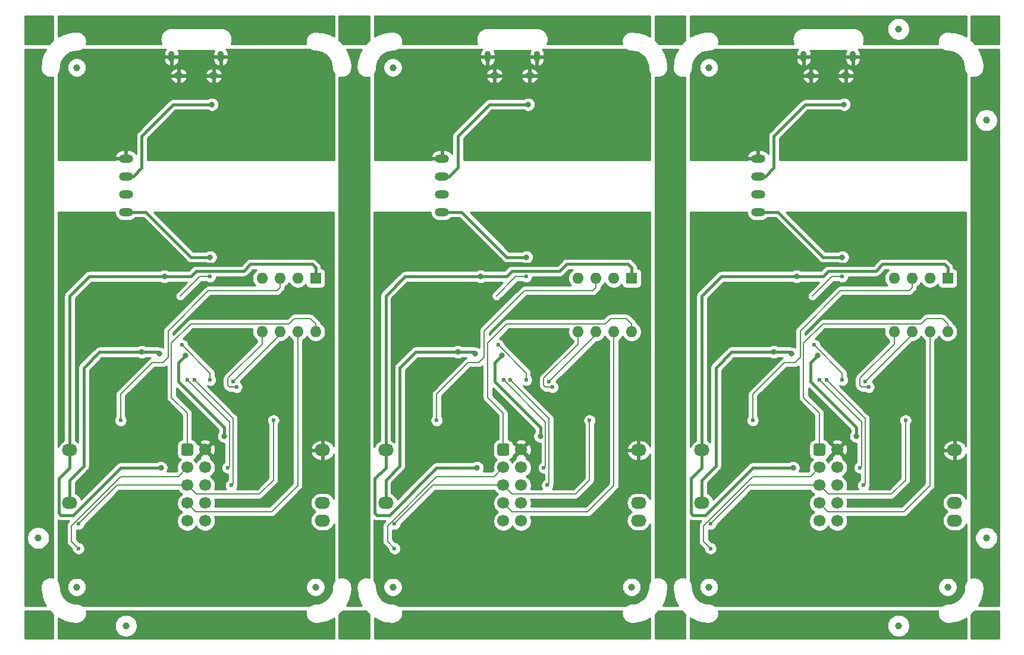
<source format=gbl>
%TF.GenerationSoftware,KiCad,Pcbnew,(5.1.10)-1*%
%TF.CreationDate,2021-10-19T11:57:26+02:00*%
%TF.ProjectId,EspOptoProg Panel,4573704f-7074-46f5-9072-6f672050616e,rev?*%
%TF.SameCoordinates,PXffb3b4c0PY4c4b40*%
%TF.FileFunction,Copper,L2,Bot*%
%TF.FilePolarity,Positive*%
%FSLAX46Y46*%
G04 Gerber Fmt 4.6, Leading zero omitted, Abs format (unit mm)*
G04 Created by KiCad (PCBNEW (5.1.10)-1) date 2021-10-19 11:57:26*
%MOMM*%
%LPD*%
G01*
G04 APERTURE LIST*
%TA.AperFunction,SMDPad,CuDef*%
%ADD10C,1.000000*%
%TD*%
%TA.AperFunction,ComponentPad*%
%ADD11O,2.000000X1.200000*%
%TD*%
%TA.AperFunction,ComponentPad*%
%ADD12O,1.600000X1.600000*%
%TD*%
%TA.AperFunction,ComponentPad*%
%ADD13R,1.600000X1.600000*%
%TD*%
%TA.AperFunction,ComponentPad*%
%ADD14C,1.700000*%
%TD*%
%TA.AperFunction,ComponentPad*%
%ADD15O,2.200000X1.700000*%
%TD*%
%TA.AperFunction,ComponentPad*%
%ADD16O,0.900000X1.550000*%
%TD*%
%TA.AperFunction,ComponentPad*%
%ADD17O,1.300000X1.000000*%
%TD*%
%TA.AperFunction,ViaPad*%
%ADD18C,0.800000*%
%TD*%
%TA.AperFunction,ViaPad*%
%ADD19C,0.600000*%
%TD*%
%TA.AperFunction,Conductor*%
%ADD20C,0.400000*%
%TD*%
%TA.AperFunction,Conductor*%
%ADD21C,0.200000*%
%TD*%
%TA.AperFunction,NonConductor*%
%ADD22C,0.249000*%
%TD*%
%TA.AperFunction,NonConductor*%
%ADD23C,0.100000*%
%TD*%
%TA.AperFunction,Conductor*%
%ADD24C,0.249000*%
%TD*%
%TA.AperFunction,Conductor*%
%ADD25C,0.100000*%
%TD*%
G04 APERTURE END LIST*
D10*
%TO.P,FID_B1,0*%
%TO.N,N/C*%
X2500000Y15000000D03*
%TD*%
%TO.P,FID_B4,0*%
%TO.N,N/C*%
X137500000Y15000000D03*
%TD*%
%TO.P,FID_B5,0*%
%TO.N,N/C*%
X137500000Y74500000D03*
%TD*%
%TO.P,FID_B6,0*%
%TO.N,N/C*%
X125000000Y87500000D03*
%TD*%
%TO.P,FID_B3,0*%
%TO.N,N/C*%
X125000000Y2500000D03*
%TD*%
%TO.P,FID_B2,0*%
%TO.N,N/C*%
X15000000Y2500000D03*
%TD*%
%TO.P,FID6,0*%
%TO.N,N/C*%
X42000000Y8000000D03*
%TD*%
%TO.P,FID5,0*%
%TO.N,N/C*%
X8000000Y8000000D03*
%TD*%
%TO.P,FID4,0*%
%TO.N,N/C*%
X8000000Y82000000D03*
%TD*%
D11*
%TO.P,U50,4*%
%TO.N,VCC*%
X15000000Y61440000D03*
%TO.P,U50,3*%
%TO.N,GND*%
X15000000Y63980000D03*
%TO.P,U50,2*%
%TO.N,VUSB*%
X15000000Y66520000D03*
%TO.P,U50,1*%
%TO.N,GND2*%
X15000000Y69060000D03*
%TD*%
D12*
%TO.P,J30,8*%
%TO.N,Net-(D72-Pad2)*%
X42000000Y44380000D03*
%TO.P,J30,4*%
%TO.N,Net-(J30-Pad4)*%
X34380000Y52000000D03*
%TO.P,J30,7*%
%TO.N,Net-(D71-Pad2)*%
X39460000Y44380000D03*
%TO.P,J30,3*%
%TO.N,Net-(J30-Pad3)*%
X36920000Y52000000D03*
%TO.P,J30,6*%
%TO.N,Net-(J30-Pad6)*%
X36920000Y44380000D03*
%TO.P,J30,2*%
%TO.N,VCC*%
X39460000Y52000000D03*
%TO.P,J30,5*%
%TO.N,Net-(J30-Pad5)*%
X34380000Y44380000D03*
D13*
%TO.P,J30,1*%
%TO.N,3V3*%
X42000000Y52000000D03*
%TD*%
D14*
%TO.P,J40,10*%
%TO.N,Net-(J40-Pad10)*%
X26270000Y17420000D03*
%TO.P,J40,8*%
%TO.N,Net-(J40-Pad8)*%
X26270000Y19960000D03*
%TO.P,J40,6*%
%TO.N,Net-(J40-Pad6)*%
X26270000Y22500000D03*
%TO.P,J40,4*%
%TO.N,Net-(J40-Pad4)*%
X26270000Y25040000D03*
%TO.P,J40,2*%
%TO.N,GND*%
X26270000Y27580000D03*
%TO.P,J40,9*%
%TO.N,N/C*%
X23730000Y17420000D03*
%TO.P,J40,7*%
%TO.N,Net-(D71-Pad2)*%
X23730000Y19960000D03*
%TO.P,J40,5*%
%TO.N,Net-(J30-Pad4)*%
X23730000Y22500000D03*
%TO.P,J40,3*%
%TO.N,Net-(J30-Pad3)*%
X23730000Y25040000D03*
%TO.P,J40,1*%
%TO.N,Net-(D72-Pad2)*%
%TA.AperFunction,ComponentPad*%
G36*
G01*
X22880000Y26980000D02*
X22880000Y28180000D01*
G75*
G02*
X23130000Y28430000I250000J0D01*
G01*
X24330000Y28430000D01*
G75*
G02*
X24580000Y28180000I0J-250000D01*
G01*
X24580000Y26980000D01*
G75*
G02*
X24330000Y26730000I-250000J0D01*
G01*
X23130000Y26730000D01*
G75*
G02*
X22880000Y26980000I0J250000D01*
G01*
G37*
%TD.AperFunction*%
%TD*%
D15*
%TO.P,TP45,1*%
%TO.N,VCC*%
X7000000Y20000000D03*
%TD*%
%TO.P,TP44,1*%
%TO.N,3V3*%
X7000000Y27500000D03*
%TD*%
%TO.P,TP43,1*%
%TO.N,Net-(J40-Pad10)*%
X43000000Y17500000D03*
%TD*%
%TO.P,TP42,1*%
%TO.N,Net-(J40-Pad8)*%
X43000000Y20000000D03*
%TD*%
%TO.P,TP41,1*%
%TO.N,GND*%
X43000000Y27500000D03*
%TD*%
D16*
%TO.P,K10,6*%
%TO.N,GND2*%
X21500000Y83550000D03*
D17*
X27500000Y80850000D03*
X22500000Y80850000D03*
D16*
X28500000Y83550000D03*
%TD*%
D10*
%TO.P,FID6,0*%
%TO.N,N/C*%
X87000000Y8000000D03*
%TD*%
%TO.P,FID5,0*%
%TO.N,N/C*%
X53000000Y8000000D03*
%TD*%
%TO.P,FID4,0*%
%TO.N,N/C*%
X53000000Y82000000D03*
%TD*%
D11*
%TO.P,U50,4*%
%TO.N,VCC*%
X60000000Y61440000D03*
%TO.P,U50,3*%
%TO.N,GND*%
X60000000Y63980000D03*
%TO.P,U50,2*%
%TO.N,VUSB*%
X60000000Y66520000D03*
%TO.P,U50,1*%
%TO.N,GND2*%
X60000000Y69060000D03*
%TD*%
D12*
%TO.P,J30,8*%
%TO.N,Net-(D72-Pad2)*%
X87000000Y44380000D03*
%TO.P,J30,4*%
%TO.N,Net-(J30-Pad4)*%
X79380000Y52000000D03*
%TO.P,J30,7*%
%TO.N,Net-(D71-Pad2)*%
X84460000Y44380000D03*
%TO.P,J30,3*%
%TO.N,Net-(J30-Pad3)*%
X81920000Y52000000D03*
%TO.P,J30,6*%
%TO.N,Net-(J30-Pad6)*%
X81920000Y44380000D03*
%TO.P,J30,2*%
%TO.N,VCC*%
X84460000Y52000000D03*
%TO.P,J30,5*%
%TO.N,Net-(J30-Pad5)*%
X79380000Y44380000D03*
D13*
%TO.P,J30,1*%
%TO.N,3V3*%
X87000000Y52000000D03*
%TD*%
D14*
%TO.P,J40,10*%
%TO.N,Net-(J40-Pad10)*%
X71270000Y17420000D03*
%TO.P,J40,8*%
%TO.N,Net-(J40-Pad8)*%
X71270000Y19960000D03*
%TO.P,J40,6*%
%TO.N,Net-(J40-Pad6)*%
X71270000Y22500000D03*
%TO.P,J40,4*%
%TO.N,Net-(J40-Pad4)*%
X71270000Y25040000D03*
%TO.P,J40,2*%
%TO.N,GND*%
X71270000Y27580000D03*
%TO.P,J40,9*%
%TO.N,N/C*%
X68730000Y17420000D03*
%TO.P,J40,7*%
%TO.N,Net-(D71-Pad2)*%
X68730000Y19960000D03*
%TO.P,J40,5*%
%TO.N,Net-(J30-Pad4)*%
X68730000Y22500000D03*
%TO.P,J40,3*%
%TO.N,Net-(J30-Pad3)*%
X68730000Y25040000D03*
%TO.P,J40,1*%
%TO.N,Net-(D72-Pad2)*%
%TA.AperFunction,ComponentPad*%
G36*
G01*
X67880000Y26980000D02*
X67880000Y28180000D01*
G75*
G02*
X68130000Y28430000I250000J0D01*
G01*
X69330000Y28430000D01*
G75*
G02*
X69580000Y28180000I0J-250000D01*
G01*
X69580000Y26980000D01*
G75*
G02*
X69330000Y26730000I-250000J0D01*
G01*
X68130000Y26730000D01*
G75*
G02*
X67880000Y26980000I0J250000D01*
G01*
G37*
%TD.AperFunction*%
%TD*%
D15*
%TO.P,TP45,1*%
%TO.N,VCC*%
X52000000Y20000000D03*
%TD*%
%TO.P,TP44,1*%
%TO.N,3V3*%
X52000000Y27500000D03*
%TD*%
%TO.P,TP43,1*%
%TO.N,Net-(J40-Pad10)*%
X88000000Y17500000D03*
%TD*%
%TO.P,TP42,1*%
%TO.N,Net-(J40-Pad8)*%
X88000000Y20000000D03*
%TD*%
%TO.P,TP41,1*%
%TO.N,GND*%
X88000000Y27500000D03*
%TD*%
D16*
%TO.P,K10,6*%
%TO.N,GND2*%
X66500000Y83550000D03*
D17*
X72500000Y80850000D03*
X67500000Y80850000D03*
D16*
X73500000Y83550000D03*
%TD*%
D10*
%TO.P,FID6,0*%
%TO.N,N/C*%
X132000000Y8000000D03*
%TD*%
%TO.P,FID5,0*%
%TO.N,N/C*%
X98000000Y8000000D03*
%TD*%
%TO.P,FID4,0*%
%TO.N,N/C*%
X98000000Y82000000D03*
%TD*%
D11*
%TO.P,U50,4*%
%TO.N,VCC*%
X105000000Y61440000D03*
%TO.P,U50,3*%
%TO.N,GND*%
X105000000Y63980000D03*
%TO.P,U50,2*%
%TO.N,VUSB*%
X105000000Y66520000D03*
%TO.P,U50,1*%
%TO.N,GND2*%
X105000000Y69060000D03*
%TD*%
D12*
%TO.P,J30,8*%
%TO.N,Net-(D72-Pad2)*%
X132000000Y44380000D03*
%TO.P,J30,4*%
%TO.N,Net-(J30-Pad4)*%
X124380000Y52000000D03*
%TO.P,J30,7*%
%TO.N,Net-(D71-Pad2)*%
X129460000Y44380000D03*
%TO.P,J30,3*%
%TO.N,Net-(J30-Pad3)*%
X126920000Y52000000D03*
%TO.P,J30,6*%
%TO.N,Net-(J30-Pad6)*%
X126920000Y44380000D03*
%TO.P,J30,2*%
%TO.N,VCC*%
X129460000Y52000000D03*
%TO.P,J30,5*%
%TO.N,Net-(J30-Pad5)*%
X124380000Y44380000D03*
D13*
%TO.P,J30,1*%
%TO.N,3V3*%
X132000000Y52000000D03*
%TD*%
D14*
%TO.P,J40,10*%
%TO.N,Net-(J40-Pad10)*%
X116270000Y17420000D03*
%TO.P,J40,8*%
%TO.N,Net-(J40-Pad8)*%
X116270000Y19960000D03*
%TO.P,J40,6*%
%TO.N,Net-(J40-Pad6)*%
X116270000Y22500000D03*
%TO.P,J40,4*%
%TO.N,Net-(J40-Pad4)*%
X116270000Y25040000D03*
%TO.P,J40,2*%
%TO.N,GND*%
X116270000Y27580000D03*
%TO.P,J40,9*%
%TO.N,N/C*%
X113730000Y17420000D03*
%TO.P,J40,7*%
%TO.N,Net-(D71-Pad2)*%
X113730000Y19960000D03*
%TO.P,J40,5*%
%TO.N,Net-(J30-Pad4)*%
X113730000Y22500000D03*
%TO.P,J40,3*%
%TO.N,Net-(J30-Pad3)*%
X113730000Y25040000D03*
%TO.P,J40,1*%
%TO.N,Net-(D72-Pad2)*%
%TA.AperFunction,ComponentPad*%
G36*
G01*
X112880000Y26980000D02*
X112880000Y28180000D01*
G75*
G02*
X113130000Y28430000I250000J0D01*
G01*
X114330000Y28430000D01*
G75*
G02*
X114580000Y28180000I0J-250000D01*
G01*
X114580000Y26980000D01*
G75*
G02*
X114330000Y26730000I-250000J0D01*
G01*
X113130000Y26730000D01*
G75*
G02*
X112880000Y26980000I0J250000D01*
G01*
G37*
%TD.AperFunction*%
%TD*%
D15*
%TO.P,TP45,1*%
%TO.N,VCC*%
X97000000Y20000000D03*
%TD*%
%TO.P,TP44,1*%
%TO.N,3V3*%
X97000000Y27500000D03*
%TD*%
%TO.P,TP43,1*%
%TO.N,Net-(J40-Pad10)*%
X133000000Y17500000D03*
%TD*%
%TO.P,TP42,1*%
%TO.N,Net-(J40-Pad8)*%
X133000000Y20000000D03*
%TD*%
%TO.P,TP41,1*%
%TO.N,GND*%
X133000000Y27500000D03*
%TD*%
D16*
%TO.P,K10,6*%
%TO.N,GND2*%
X111500000Y83550000D03*
D17*
X117500000Y80850000D03*
X112500000Y80850000D03*
D16*
X118500000Y83550000D03*
%TD*%
D18*
%TO.N,GND*%
X31000000Y58750000D03*
X31000000Y57250000D03*
X22750000Y54000000D03*
X16250000Y13250000D03*
D19*
X11750000Y27750000D03*
X10500000Y44000000D03*
X31250000Y41750000D03*
X21250000Y26750000D03*
X21250000Y21250000D03*
X16000000Y21000000D03*
X14000000Y18500000D03*
X39000000Y18750000D03*
D18*
X76000000Y58750000D03*
X76000000Y57250000D03*
X67750000Y54000000D03*
X61250000Y13250000D03*
D19*
X56750000Y27750000D03*
X55500000Y44000000D03*
X76250000Y41750000D03*
X66250000Y26750000D03*
X66250000Y21250000D03*
X61000000Y21000000D03*
X59000000Y18500000D03*
X84000000Y18750000D03*
D18*
X121000000Y58750000D03*
X121000000Y57250000D03*
X112750000Y54000000D03*
X106250000Y13250000D03*
D19*
X101750000Y27750000D03*
X100500000Y44000000D03*
X121250000Y41750000D03*
X111250000Y26750000D03*
X111250000Y21250000D03*
X106000000Y21000000D03*
X104000000Y18500000D03*
X129000000Y18750000D03*
D18*
%TO.N,3V3*%
X20500000Y52250000D03*
X20000000Y25000000D03*
X65500000Y52250000D03*
X65000000Y25000000D03*
X110500000Y52250000D03*
X110000000Y25000000D03*
%TO.N,VUSB*%
X27250000Y76750000D03*
X72250000Y76750000D03*
X117250000Y76750000D03*
D19*
%TO.N,Net-(C30-Pad1)*%
X27000000Y37500000D03*
X23000000Y42500000D03*
X72000000Y37500000D03*
X68000000Y42500000D03*
X117000000Y37500000D03*
X113000000Y42500000D03*
D18*
%TO.N,VCC*%
X17250000Y41500000D03*
X19750000Y41250000D03*
X29000000Y29500000D03*
X23500000Y41000000D03*
X27000000Y55000000D03*
X62250000Y41500000D03*
X64750000Y41250000D03*
X74000000Y29500000D03*
X68500000Y41000000D03*
X72000000Y55000000D03*
X107250000Y41500000D03*
X109750000Y41250000D03*
X119000000Y29500000D03*
X113500000Y41000000D03*
X117000000Y55000000D03*
D19*
%TO.N,Net-(D30-Pad1)*%
X29500000Y25000000D03*
X23750000Y37500000D03*
X74500000Y25000000D03*
X68750000Y37500000D03*
X119500000Y25000000D03*
X113750000Y37500000D03*
%TO.N,Net-(D31-Pad1)*%
X30000000Y22500000D03*
X24750000Y37500000D03*
X75000000Y22500000D03*
X69750000Y37500000D03*
X120000000Y22500000D03*
X114750000Y37500000D03*
%TO.N,Net-(J30-Pad4)*%
X8250000Y17000000D03*
X36000000Y31750000D03*
X53250000Y17000000D03*
X81000000Y31750000D03*
X98250000Y17000000D03*
X126000000Y31750000D03*
%TO.N,Net-(J30-Pad3)*%
X8250000Y13500000D03*
X14250000Y31750000D03*
X53250000Y13500000D03*
X59250000Y31750000D03*
X98250000Y13500000D03*
X104250000Y31750000D03*
%TO.N,Net-(J30-Pad6)*%
X30250000Y37250000D03*
X75250000Y37250000D03*
X120250000Y37250000D03*
%TO.N,Net-(J30-Pad5)*%
X30750000Y36500000D03*
X75750000Y36500000D03*
X120750000Y36500000D03*
%TO.N,Net-(R30-Pad2)*%
X27000000Y52250000D03*
X72000000Y52250000D03*
X117000000Y52250000D03*
%TD*%
D20*
%TO.N,GND*%
X31000000Y58750000D02*
X31000000Y57250000D01*
X22750000Y54000000D02*
X29000000Y54000000D01*
X31000000Y56000000D02*
X31000000Y57250000D01*
X29000000Y54000000D02*
X31000000Y56000000D01*
X16250000Y13250000D02*
X32250000Y13250000D01*
X43000000Y24000000D02*
X43000000Y27500000D01*
X32250000Y13250000D02*
X43000000Y24000000D01*
X76000000Y58750000D02*
X76000000Y57250000D01*
X67750000Y54000000D02*
X74000000Y54000000D01*
X76000000Y56000000D02*
X76000000Y57250000D01*
X74000000Y54000000D02*
X76000000Y56000000D01*
X61250000Y13250000D02*
X77250000Y13250000D01*
X88000000Y24000000D02*
X88000000Y27500000D01*
X77250000Y13250000D02*
X88000000Y24000000D01*
X121000000Y58750000D02*
X121000000Y57250000D01*
X112750000Y54000000D02*
X119000000Y54000000D01*
X121000000Y56000000D02*
X121000000Y57250000D01*
X119000000Y54000000D02*
X121000000Y56000000D01*
X106250000Y13250000D02*
X122250000Y13250000D01*
X133000000Y24000000D02*
X133000000Y27500000D01*
X122250000Y13250000D02*
X133000000Y24000000D01*
%TO.N,3V3*%
X20500000Y52250000D02*
X24250000Y52250000D01*
X24250000Y52250000D02*
X25000000Y53000000D01*
X25000000Y53000000D02*
X31750000Y53000000D01*
X31750000Y53000000D02*
X32750000Y54000000D01*
X32750000Y54000000D02*
X41500000Y54000000D01*
X42000000Y53500000D02*
X42000000Y52000000D01*
X41500000Y54000000D02*
X42000000Y53500000D01*
X7000000Y27500000D02*
X7000000Y49500000D01*
X9750000Y52250000D02*
X20500000Y52250000D01*
X7000000Y49500000D02*
X9750000Y52250000D01*
X20000000Y25000000D02*
X14250000Y25000000D01*
X14250000Y25000000D02*
X7500000Y18250000D01*
X5750000Y18250000D02*
X5450010Y18549990D01*
X7500000Y18250000D02*
X5750000Y18250000D01*
X5450010Y18549990D02*
X5450010Y23450010D01*
X7000000Y25000000D02*
X7000000Y27500000D01*
X5450010Y23450010D02*
X7000000Y25000000D01*
X65500000Y52250000D02*
X69250000Y52250000D01*
X69250000Y52250000D02*
X70000000Y53000000D01*
X70000000Y53000000D02*
X76750000Y53000000D01*
X76750000Y53000000D02*
X77750000Y54000000D01*
X77750000Y54000000D02*
X86500000Y54000000D01*
X87000000Y53500000D02*
X87000000Y52000000D01*
X86500000Y54000000D02*
X87000000Y53500000D01*
X52000000Y27500000D02*
X52000000Y49500000D01*
X54750000Y52250000D02*
X65500000Y52250000D01*
X52000000Y49500000D02*
X54750000Y52250000D01*
X65000000Y25000000D02*
X59250000Y25000000D01*
X59250000Y25000000D02*
X52500000Y18250000D01*
X50750000Y18250000D02*
X50450010Y18549990D01*
X52500000Y18250000D02*
X50750000Y18250000D01*
X50450010Y18549990D02*
X50450010Y23450010D01*
X52000000Y25000000D02*
X52000000Y27500000D01*
X50450010Y23450010D02*
X52000000Y25000000D01*
X110500000Y52250000D02*
X114250000Y52250000D01*
X114250000Y52250000D02*
X115000000Y53000000D01*
X115000000Y53000000D02*
X121750000Y53000000D01*
X121750000Y53000000D02*
X122750000Y54000000D01*
X122750000Y54000000D02*
X131500000Y54000000D01*
X132000000Y53500000D02*
X132000000Y52000000D01*
X131500000Y54000000D02*
X132000000Y53500000D01*
X97000000Y27500000D02*
X97000000Y49500000D01*
X99750000Y52250000D02*
X110500000Y52250000D01*
X97000000Y49500000D02*
X99750000Y52250000D01*
X110000000Y25000000D02*
X104250000Y25000000D01*
X104250000Y25000000D02*
X97500000Y18250000D01*
X95750000Y18250000D02*
X95450010Y18549990D01*
X97500000Y18250000D02*
X95750000Y18250000D01*
X95450010Y18549990D02*
X95450010Y23450010D01*
X97000000Y25000000D02*
X97000000Y27500000D01*
X95450010Y23450010D02*
X97000000Y25000000D01*
%TO.N,VUSB*%
X27250000Y76750000D02*
X21750000Y76750000D01*
X21750000Y76750000D02*
X17250000Y72250000D01*
X17250000Y72250000D02*
X17250000Y67750000D01*
X16020000Y66520000D02*
X15000000Y66520000D01*
X17250000Y67750000D02*
X16020000Y66520000D01*
X72250000Y76750000D02*
X66750000Y76750000D01*
X66750000Y76750000D02*
X62250000Y72250000D01*
X62250000Y72250000D02*
X62250000Y67750000D01*
X61020000Y66520000D02*
X60000000Y66520000D01*
X62250000Y67750000D02*
X61020000Y66520000D01*
X117250000Y76750000D02*
X111750000Y76750000D01*
X111750000Y76750000D02*
X107250000Y72250000D01*
X107250000Y72250000D02*
X107250000Y67750000D01*
X106020000Y66520000D02*
X105000000Y66520000D01*
X107250000Y67750000D02*
X106020000Y66520000D01*
D21*
%TO.N,Net-(C30-Pad1)*%
X27000000Y38500000D02*
X27000000Y37500000D01*
X23000000Y42500000D02*
X27000000Y38500000D01*
X72000000Y38500000D02*
X72000000Y37500000D01*
X68000000Y42500000D02*
X72000000Y38500000D01*
X117000000Y38500000D02*
X117000000Y37500000D01*
X113000000Y42500000D02*
X117000000Y38500000D01*
D20*
%TO.N,VCC*%
X19500000Y41500000D02*
X19750000Y41250000D01*
X17250000Y41500000D02*
X19500000Y41500000D01*
X7000000Y20000000D02*
X7000000Y23250000D01*
X7000000Y23250000D02*
X9000000Y25250000D01*
X9000000Y25250000D02*
X9000000Y39250000D01*
X11250000Y41500000D02*
X17250000Y41500000D01*
X9000000Y39250000D02*
X11250000Y41500000D01*
X17810000Y61440000D02*
X15000000Y61440000D01*
X24250000Y55000000D02*
X17810000Y61440000D01*
X27000000Y55000000D02*
X24250000Y55000000D01*
X29000000Y30750000D02*
X29000000Y29500000D01*
X22500000Y37250000D02*
X29000000Y30750000D01*
X22500000Y40000000D02*
X22500000Y37250000D01*
X23500000Y41000000D02*
X22500000Y40000000D01*
X64500000Y41500000D02*
X64750000Y41250000D01*
X62250000Y41500000D02*
X64500000Y41500000D01*
X52000000Y20000000D02*
X52000000Y23250000D01*
X52000000Y23250000D02*
X54000000Y25250000D01*
X54000000Y25250000D02*
X54000000Y39250000D01*
X56250000Y41500000D02*
X62250000Y41500000D01*
X54000000Y39250000D02*
X56250000Y41500000D01*
X62810000Y61440000D02*
X60000000Y61440000D01*
X69250000Y55000000D02*
X62810000Y61440000D01*
X72000000Y55000000D02*
X69250000Y55000000D01*
X74000000Y30750000D02*
X74000000Y29500000D01*
X67500000Y37250000D02*
X74000000Y30750000D01*
X67500000Y40000000D02*
X67500000Y37250000D01*
X68500000Y41000000D02*
X67500000Y40000000D01*
X109500000Y41500000D02*
X109750000Y41250000D01*
X107250000Y41500000D02*
X109500000Y41500000D01*
X97000000Y20000000D02*
X97000000Y23250000D01*
X97000000Y23250000D02*
X99000000Y25250000D01*
X99000000Y25250000D02*
X99000000Y39250000D01*
X101250000Y41500000D02*
X107250000Y41500000D01*
X99000000Y39250000D02*
X101250000Y41500000D01*
X107810000Y61440000D02*
X105000000Y61440000D01*
X114250000Y55000000D02*
X107810000Y61440000D01*
X117000000Y55000000D02*
X114250000Y55000000D01*
X119000000Y30750000D02*
X119000000Y29500000D01*
X112500000Y37250000D02*
X119000000Y30750000D01*
X112500000Y40000000D02*
X112500000Y37250000D01*
X113500000Y41000000D02*
X112500000Y40000000D01*
D21*
%TO.N,Net-(D30-Pad1)*%
X29750000Y31500000D02*
X23750000Y37500000D01*
X29750000Y25250000D02*
X29750000Y31500000D01*
X29500000Y25000000D02*
X29750000Y25250000D01*
X74750000Y31500000D02*
X68750000Y37500000D01*
X74750000Y25250000D02*
X74750000Y31500000D01*
X74500000Y25000000D02*
X74750000Y25250000D01*
X119750000Y31500000D02*
X113750000Y37500000D01*
X119750000Y25250000D02*
X119750000Y31500000D01*
X119500000Y25000000D02*
X119750000Y25250000D01*
%TO.N,Net-(D31-Pad1)*%
X30000000Y32250000D02*
X24750000Y37500000D01*
X30250000Y32000000D02*
X30000000Y32250000D01*
X30250000Y22750000D02*
X30250000Y32000000D01*
X30000000Y22500000D02*
X30250000Y22750000D01*
X75000000Y32250000D02*
X69750000Y37500000D01*
X75250000Y32000000D02*
X75000000Y32250000D01*
X75250000Y22750000D02*
X75250000Y32000000D01*
X75000000Y22500000D02*
X75250000Y22750000D01*
X120000000Y32250000D02*
X114750000Y37500000D01*
X120250000Y32000000D02*
X120000000Y32250000D01*
X120250000Y22750000D02*
X120250000Y32000000D01*
X120000000Y22500000D02*
X120250000Y22750000D01*
%TO.N,Net-(D71-Pad2)*%
X23730000Y19960000D02*
X24940000Y18750000D01*
X24940000Y18750000D02*
X35750000Y18750000D01*
X39460000Y22460000D02*
X39460000Y44380000D01*
X35750000Y18750000D02*
X39460000Y22460000D01*
X68730000Y19960000D02*
X69940000Y18750000D01*
X69940000Y18750000D02*
X80750000Y18750000D01*
X84460000Y22460000D02*
X84460000Y44380000D01*
X80750000Y18750000D02*
X84460000Y22460000D01*
X113730000Y19960000D02*
X114940000Y18750000D01*
X114940000Y18750000D02*
X125750000Y18750000D01*
X129460000Y22460000D02*
X129460000Y44380000D01*
X125750000Y18750000D02*
X129460000Y22460000D01*
%TO.N,Net-(D72-Pad2)*%
X23730000Y32770000D02*
X23730000Y27580000D01*
X21500000Y42750000D02*
X21500000Y35000000D01*
X21500000Y35000000D02*
X23730000Y32770000D01*
X24250000Y45500000D02*
X21500000Y42750000D01*
X38250000Y45500000D02*
X24250000Y45500000D01*
X39000000Y46250000D02*
X38250000Y45500000D01*
X41250000Y46250000D02*
X39000000Y46250000D01*
X42000000Y45500000D02*
X41250000Y46250000D01*
X42000000Y44380000D02*
X42000000Y45500000D01*
X68730000Y32770000D02*
X68730000Y27580000D01*
X66500000Y42750000D02*
X66500000Y35000000D01*
X66500000Y35000000D02*
X68730000Y32770000D01*
X69250000Y45500000D02*
X66500000Y42750000D01*
X83250000Y45500000D02*
X69250000Y45500000D01*
X84000000Y46250000D02*
X83250000Y45500000D01*
X86250000Y46250000D02*
X84000000Y46250000D01*
X87000000Y45500000D02*
X86250000Y46250000D01*
X87000000Y44380000D02*
X87000000Y45500000D01*
X113730000Y32770000D02*
X113730000Y27580000D01*
X111500000Y42750000D02*
X111500000Y35000000D01*
X111500000Y35000000D02*
X113730000Y32770000D01*
X114250000Y45500000D02*
X111500000Y42750000D01*
X128250000Y45500000D02*
X114250000Y45500000D01*
X129000000Y46250000D02*
X128250000Y45500000D01*
X131250000Y46250000D02*
X129000000Y46250000D01*
X132000000Y45500000D02*
X131250000Y46250000D01*
X132000000Y44380000D02*
X132000000Y45500000D01*
%TO.N,Net-(J30-Pad4)*%
X13750000Y22500000D02*
X23730000Y22500000D01*
X8250000Y17000000D02*
X13750000Y22500000D01*
X23730000Y22500000D02*
X24980000Y21250000D01*
X24980000Y21250000D02*
X28750000Y21250000D01*
X28750000Y21250000D02*
X34000000Y21250000D01*
X36000000Y23250000D02*
X36000000Y31750000D01*
X34000000Y21250000D02*
X36000000Y23250000D01*
X58750000Y22500000D02*
X68730000Y22500000D01*
X53250000Y17000000D02*
X58750000Y22500000D01*
X68730000Y22500000D02*
X69980000Y21250000D01*
X69980000Y21250000D02*
X73750000Y21250000D01*
X73750000Y21250000D02*
X79000000Y21250000D01*
X81000000Y23250000D02*
X81000000Y31750000D01*
X79000000Y21250000D02*
X81000000Y23250000D01*
X103750000Y22500000D02*
X113730000Y22500000D01*
X98250000Y17000000D02*
X103750000Y22500000D01*
X113730000Y22500000D02*
X114980000Y21250000D01*
X114980000Y21250000D02*
X118750000Y21250000D01*
X118750000Y21250000D02*
X124000000Y21250000D01*
X126000000Y23250000D02*
X126000000Y31750000D01*
X124000000Y21250000D02*
X126000000Y23250000D01*
%TO.N,Net-(J30-Pad3)*%
X8250000Y13500000D02*
X7250000Y14500000D01*
X7250000Y14500000D02*
X7250000Y16740002D01*
X22435001Y23745001D02*
X23730000Y25040000D01*
X14254999Y23745001D02*
X22435001Y23745001D01*
X7250000Y16740002D02*
X14254999Y23745001D01*
X36920000Y50670000D02*
X36920000Y52000000D01*
X26750000Y50250000D02*
X36500000Y50250000D01*
X21000000Y40750000D02*
X21000000Y44500000D01*
X20250000Y40000000D02*
X21000000Y40750000D01*
X21000000Y44500000D02*
X26750000Y50250000D01*
X18750000Y40000000D02*
X20250000Y40000000D01*
X36500000Y50250000D02*
X36920000Y50670000D01*
X14250000Y35500000D02*
X18750000Y40000000D01*
X14250000Y31750000D02*
X14250000Y35500000D01*
X53250000Y13500000D02*
X52250000Y14500000D01*
X52250000Y14500000D02*
X52250000Y16740002D01*
X67435001Y23745001D02*
X68730000Y25040000D01*
X59254999Y23745001D02*
X67435001Y23745001D01*
X52250000Y16740002D02*
X59254999Y23745001D01*
X81920000Y50670000D02*
X81920000Y52000000D01*
X71750000Y50250000D02*
X81500000Y50250000D01*
X66000000Y40750000D02*
X66000000Y44500000D01*
X65250000Y40000000D02*
X66000000Y40750000D01*
X66000000Y44500000D02*
X71750000Y50250000D01*
X63750000Y40000000D02*
X65250000Y40000000D01*
X81500000Y50250000D02*
X81920000Y50670000D01*
X59250000Y35500000D02*
X63750000Y40000000D01*
X59250000Y31750000D02*
X59250000Y35500000D01*
X98250000Y13500000D02*
X97250000Y14500000D01*
X97250000Y14500000D02*
X97250000Y16740002D01*
X112435001Y23745001D02*
X113730000Y25040000D01*
X104254999Y23745001D02*
X112435001Y23745001D01*
X97250000Y16740002D02*
X104254999Y23745001D01*
X126920000Y50670000D02*
X126920000Y52000000D01*
X116750000Y50250000D02*
X126500000Y50250000D01*
X111000000Y40750000D02*
X111000000Y44500000D01*
X110250000Y40000000D02*
X111000000Y40750000D01*
X111000000Y44500000D02*
X116750000Y50250000D01*
X108750000Y40000000D02*
X110250000Y40000000D01*
X126500000Y50250000D02*
X126920000Y50670000D01*
X104250000Y35500000D02*
X108750000Y40000000D01*
X104250000Y31750000D02*
X104250000Y35500000D01*
%TO.N,Net-(J30-Pad6)*%
X36920000Y43920000D02*
X36920000Y44380000D01*
X30250000Y37250000D02*
X36920000Y43920000D01*
X81920000Y43920000D02*
X81920000Y44380000D01*
X75250000Y37250000D02*
X81920000Y43920000D01*
X126920000Y43920000D02*
X126920000Y44380000D01*
X120250000Y37250000D02*
X126920000Y43920000D01*
%TO.N,Net-(J30-Pad5)*%
X30750000Y36500000D02*
X29750000Y36500000D01*
X29750000Y36500000D02*
X29500000Y36750000D01*
X29500000Y36750000D02*
X29500000Y37750000D01*
X34380000Y42630000D02*
X34380000Y44380000D01*
X29500000Y37750000D02*
X34380000Y42630000D01*
X75750000Y36500000D02*
X74750000Y36500000D01*
X74750000Y36500000D02*
X74500000Y36750000D01*
X74500000Y36750000D02*
X74500000Y37750000D01*
X79380000Y42630000D02*
X79380000Y44380000D01*
X74500000Y37750000D02*
X79380000Y42630000D01*
X120750000Y36500000D02*
X119750000Y36500000D01*
X119750000Y36500000D02*
X119500000Y36750000D01*
X119500000Y36750000D02*
X119500000Y37750000D01*
X124380000Y42630000D02*
X124380000Y44380000D01*
X119500000Y37750000D02*
X124380000Y42630000D01*
%TO.N,Net-(R30-Pad2)*%
X25500000Y52250000D02*
X27000000Y52250000D01*
X22750000Y49500000D02*
X25500000Y52250000D01*
X70500000Y52250000D02*
X72000000Y52250000D01*
X67750000Y49500000D02*
X70500000Y52250000D01*
X115500000Y52250000D02*
X117000000Y52250000D01*
X112750000Y49500000D02*
X115500000Y52250000D01*
%TD*%
D22*
X4625500Y85894585D02*
X4299815Y85611970D01*
X4278319Y85589397D01*
X4254715Y85569023D01*
X4211590Y85519325D01*
X4097828Y85374500D01*
X673500Y85374500D01*
X673500Y89326500D01*
X4625500Y89326500D01*
X4625500Y85894585D01*
%TA.AperFunction,NonConductor*%
D23*
G36*
X4625500Y85894585D02*
G01*
X4299815Y85611970D01*
X4278319Y85589397D01*
X4254715Y85569023D01*
X4211590Y85519325D01*
X4097828Y85374500D01*
X673500Y85374500D01*
X673500Y89326500D01*
X4625500Y89326500D01*
X4625500Y85894585D01*
G37*
%TD.AperFunction*%
D22*
X49625500Y85894585D02*
X49299815Y85611970D01*
X49278319Y85589397D01*
X49254715Y85569023D01*
X49211590Y85519325D01*
X49097828Y85374500D01*
X45894585Y85374500D01*
X45611970Y85700185D01*
X45589397Y85721681D01*
X45569023Y85745285D01*
X45519325Y85788410D01*
X45374500Y85902172D01*
X45374500Y89326500D01*
X49625500Y89326500D01*
X49625500Y85894585D01*
%TA.AperFunction,NonConductor*%
D23*
G36*
X49625500Y85894585D02*
G01*
X49299815Y85611970D01*
X49278319Y85589397D01*
X49254715Y85569023D01*
X49211590Y85519325D01*
X49097828Y85374500D01*
X45894585Y85374500D01*
X45611970Y85700185D01*
X45589397Y85721681D01*
X45569023Y85745285D01*
X45519325Y85788410D01*
X45374500Y85902172D01*
X45374500Y89326500D01*
X49625500Y89326500D01*
X49625500Y85894585D01*
G37*
%TD.AperFunction*%
D22*
X94625500Y85894585D02*
X94299815Y85611970D01*
X94278319Y85589397D01*
X94254715Y85569023D01*
X94211590Y85519325D01*
X94097828Y85374500D01*
X90894585Y85374500D01*
X90611970Y85700185D01*
X90589397Y85721681D01*
X90569023Y85745285D01*
X90519325Y85788410D01*
X90374500Y85902172D01*
X90374500Y89326500D01*
X94625500Y89326500D01*
X94625500Y85894585D01*
%TA.AperFunction,NonConductor*%
D23*
G36*
X94625500Y85894585D02*
G01*
X94299815Y85611970D01*
X94278319Y85589397D01*
X94254715Y85569023D01*
X94211590Y85519325D01*
X94097828Y85374500D01*
X90894585Y85374500D01*
X90611970Y85700185D01*
X90589397Y85721681D01*
X90569023Y85745285D01*
X90519325Y85788410D01*
X90374500Y85902172D01*
X90374500Y89326500D01*
X94625500Y89326500D01*
X94625500Y85894585D01*
G37*
%TD.AperFunction*%
D22*
X139326500Y85374500D02*
X135894585Y85374500D01*
X135611970Y85700185D01*
X135589397Y85721681D01*
X135569023Y85745285D01*
X135519325Y85788410D01*
X135374500Y85902172D01*
X135374500Y89326500D01*
X139326500Y89326500D01*
X139326500Y85374500D01*
%TA.AperFunction,NonConductor*%
D23*
G36*
X139326500Y85374500D02*
G01*
X135894585Y85374500D01*
X135611970Y85700185D01*
X135589397Y85721681D01*
X135569023Y85745285D01*
X135519325Y85788410D01*
X135374500Y85902172D01*
X135374500Y89326500D01*
X139326500Y89326500D01*
X139326500Y85374500D01*
G37*
%TD.AperFunction*%
D22*
X139326501Y673500D02*
X135374500Y673500D01*
X135374500Y4105415D01*
X135700185Y4388030D01*
X135721682Y4410605D01*
X135745285Y4430978D01*
X135788411Y4480676D01*
X135902172Y4625500D01*
X139326501Y4625500D01*
X139326501Y673500D01*
%TA.AperFunction,NonConductor*%
D23*
G36*
X139326501Y673500D02*
G01*
X135374500Y673500D01*
X135374500Y4105415D01*
X135700185Y4388030D01*
X135721682Y4410605D01*
X135745285Y4430978D01*
X135788411Y4480676D01*
X135902172Y4625500D01*
X139326501Y4625500D01*
X139326501Y673500D01*
G37*
%TD.AperFunction*%
D22*
X94388030Y4299815D02*
X94410605Y4278318D01*
X94430978Y4254715D01*
X94480676Y4211589D01*
X94625500Y4097828D01*
X94625500Y673500D01*
X90374500Y673500D01*
X90374500Y4105415D01*
X90700185Y4388030D01*
X90721682Y4410605D01*
X90745285Y4430978D01*
X90788411Y4480676D01*
X90902172Y4625500D01*
X94105415Y4625500D01*
X94388030Y4299815D01*
%TA.AperFunction,NonConductor*%
D23*
G36*
X94388030Y4299815D02*
G01*
X94410605Y4278318D01*
X94430978Y4254715D01*
X94480676Y4211589D01*
X94625500Y4097828D01*
X94625500Y673500D01*
X90374500Y673500D01*
X90374500Y4105415D01*
X90700185Y4388030D01*
X90721682Y4410605D01*
X90745285Y4430978D01*
X90788411Y4480676D01*
X90902172Y4625500D01*
X94105415Y4625500D01*
X94388030Y4299815D01*
G37*
%TD.AperFunction*%
D22*
X49388030Y4299815D02*
X49410605Y4278318D01*
X49430978Y4254715D01*
X49480676Y4211589D01*
X49625500Y4097828D01*
X49625500Y673500D01*
X45374500Y673500D01*
X45374500Y4105415D01*
X45700185Y4388030D01*
X45721682Y4410605D01*
X45745285Y4430978D01*
X45788411Y4480676D01*
X45902172Y4625500D01*
X49105415Y4625500D01*
X49388030Y4299815D01*
%TA.AperFunction,NonConductor*%
D23*
G36*
X49388030Y4299815D02*
G01*
X49410605Y4278318D01*
X49430978Y4254715D01*
X49480676Y4211589D01*
X49625500Y4097828D01*
X49625500Y673500D01*
X45374500Y673500D01*
X45374500Y4105415D01*
X45700185Y4388030D01*
X45721682Y4410605D01*
X45745285Y4430978D01*
X45788411Y4480676D01*
X45902172Y4625500D01*
X49105415Y4625500D01*
X49388030Y4299815D01*
G37*
%TD.AperFunction*%
D22*
X4388030Y4299815D02*
X4410605Y4278318D01*
X4430978Y4254715D01*
X4480676Y4211589D01*
X4625500Y4097828D01*
X4625500Y673500D01*
X673500Y673500D01*
X673500Y4625500D01*
X4105415Y4625500D01*
X4388030Y4299815D01*
%TA.AperFunction,NonConductor*%
D23*
G36*
X4388030Y4299815D02*
G01*
X4410605Y4278318D01*
X4430978Y4254715D01*
X4480676Y4211589D01*
X4625500Y4097828D01*
X4625500Y673500D01*
X673500Y673500D01*
X673500Y4625500D01*
X4105415Y4625500D01*
X4388030Y4299815D01*
G37*
%TD.AperFunction*%
D22*
X3223061Y83979533D02*
X3211486Y83950593D01*
X3197135Y83922908D01*
X3175550Y83860748D01*
X2934922Y83040522D01*
X2929027Y83009910D01*
X2920172Y82980016D01*
X2910731Y82914896D01*
X2829545Y82063967D01*
X2829545Y82033516D01*
X2826517Y82004709D01*
X2826516Y81995305D01*
X2826589Y81984833D01*
X2829545Y81956707D01*
X2829545Y81936033D01*
X2829788Y81934771D01*
X2829788Y81923807D01*
X2830770Y81914454D01*
X2847086Y81768993D01*
X2859788Y81709234D01*
X2871635Y81649404D01*
X2874415Y81640420D01*
X2918674Y81500897D01*
X2942740Y81444747D01*
X2965984Y81388354D01*
X2970456Y81380081D01*
X3040974Y81251812D01*
X3075449Y81201463D01*
X3109237Y81150607D01*
X3115231Y81143361D01*
X3209319Y81031231D01*
X3252941Y80988512D01*
X3295951Y80945202D01*
X3303238Y80939258D01*
X3417315Y80847539D01*
X3468409Y80814104D01*
X3518993Y80779985D01*
X3527296Y80775570D01*
X3527300Y80775568D01*
X3527303Y80775566D01*
X3527306Y80775565D01*
X3657013Y80707755D01*
X3713636Y80684878D01*
X3769888Y80661232D01*
X3778890Y80658513D01*
X3919309Y80617186D01*
X3979271Y80605748D01*
X4039060Y80593475D01*
X4048420Y80592557D01*
X4194191Y80579290D01*
X4255235Y80579716D01*
X4316280Y80579290D01*
X4325629Y80580207D01*
X4325632Y80580207D01*
X4325635Y80580208D01*
X4325639Y80580208D01*
X4471211Y80595509D01*
X4531031Y80607788D01*
X4590963Y80619221D01*
X4599966Y80621939D01*
X4599971Y80621940D01*
X4599976Y80621942D01*
X4625500Y80629843D01*
X4625500Y23480203D01*
X4622526Y23450010D01*
X4625500Y23419817D01*
X4625500Y18580183D01*
X4622526Y18549990D01*
X4625500Y18519797D01*
X4625500Y9369626D01*
X4580691Y9382814D01*
X4520721Y9394253D01*
X4460939Y9406525D01*
X4451580Y9407443D01*
X4305808Y9420710D01*
X4244764Y9420284D01*
X4183720Y9420710D01*
X4174372Y9419793D01*
X4174367Y9419793D01*
X4174363Y9419792D01*
X4174361Y9419792D01*
X4028789Y9404491D01*
X3968969Y9392212D01*
X3909037Y9380779D01*
X3900034Y9378061D01*
X3900029Y9378060D01*
X3900024Y9378058D01*
X3760205Y9334777D01*
X3703915Y9311115D01*
X3647334Y9288255D01*
X3639031Y9283841D01*
X3510273Y9214222D01*
X3459659Y9180082D01*
X3408589Y9146663D01*
X3401301Y9140719D01*
X3288518Y9047417D01*
X3245496Y9004094D01*
X3201892Y8961394D01*
X3195897Y8954148D01*
X3103384Y8840716D01*
X3069589Y8789850D01*
X3035118Y8739507D01*
X3030645Y8731235D01*
X2961925Y8601993D01*
X2938662Y8545552D01*
X2914615Y8489446D01*
X2911834Y8480462D01*
X2869528Y8340335D01*
X2857667Y8280433D01*
X2844982Y8220753D01*
X2843999Y8211400D01*
X2829714Y8065724D01*
X2829714Y8057595D01*
X2828308Y8049327D01*
X2826701Y7983546D01*
X2832073Y7763722D01*
X2832952Y7756402D01*
X2832592Y7749036D01*
X2838842Y7683533D01*
X2961499Y6837585D01*
X2968882Y6807301D01*
X2973275Y6776431D01*
X2991799Y6713291D01*
X3272208Y5905799D01*
X3285184Y5877457D01*
X3295335Y5847975D01*
X3325464Y5789477D01*
X3565534Y5374500D01*
X673500Y5374500D01*
X673500Y15159999D01*
X875500Y15159999D01*
X875500Y14840001D01*
X937929Y14526151D01*
X1060387Y14230511D01*
X1238169Y13964442D01*
X1464442Y13738169D01*
X1730511Y13560387D01*
X2026151Y13437929D01*
X2340001Y13375500D01*
X2659999Y13375500D01*
X2973849Y13437929D01*
X3269489Y13560387D01*
X3535558Y13738169D01*
X3761831Y13964442D01*
X3939613Y14230511D01*
X4062071Y14526151D01*
X4124500Y14840001D01*
X4124500Y15159999D01*
X4062071Y15473849D01*
X3939613Y15769489D01*
X3761831Y16035558D01*
X3535558Y16261831D01*
X3269489Y16439613D01*
X2973849Y16562071D01*
X2659999Y16624500D01*
X2340001Y16624500D01*
X2026151Y16562071D01*
X1730511Y16439613D01*
X1464442Y16261831D01*
X1238169Y16035558D01*
X1060387Y15769489D01*
X937929Y15473849D01*
X875500Y15159999D01*
X673500Y15159999D01*
X673500Y84625500D01*
X3555755Y84625500D01*
X3223061Y83979533D01*
%TA.AperFunction,NonConductor*%
D23*
G36*
X3223061Y83979533D02*
G01*
X3211486Y83950593D01*
X3197135Y83922908D01*
X3175550Y83860748D01*
X2934922Y83040522D01*
X2929027Y83009910D01*
X2920172Y82980016D01*
X2910731Y82914896D01*
X2829545Y82063967D01*
X2829545Y82033516D01*
X2826517Y82004709D01*
X2826516Y81995305D01*
X2826589Y81984833D01*
X2829545Y81956707D01*
X2829545Y81936033D01*
X2829788Y81934771D01*
X2829788Y81923807D01*
X2830770Y81914454D01*
X2847086Y81768993D01*
X2859788Y81709234D01*
X2871635Y81649404D01*
X2874415Y81640420D01*
X2918674Y81500897D01*
X2942740Y81444747D01*
X2965984Y81388354D01*
X2970456Y81380081D01*
X3040974Y81251812D01*
X3075449Y81201463D01*
X3109237Y81150607D01*
X3115231Y81143361D01*
X3209319Y81031231D01*
X3252941Y80988512D01*
X3295951Y80945202D01*
X3303238Y80939258D01*
X3417315Y80847539D01*
X3468409Y80814104D01*
X3518993Y80779985D01*
X3527296Y80775570D01*
X3527300Y80775568D01*
X3527303Y80775566D01*
X3527306Y80775565D01*
X3657013Y80707755D01*
X3713636Y80684878D01*
X3769888Y80661232D01*
X3778890Y80658513D01*
X3919309Y80617186D01*
X3979271Y80605748D01*
X4039060Y80593475D01*
X4048420Y80592557D01*
X4194191Y80579290D01*
X4255235Y80579716D01*
X4316280Y80579290D01*
X4325629Y80580207D01*
X4325632Y80580207D01*
X4325635Y80580208D01*
X4325639Y80580208D01*
X4471211Y80595509D01*
X4531031Y80607788D01*
X4590963Y80619221D01*
X4599966Y80621939D01*
X4599971Y80621940D01*
X4599976Y80621942D01*
X4625500Y80629843D01*
X4625500Y23480203D01*
X4622526Y23450010D01*
X4625500Y23419817D01*
X4625500Y18580183D01*
X4622526Y18549990D01*
X4625500Y18519797D01*
X4625500Y9369626D01*
X4580691Y9382814D01*
X4520721Y9394253D01*
X4460939Y9406525D01*
X4451580Y9407443D01*
X4305808Y9420710D01*
X4244764Y9420284D01*
X4183720Y9420710D01*
X4174372Y9419793D01*
X4174367Y9419793D01*
X4174363Y9419792D01*
X4174361Y9419792D01*
X4028789Y9404491D01*
X3968969Y9392212D01*
X3909037Y9380779D01*
X3900034Y9378061D01*
X3900029Y9378060D01*
X3900024Y9378058D01*
X3760205Y9334777D01*
X3703915Y9311115D01*
X3647334Y9288255D01*
X3639031Y9283841D01*
X3510273Y9214222D01*
X3459659Y9180082D01*
X3408589Y9146663D01*
X3401301Y9140719D01*
X3288518Y9047417D01*
X3245496Y9004094D01*
X3201892Y8961394D01*
X3195897Y8954148D01*
X3103384Y8840716D01*
X3069589Y8789850D01*
X3035118Y8739507D01*
X3030645Y8731235D01*
X2961925Y8601993D01*
X2938662Y8545552D01*
X2914615Y8489446D01*
X2911834Y8480462D01*
X2869528Y8340335D01*
X2857667Y8280433D01*
X2844982Y8220753D01*
X2843999Y8211400D01*
X2829714Y8065724D01*
X2829714Y8057595D01*
X2828308Y8049327D01*
X2826701Y7983546D01*
X2832073Y7763722D01*
X2832952Y7756402D01*
X2832592Y7749036D01*
X2838842Y7683533D01*
X2961499Y6837585D01*
X2968882Y6807301D01*
X2973275Y6776431D01*
X2991799Y6713291D01*
X3272208Y5905799D01*
X3285184Y5877457D01*
X3295335Y5847975D01*
X3325464Y5789477D01*
X3565534Y5374500D01*
X673500Y5374500D01*
X673500Y15159999D01*
X875500Y15159999D01*
X875500Y14840001D01*
X937929Y14526151D01*
X1060387Y14230511D01*
X1238169Y13964442D01*
X1464442Y13738169D01*
X1730511Y13560387D01*
X2026151Y13437929D01*
X2340001Y13375500D01*
X2659999Y13375500D01*
X2973849Y13437929D01*
X3269489Y13560387D01*
X3535558Y13738169D01*
X3761831Y13964442D01*
X3939613Y14230511D01*
X4062071Y14526151D01*
X4124500Y14840001D01*
X4124500Y15159999D01*
X4062071Y15473849D01*
X3939613Y15769489D01*
X3761831Y16035558D01*
X3535558Y16261831D01*
X3269489Y16439613D01*
X2973849Y16562071D01*
X2659999Y16624500D01*
X2340001Y16624500D01*
X2026151Y16562071D01*
X1730511Y16439613D01*
X1464442Y16261831D01*
X1238169Y16035558D01*
X1060387Y15769489D01*
X937929Y15473849D01*
X875500Y15159999D01*
X673500Y15159999D01*
X673500Y84625500D01*
X3555755Y84625500D01*
X3223061Y83979533D01*
G37*
%TD.AperFunction*%
D22*
X48223061Y83979533D02*
X48211486Y83950593D01*
X48197135Y83922908D01*
X48175550Y83860748D01*
X47934922Y83040522D01*
X47929027Y83009910D01*
X47920172Y82980016D01*
X47910731Y82914896D01*
X47829545Y82063967D01*
X47829545Y82033516D01*
X47826517Y82004709D01*
X47826516Y81995305D01*
X47826589Y81984833D01*
X47829545Y81956707D01*
X47829545Y81936033D01*
X47829788Y81934771D01*
X47829788Y81923807D01*
X47830770Y81914454D01*
X47847086Y81768993D01*
X47859788Y81709234D01*
X47871635Y81649404D01*
X47874415Y81640420D01*
X47918674Y81500897D01*
X47942740Y81444747D01*
X47965984Y81388354D01*
X47970456Y81380081D01*
X48040974Y81251812D01*
X48075449Y81201463D01*
X48109237Y81150607D01*
X48115231Y81143361D01*
X48209319Y81031231D01*
X48252941Y80988512D01*
X48295951Y80945202D01*
X48303238Y80939258D01*
X48417315Y80847539D01*
X48468409Y80814104D01*
X48518993Y80779985D01*
X48527296Y80775570D01*
X48527300Y80775568D01*
X48527303Y80775566D01*
X48527306Y80775565D01*
X48657013Y80707755D01*
X48713636Y80684878D01*
X48769888Y80661232D01*
X48778890Y80658513D01*
X48919309Y80617186D01*
X48979271Y80605748D01*
X49039060Y80593475D01*
X49048420Y80592557D01*
X49194191Y80579290D01*
X49255236Y80579716D01*
X49316280Y80579290D01*
X49325629Y80580207D01*
X49325632Y80580207D01*
X49325635Y80580208D01*
X49325639Y80580208D01*
X49471211Y80595509D01*
X49531031Y80607788D01*
X49590963Y80619221D01*
X49599966Y80621939D01*
X49599971Y80621940D01*
X49599976Y80621942D01*
X49625500Y80629843D01*
X49625500Y23480203D01*
X49622526Y23450010D01*
X49625500Y23419817D01*
X49625500Y18580183D01*
X49622526Y18549990D01*
X49625500Y18519797D01*
X49625500Y9369626D01*
X49580691Y9382814D01*
X49520721Y9394253D01*
X49460939Y9406525D01*
X49451580Y9407443D01*
X49305808Y9420710D01*
X49244764Y9420284D01*
X49183720Y9420710D01*
X49174372Y9419793D01*
X49174367Y9419793D01*
X49174363Y9419792D01*
X49174361Y9419792D01*
X49028789Y9404491D01*
X48968969Y9392212D01*
X48909037Y9380779D01*
X48900034Y9378061D01*
X48900029Y9378060D01*
X48900024Y9378058D01*
X48760205Y9334777D01*
X48703915Y9311115D01*
X48647334Y9288255D01*
X48639031Y9283841D01*
X48510273Y9214222D01*
X48459659Y9180082D01*
X48408589Y9146663D01*
X48401301Y9140719D01*
X48288518Y9047417D01*
X48245496Y9004094D01*
X48201892Y8961394D01*
X48195897Y8954148D01*
X48103384Y8840716D01*
X48069589Y8789850D01*
X48035118Y8739507D01*
X48030645Y8731235D01*
X47961925Y8601993D01*
X47938662Y8545552D01*
X47914615Y8489446D01*
X47911834Y8480462D01*
X47869528Y8340335D01*
X47857667Y8280433D01*
X47844982Y8220753D01*
X47843999Y8211400D01*
X47829714Y8065724D01*
X47829714Y8057595D01*
X47828308Y8049327D01*
X47826701Y7983546D01*
X47832073Y7763722D01*
X47832952Y7756402D01*
X47832592Y7749036D01*
X47838842Y7683533D01*
X47961499Y6837585D01*
X47968882Y6807301D01*
X47973275Y6776431D01*
X47991799Y6713291D01*
X48272208Y5905799D01*
X48285184Y5877457D01*
X48295335Y5847975D01*
X48325464Y5789477D01*
X48565534Y5374500D01*
X46444245Y5374500D01*
X46776939Y6020467D01*
X46788516Y6049411D01*
X46802865Y6077093D01*
X46824450Y6139252D01*
X47065078Y6959478D01*
X47070973Y6990090D01*
X47079828Y7019984D01*
X47089269Y7085104D01*
X47170455Y7936033D01*
X47170455Y7966484D01*
X47173483Y7995291D01*
X47173484Y8004695D01*
X47173411Y8015167D01*
X47170455Y8043293D01*
X47170455Y8063967D01*
X47170212Y8065229D01*
X47170212Y8076193D01*
X47169230Y8085546D01*
X47152914Y8231008D01*
X47140223Y8290712D01*
X47128366Y8350596D01*
X47125585Y8359580D01*
X47081326Y8499102D01*
X47057271Y8555227D01*
X47034016Y8611646D01*
X47029544Y8619919D01*
X46959027Y8748188D01*
X46924527Y8798573D01*
X46890763Y8849392D01*
X46884769Y8856639D01*
X46790682Y8968769D01*
X46747040Y9011506D01*
X46704049Y9054798D01*
X46696762Y9060742D01*
X46582686Y9152460D01*
X46531623Y9185874D01*
X46481007Y9220015D01*
X46472704Y9224430D01*
X46342987Y9292245D01*
X46286364Y9315122D01*
X46230112Y9338768D01*
X46221109Y9341487D01*
X46080691Y9382814D01*
X46020721Y9394253D01*
X45960939Y9406525D01*
X45951580Y9407443D01*
X45805808Y9420710D01*
X45744764Y9420284D01*
X45683720Y9420710D01*
X45674372Y9419793D01*
X45674367Y9419793D01*
X45674363Y9419792D01*
X45674361Y9419792D01*
X45528789Y9404491D01*
X45468969Y9392212D01*
X45409037Y9380779D01*
X45400034Y9378061D01*
X45400029Y9378060D01*
X45400024Y9378058D01*
X45374500Y9370157D01*
X45374500Y80630374D01*
X45419309Y80617186D01*
X45479271Y80605748D01*
X45539060Y80593475D01*
X45548420Y80592557D01*
X45694191Y80579290D01*
X45755236Y80579716D01*
X45816280Y80579290D01*
X45825629Y80580207D01*
X45825632Y80580207D01*
X45825635Y80580208D01*
X45825639Y80580208D01*
X45971211Y80595509D01*
X46031031Y80607788D01*
X46090963Y80619221D01*
X46099966Y80621939D01*
X46099971Y80621940D01*
X46099976Y80621942D01*
X46239795Y80665223D01*
X46296085Y80688885D01*
X46352666Y80711745D01*
X46360969Y80716159D01*
X46489727Y80785778D01*
X46540349Y80819923D01*
X46591411Y80853337D01*
X46598699Y80859281D01*
X46711483Y80952583D01*
X46754524Y80995925D01*
X46798108Y81038606D01*
X46804103Y81045852D01*
X46896616Y81159284D01*
X46930411Y81210150D01*
X46964882Y81260493D01*
X46969356Y81268766D01*
X47038075Y81398007D01*
X47061338Y81454448D01*
X47085385Y81510554D01*
X47088166Y81519538D01*
X47130472Y81659665D01*
X47142334Y81719575D01*
X47155018Y81779248D01*
X47156002Y81788600D01*
X47170286Y81934277D01*
X47170286Y81942405D01*
X47171692Y81950673D01*
X47173299Y82016454D01*
X47167927Y82236278D01*
X47167048Y82243598D01*
X47167408Y82250964D01*
X47161158Y82316467D01*
X47038501Y83162415D01*
X47031118Y83192699D01*
X47026725Y83223569D01*
X47008201Y83286709D01*
X46727792Y84094201D01*
X46714817Y84122540D01*
X46704665Y84152025D01*
X46674536Y84210522D01*
X46674536Y84210523D01*
X46674533Y84210527D01*
X46434466Y84625500D01*
X48555755Y84625500D01*
X48223061Y83979533D01*
%TA.AperFunction,NonConductor*%
D23*
G36*
X48223061Y83979533D02*
G01*
X48211486Y83950593D01*
X48197135Y83922908D01*
X48175550Y83860748D01*
X47934922Y83040522D01*
X47929027Y83009910D01*
X47920172Y82980016D01*
X47910731Y82914896D01*
X47829545Y82063967D01*
X47829545Y82033516D01*
X47826517Y82004709D01*
X47826516Y81995305D01*
X47826589Y81984833D01*
X47829545Y81956707D01*
X47829545Y81936033D01*
X47829788Y81934771D01*
X47829788Y81923807D01*
X47830770Y81914454D01*
X47847086Y81768993D01*
X47859788Y81709234D01*
X47871635Y81649404D01*
X47874415Y81640420D01*
X47918674Y81500897D01*
X47942740Y81444747D01*
X47965984Y81388354D01*
X47970456Y81380081D01*
X48040974Y81251812D01*
X48075449Y81201463D01*
X48109237Y81150607D01*
X48115231Y81143361D01*
X48209319Y81031231D01*
X48252941Y80988512D01*
X48295951Y80945202D01*
X48303238Y80939258D01*
X48417315Y80847539D01*
X48468409Y80814104D01*
X48518993Y80779985D01*
X48527296Y80775570D01*
X48527300Y80775568D01*
X48527303Y80775566D01*
X48527306Y80775565D01*
X48657013Y80707755D01*
X48713636Y80684878D01*
X48769888Y80661232D01*
X48778890Y80658513D01*
X48919309Y80617186D01*
X48979271Y80605748D01*
X49039060Y80593475D01*
X49048420Y80592557D01*
X49194191Y80579290D01*
X49255236Y80579716D01*
X49316280Y80579290D01*
X49325629Y80580207D01*
X49325632Y80580207D01*
X49325635Y80580208D01*
X49325639Y80580208D01*
X49471211Y80595509D01*
X49531031Y80607788D01*
X49590963Y80619221D01*
X49599966Y80621939D01*
X49599971Y80621940D01*
X49599976Y80621942D01*
X49625500Y80629843D01*
X49625500Y23480203D01*
X49622526Y23450010D01*
X49625500Y23419817D01*
X49625500Y18580183D01*
X49622526Y18549990D01*
X49625500Y18519797D01*
X49625500Y9369626D01*
X49580691Y9382814D01*
X49520721Y9394253D01*
X49460939Y9406525D01*
X49451580Y9407443D01*
X49305808Y9420710D01*
X49244764Y9420284D01*
X49183720Y9420710D01*
X49174372Y9419793D01*
X49174367Y9419793D01*
X49174363Y9419792D01*
X49174361Y9419792D01*
X49028789Y9404491D01*
X48968969Y9392212D01*
X48909037Y9380779D01*
X48900034Y9378061D01*
X48900029Y9378060D01*
X48900024Y9378058D01*
X48760205Y9334777D01*
X48703915Y9311115D01*
X48647334Y9288255D01*
X48639031Y9283841D01*
X48510273Y9214222D01*
X48459659Y9180082D01*
X48408589Y9146663D01*
X48401301Y9140719D01*
X48288518Y9047417D01*
X48245496Y9004094D01*
X48201892Y8961394D01*
X48195897Y8954148D01*
X48103384Y8840716D01*
X48069589Y8789850D01*
X48035118Y8739507D01*
X48030645Y8731235D01*
X47961925Y8601993D01*
X47938662Y8545552D01*
X47914615Y8489446D01*
X47911834Y8480462D01*
X47869528Y8340335D01*
X47857667Y8280433D01*
X47844982Y8220753D01*
X47843999Y8211400D01*
X47829714Y8065724D01*
X47829714Y8057595D01*
X47828308Y8049327D01*
X47826701Y7983546D01*
X47832073Y7763722D01*
X47832952Y7756402D01*
X47832592Y7749036D01*
X47838842Y7683533D01*
X47961499Y6837585D01*
X47968882Y6807301D01*
X47973275Y6776431D01*
X47991799Y6713291D01*
X48272208Y5905799D01*
X48285184Y5877457D01*
X48295335Y5847975D01*
X48325464Y5789477D01*
X48565534Y5374500D01*
X46444245Y5374500D01*
X46776939Y6020467D01*
X46788516Y6049411D01*
X46802865Y6077093D01*
X46824450Y6139252D01*
X47065078Y6959478D01*
X47070973Y6990090D01*
X47079828Y7019984D01*
X47089269Y7085104D01*
X47170455Y7936033D01*
X47170455Y7966484D01*
X47173483Y7995291D01*
X47173484Y8004695D01*
X47173411Y8015167D01*
X47170455Y8043293D01*
X47170455Y8063967D01*
X47170212Y8065229D01*
X47170212Y8076193D01*
X47169230Y8085546D01*
X47152914Y8231008D01*
X47140223Y8290712D01*
X47128366Y8350596D01*
X47125585Y8359580D01*
X47081326Y8499102D01*
X47057271Y8555227D01*
X47034016Y8611646D01*
X47029544Y8619919D01*
X46959027Y8748188D01*
X46924527Y8798573D01*
X46890763Y8849392D01*
X46884769Y8856639D01*
X46790682Y8968769D01*
X46747040Y9011506D01*
X46704049Y9054798D01*
X46696762Y9060742D01*
X46582686Y9152460D01*
X46531623Y9185874D01*
X46481007Y9220015D01*
X46472704Y9224430D01*
X46342987Y9292245D01*
X46286364Y9315122D01*
X46230112Y9338768D01*
X46221109Y9341487D01*
X46080691Y9382814D01*
X46020721Y9394253D01*
X45960939Y9406525D01*
X45951580Y9407443D01*
X45805808Y9420710D01*
X45744764Y9420284D01*
X45683720Y9420710D01*
X45674372Y9419793D01*
X45674367Y9419793D01*
X45674363Y9419792D01*
X45674361Y9419792D01*
X45528789Y9404491D01*
X45468969Y9392212D01*
X45409037Y9380779D01*
X45400034Y9378061D01*
X45400029Y9378060D01*
X45400024Y9378058D01*
X45374500Y9370157D01*
X45374500Y80630374D01*
X45419309Y80617186D01*
X45479271Y80605748D01*
X45539060Y80593475D01*
X45548420Y80592557D01*
X45694191Y80579290D01*
X45755236Y80579716D01*
X45816280Y80579290D01*
X45825629Y80580207D01*
X45825632Y80580207D01*
X45825635Y80580208D01*
X45825639Y80580208D01*
X45971211Y80595509D01*
X46031031Y80607788D01*
X46090963Y80619221D01*
X46099966Y80621939D01*
X46099971Y80621940D01*
X46099976Y80621942D01*
X46239795Y80665223D01*
X46296085Y80688885D01*
X46352666Y80711745D01*
X46360969Y80716159D01*
X46489727Y80785778D01*
X46540349Y80819923D01*
X46591411Y80853337D01*
X46598699Y80859281D01*
X46711483Y80952583D01*
X46754524Y80995925D01*
X46798108Y81038606D01*
X46804103Y81045852D01*
X46896616Y81159284D01*
X46930411Y81210150D01*
X46964882Y81260493D01*
X46969356Y81268766D01*
X47038075Y81398007D01*
X47061338Y81454448D01*
X47085385Y81510554D01*
X47088166Y81519538D01*
X47130472Y81659665D01*
X47142334Y81719575D01*
X47155018Y81779248D01*
X47156002Y81788600D01*
X47170286Y81934277D01*
X47170286Y81942405D01*
X47171692Y81950673D01*
X47173299Y82016454D01*
X47167927Y82236278D01*
X47167048Y82243598D01*
X47167408Y82250964D01*
X47161158Y82316467D01*
X47038501Y83162415D01*
X47031118Y83192699D01*
X47026725Y83223569D01*
X47008201Y83286709D01*
X46727792Y84094201D01*
X46714817Y84122540D01*
X46704665Y84152025D01*
X46674536Y84210522D01*
X46674536Y84210523D01*
X46674533Y84210527D01*
X46434466Y84625500D01*
X48555755Y84625500D01*
X48223061Y83979533D01*
G37*
%TD.AperFunction*%
D22*
X93223061Y83979533D02*
X93211486Y83950593D01*
X93197135Y83922908D01*
X93175550Y83860748D01*
X92934922Y83040522D01*
X92929027Y83009910D01*
X92920172Y82980016D01*
X92910731Y82914896D01*
X92829545Y82063967D01*
X92829545Y82033516D01*
X92826517Y82004709D01*
X92826516Y81995305D01*
X92826589Y81984833D01*
X92829545Y81956707D01*
X92829545Y81936033D01*
X92829788Y81934771D01*
X92829788Y81923807D01*
X92830770Y81914454D01*
X92847086Y81768993D01*
X92859788Y81709234D01*
X92871635Y81649404D01*
X92874415Y81640420D01*
X92918674Y81500897D01*
X92942740Y81444747D01*
X92965984Y81388354D01*
X92970456Y81380081D01*
X93040974Y81251812D01*
X93075449Y81201463D01*
X93109237Y81150607D01*
X93115231Y81143361D01*
X93209319Y81031231D01*
X93252941Y80988512D01*
X93295951Y80945202D01*
X93303238Y80939258D01*
X93417315Y80847539D01*
X93468409Y80814104D01*
X93518993Y80779985D01*
X93527296Y80775570D01*
X93527300Y80775568D01*
X93527303Y80775566D01*
X93527306Y80775565D01*
X93657013Y80707755D01*
X93713636Y80684878D01*
X93769888Y80661232D01*
X93778890Y80658513D01*
X93919309Y80617186D01*
X93979271Y80605748D01*
X94039060Y80593475D01*
X94048420Y80592557D01*
X94194191Y80579290D01*
X94255236Y80579716D01*
X94316280Y80579290D01*
X94325629Y80580207D01*
X94325632Y80580207D01*
X94325635Y80580208D01*
X94325639Y80580208D01*
X94471211Y80595509D01*
X94531031Y80607788D01*
X94590963Y80619221D01*
X94599966Y80621939D01*
X94599971Y80621940D01*
X94599976Y80621942D01*
X94625500Y80629843D01*
X94625500Y23480203D01*
X94622526Y23450010D01*
X94625500Y23419817D01*
X94625500Y18580183D01*
X94622526Y18549990D01*
X94625500Y18519797D01*
X94625500Y9369626D01*
X94580691Y9382814D01*
X94520721Y9394253D01*
X94460939Y9406525D01*
X94451580Y9407443D01*
X94305808Y9420710D01*
X94244764Y9420284D01*
X94183720Y9420710D01*
X94174372Y9419793D01*
X94174367Y9419793D01*
X94174363Y9419792D01*
X94174361Y9419792D01*
X94028789Y9404491D01*
X93968969Y9392212D01*
X93909037Y9380779D01*
X93900034Y9378061D01*
X93900029Y9378060D01*
X93900024Y9378058D01*
X93760205Y9334777D01*
X93703915Y9311115D01*
X93647334Y9288255D01*
X93639031Y9283841D01*
X93510273Y9214222D01*
X93459659Y9180082D01*
X93408589Y9146663D01*
X93401301Y9140719D01*
X93288518Y9047417D01*
X93245496Y9004094D01*
X93201892Y8961394D01*
X93195897Y8954148D01*
X93103384Y8840716D01*
X93069589Y8789850D01*
X93035118Y8739507D01*
X93030645Y8731235D01*
X92961925Y8601993D01*
X92938662Y8545552D01*
X92914615Y8489446D01*
X92911834Y8480462D01*
X92869528Y8340335D01*
X92857667Y8280433D01*
X92844982Y8220753D01*
X92843999Y8211400D01*
X92829714Y8065724D01*
X92829714Y8057595D01*
X92828308Y8049327D01*
X92826701Y7983546D01*
X92832073Y7763722D01*
X92832952Y7756402D01*
X92832592Y7749036D01*
X92838842Y7683533D01*
X92961499Y6837585D01*
X92968882Y6807301D01*
X92973275Y6776431D01*
X92991799Y6713291D01*
X93272208Y5905799D01*
X93285184Y5877457D01*
X93295335Y5847975D01*
X93325464Y5789477D01*
X93565534Y5374500D01*
X91444245Y5374500D01*
X91776939Y6020467D01*
X91788516Y6049411D01*
X91802865Y6077093D01*
X91824450Y6139252D01*
X92065078Y6959478D01*
X92070973Y6990090D01*
X92079828Y7019984D01*
X92089269Y7085104D01*
X92170455Y7936033D01*
X92170455Y7966484D01*
X92173483Y7995291D01*
X92173484Y8004695D01*
X92173411Y8015167D01*
X92170455Y8043293D01*
X92170455Y8063967D01*
X92170212Y8065229D01*
X92170212Y8076193D01*
X92169230Y8085546D01*
X92152914Y8231008D01*
X92140223Y8290712D01*
X92128366Y8350596D01*
X92125585Y8359580D01*
X92081326Y8499102D01*
X92057271Y8555227D01*
X92034016Y8611646D01*
X92029544Y8619919D01*
X91959027Y8748188D01*
X91924527Y8798573D01*
X91890763Y8849392D01*
X91884769Y8856639D01*
X91790682Y8968769D01*
X91747040Y9011506D01*
X91704049Y9054798D01*
X91696762Y9060742D01*
X91582686Y9152460D01*
X91531623Y9185874D01*
X91481007Y9220015D01*
X91472704Y9224430D01*
X91342987Y9292245D01*
X91286364Y9315122D01*
X91230112Y9338768D01*
X91221109Y9341487D01*
X91080691Y9382814D01*
X91020721Y9394253D01*
X90960939Y9406525D01*
X90951580Y9407443D01*
X90805808Y9420710D01*
X90744764Y9420284D01*
X90683720Y9420710D01*
X90674372Y9419793D01*
X90674367Y9419793D01*
X90674363Y9419792D01*
X90674361Y9419792D01*
X90528789Y9404491D01*
X90468969Y9392212D01*
X90409037Y9380779D01*
X90400034Y9378061D01*
X90400029Y9378060D01*
X90400024Y9378058D01*
X90374500Y9370157D01*
X90374500Y80630374D01*
X90419309Y80617186D01*
X90479271Y80605748D01*
X90539060Y80593475D01*
X90548420Y80592557D01*
X90694191Y80579290D01*
X90755236Y80579716D01*
X90816280Y80579290D01*
X90825629Y80580207D01*
X90825632Y80580207D01*
X90825635Y80580208D01*
X90825639Y80580208D01*
X90971211Y80595509D01*
X91031031Y80607788D01*
X91090963Y80619221D01*
X91099966Y80621939D01*
X91099971Y80621940D01*
X91099976Y80621942D01*
X91239795Y80665223D01*
X91296085Y80688885D01*
X91352666Y80711745D01*
X91360969Y80716159D01*
X91489727Y80785778D01*
X91540349Y80819923D01*
X91591411Y80853337D01*
X91598699Y80859281D01*
X91711483Y80952583D01*
X91754524Y80995925D01*
X91798108Y81038606D01*
X91804103Y81045852D01*
X91896616Y81159284D01*
X91930411Y81210150D01*
X91964882Y81260493D01*
X91969356Y81268766D01*
X92038075Y81398007D01*
X92061338Y81454448D01*
X92085385Y81510554D01*
X92088166Y81519538D01*
X92130472Y81659665D01*
X92142334Y81719575D01*
X92155018Y81779248D01*
X92156002Y81788600D01*
X92170286Y81934277D01*
X92170286Y81942405D01*
X92171692Y81950673D01*
X92173299Y82016454D01*
X92167927Y82236278D01*
X92167048Y82243598D01*
X92167408Y82250964D01*
X92161158Y82316467D01*
X92038501Y83162415D01*
X92031118Y83192699D01*
X92026725Y83223569D01*
X92008201Y83286709D01*
X91727792Y84094201D01*
X91714817Y84122540D01*
X91704665Y84152025D01*
X91674536Y84210522D01*
X91674536Y84210523D01*
X91674533Y84210527D01*
X91434466Y84625500D01*
X93555755Y84625500D01*
X93223061Y83979533D01*
%TA.AperFunction,NonConductor*%
D23*
G36*
X93223061Y83979533D02*
G01*
X93211486Y83950593D01*
X93197135Y83922908D01*
X93175550Y83860748D01*
X92934922Y83040522D01*
X92929027Y83009910D01*
X92920172Y82980016D01*
X92910731Y82914896D01*
X92829545Y82063967D01*
X92829545Y82033516D01*
X92826517Y82004709D01*
X92826516Y81995305D01*
X92826589Y81984833D01*
X92829545Y81956707D01*
X92829545Y81936033D01*
X92829788Y81934771D01*
X92829788Y81923807D01*
X92830770Y81914454D01*
X92847086Y81768993D01*
X92859788Y81709234D01*
X92871635Y81649404D01*
X92874415Y81640420D01*
X92918674Y81500897D01*
X92942740Y81444747D01*
X92965984Y81388354D01*
X92970456Y81380081D01*
X93040974Y81251812D01*
X93075449Y81201463D01*
X93109237Y81150607D01*
X93115231Y81143361D01*
X93209319Y81031231D01*
X93252941Y80988512D01*
X93295951Y80945202D01*
X93303238Y80939258D01*
X93417315Y80847539D01*
X93468409Y80814104D01*
X93518993Y80779985D01*
X93527296Y80775570D01*
X93527300Y80775568D01*
X93527303Y80775566D01*
X93527306Y80775565D01*
X93657013Y80707755D01*
X93713636Y80684878D01*
X93769888Y80661232D01*
X93778890Y80658513D01*
X93919309Y80617186D01*
X93979271Y80605748D01*
X94039060Y80593475D01*
X94048420Y80592557D01*
X94194191Y80579290D01*
X94255236Y80579716D01*
X94316280Y80579290D01*
X94325629Y80580207D01*
X94325632Y80580207D01*
X94325635Y80580208D01*
X94325639Y80580208D01*
X94471211Y80595509D01*
X94531031Y80607788D01*
X94590963Y80619221D01*
X94599966Y80621939D01*
X94599971Y80621940D01*
X94599976Y80621942D01*
X94625500Y80629843D01*
X94625500Y23480203D01*
X94622526Y23450010D01*
X94625500Y23419817D01*
X94625500Y18580183D01*
X94622526Y18549990D01*
X94625500Y18519797D01*
X94625500Y9369626D01*
X94580691Y9382814D01*
X94520721Y9394253D01*
X94460939Y9406525D01*
X94451580Y9407443D01*
X94305808Y9420710D01*
X94244764Y9420284D01*
X94183720Y9420710D01*
X94174372Y9419793D01*
X94174367Y9419793D01*
X94174363Y9419792D01*
X94174361Y9419792D01*
X94028789Y9404491D01*
X93968969Y9392212D01*
X93909037Y9380779D01*
X93900034Y9378061D01*
X93900029Y9378060D01*
X93900024Y9378058D01*
X93760205Y9334777D01*
X93703915Y9311115D01*
X93647334Y9288255D01*
X93639031Y9283841D01*
X93510273Y9214222D01*
X93459659Y9180082D01*
X93408589Y9146663D01*
X93401301Y9140719D01*
X93288518Y9047417D01*
X93245496Y9004094D01*
X93201892Y8961394D01*
X93195897Y8954148D01*
X93103384Y8840716D01*
X93069589Y8789850D01*
X93035118Y8739507D01*
X93030645Y8731235D01*
X92961925Y8601993D01*
X92938662Y8545552D01*
X92914615Y8489446D01*
X92911834Y8480462D01*
X92869528Y8340335D01*
X92857667Y8280433D01*
X92844982Y8220753D01*
X92843999Y8211400D01*
X92829714Y8065724D01*
X92829714Y8057595D01*
X92828308Y8049327D01*
X92826701Y7983546D01*
X92832073Y7763722D01*
X92832952Y7756402D01*
X92832592Y7749036D01*
X92838842Y7683533D01*
X92961499Y6837585D01*
X92968882Y6807301D01*
X92973275Y6776431D01*
X92991799Y6713291D01*
X93272208Y5905799D01*
X93285184Y5877457D01*
X93295335Y5847975D01*
X93325464Y5789477D01*
X93565534Y5374500D01*
X91444245Y5374500D01*
X91776939Y6020467D01*
X91788516Y6049411D01*
X91802865Y6077093D01*
X91824450Y6139252D01*
X92065078Y6959478D01*
X92070973Y6990090D01*
X92079828Y7019984D01*
X92089269Y7085104D01*
X92170455Y7936033D01*
X92170455Y7966484D01*
X92173483Y7995291D01*
X92173484Y8004695D01*
X92173411Y8015167D01*
X92170455Y8043293D01*
X92170455Y8063967D01*
X92170212Y8065229D01*
X92170212Y8076193D01*
X92169230Y8085546D01*
X92152914Y8231008D01*
X92140223Y8290712D01*
X92128366Y8350596D01*
X92125585Y8359580D01*
X92081326Y8499102D01*
X92057271Y8555227D01*
X92034016Y8611646D01*
X92029544Y8619919D01*
X91959027Y8748188D01*
X91924527Y8798573D01*
X91890763Y8849392D01*
X91884769Y8856639D01*
X91790682Y8968769D01*
X91747040Y9011506D01*
X91704049Y9054798D01*
X91696762Y9060742D01*
X91582686Y9152460D01*
X91531623Y9185874D01*
X91481007Y9220015D01*
X91472704Y9224430D01*
X91342987Y9292245D01*
X91286364Y9315122D01*
X91230112Y9338768D01*
X91221109Y9341487D01*
X91080691Y9382814D01*
X91020721Y9394253D01*
X90960939Y9406525D01*
X90951580Y9407443D01*
X90805808Y9420710D01*
X90744764Y9420284D01*
X90683720Y9420710D01*
X90674372Y9419793D01*
X90674367Y9419793D01*
X90674363Y9419792D01*
X90674361Y9419792D01*
X90528789Y9404491D01*
X90468969Y9392212D01*
X90409037Y9380779D01*
X90400034Y9378061D01*
X90400029Y9378060D01*
X90400024Y9378058D01*
X90374500Y9370157D01*
X90374500Y80630374D01*
X90419309Y80617186D01*
X90479271Y80605748D01*
X90539060Y80593475D01*
X90548420Y80592557D01*
X90694191Y80579290D01*
X90755236Y80579716D01*
X90816280Y80579290D01*
X90825629Y80580207D01*
X90825632Y80580207D01*
X90825635Y80580208D01*
X90825639Y80580208D01*
X90971211Y80595509D01*
X91031031Y80607788D01*
X91090963Y80619221D01*
X91099966Y80621939D01*
X91099971Y80621940D01*
X91099976Y80621942D01*
X91239795Y80665223D01*
X91296085Y80688885D01*
X91352666Y80711745D01*
X91360969Y80716159D01*
X91489727Y80785778D01*
X91540349Y80819923D01*
X91591411Y80853337D01*
X91598699Y80859281D01*
X91711483Y80952583D01*
X91754524Y80995925D01*
X91798108Y81038606D01*
X91804103Y81045852D01*
X91896616Y81159284D01*
X91930411Y81210150D01*
X91964882Y81260493D01*
X91969356Y81268766D01*
X92038075Y81398007D01*
X92061338Y81454448D01*
X92085385Y81510554D01*
X92088166Y81519538D01*
X92130472Y81659665D01*
X92142334Y81719575D01*
X92155018Y81779248D01*
X92156002Y81788600D01*
X92170286Y81934277D01*
X92170286Y81942405D01*
X92171692Y81950673D01*
X92173299Y82016454D01*
X92167927Y82236278D01*
X92167048Y82243598D01*
X92167408Y82250964D01*
X92161158Y82316467D01*
X92038501Y83162415D01*
X92031118Y83192699D01*
X92026725Y83223569D01*
X92008201Y83286709D01*
X91727792Y84094201D01*
X91714817Y84122540D01*
X91704665Y84152025D01*
X91674536Y84210522D01*
X91674536Y84210523D01*
X91674533Y84210527D01*
X91434466Y84625500D01*
X93555755Y84625500D01*
X93223061Y83979533D01*
G37*
%TD.AperFunction*%
D22*
X139326501Y5374500D02*
X136444245Y5374500D01*
X136776939Y6020467D01*
X136788516Y6049411D01*
X136802865Y6077093D01*
X136824450Y6139252D01*
X137065078Y6959478D01*
X137070973Y6990090D01*
X137079828Y7019984D01*
X137089269Y7085104D01*
X137170455Y7936033D01*
X137170455Y7966484D01*
X137173483Y7995291D01*
X137173484Y8004695D01*
X137173411Y8015167D01*
X137170455Y8043293D01*
X137170455Y8063967D01*
X137170212Y8065229D01*
X137170212Y8076193D01*
X137169230Y8085546D01*
X137152914Y8231008D01*
X137140223Y8290712D01*
X137128366Y8350596D01*
X137125585Y8359580D01*
X137081326Y8499102D01*
X137057271Y8555227D01*
X137034016Y8611646D01*
X137029544Y8619919D01*
X136959027Y8748188D01*
X136924527Y8798573D01*
X136890763Y8849392D01*
X136884769Y8856639D01*
X136790682Y8968769D01*
X136747040Y9011506D01*
X136704049Y9054798D01*
X136696762Y9060742D01*
X136582686Y9152460D01*
X136531623Y9185874D01*
X136481007Y9220015D01*
X136472704Y9224430D01*
X136342987Y9292245D01*
X136286364Y9315122D01*
X136230112Y9338768D01*
X136221109Y9341487D01*
X136080691Y9382814D01*
X136020721Y9394253D01*
X135960939Y9406525D01*
X135951580Y9407443D01*
X135805808Y9420710D01*
X135744764Y9420284D01*
X135683720Y9420710D01*
X135674372Y9419793D01*
X135674367Y9419793D01*
X135674363Y9419792D01*
X135674361Y9419792D01*
X135528789Y9404491D01*
X135468969Y9392212D01*
X135409037Y9380779D01*
X135400034Y9378061D01*
X135400029Y9378060D01*
X135400024Y9378058D01*
X135374500Y9370157D01*
X135374500Y15159999D01*
X135875500Y15159999D01*
X135875500Y14840001D01*
X135937929Y14526151D01*
X136060387Y14230511D01*
X136238169Y13964442D01*
X136464442Y13738169D01*
X136730511Y13560387D01*
X137026151Y13437929D01*
X137340001Y13375500D01*
X137659999Y13375500D01*
X137973849Y13437929D01*
X138269489Y13560387D01*
X138535558Y13738169D01*
X138761831Y13964442D01*
X138939613Y14230511D01*
X139062071Y14526151D01*
X139124500Y14840001D01*
X139124500Y15159999D01*
X139062071Y15473849D01*
X138939613Y15769489D01*
X138761831Y16035558D01*
X138535558Y16261831D01*
X138269489Y16439613D01*
X137973849Y16562071D01*
X137659999Y16624500D01*
X137340001Y16624500D01*
X137026151Y16562071D01*
X136730511Y16439613D01*
X136464442Y16261831D01*
X136238169Y16035558D01*
X136060387Y15769489D01*
X135937929Y15473849D01*
X135875500Y15159999D01*
X135374500Y15159999D01*
X135374500Y74659999D01*
X135875500Y74659999D01*
X135875500Y74340001D01*
X135937929Y74026151D01*
X136060387Y73730511D01*
X136238169Y73464442D01*
X136464442Y73238169D01*
X136730511Y73060387D01*
X137026151Y72937929D01*
X137340001Y72875500D01*
X137659999Y72875500D01*
X137973849Y72937929D01*
X138269489Y73060387D01*
X138535558Y73238169D01*
X138761831Y73464442D01*
X138939613Y73730511D01*
X139062071Y74026151D01*
X139124500Y74340001D01*
X139124500Y74659999D01*
X139062071Y74973849D01*
X138939613Y75269489D01*
X138761831Y75535558D01*
X138535558Y75761831D01*
X138269489Y75939613D01*
X137973849Y76062071D01*
X137659999Y76124500D01*
X137340001Y76124500D01*
X137026151Y76062071D01*
X136730511Y75939613D01*
X136464442Y75761831D01*
X136238169Y75535558D01*
X136060387Y75269489D01*
X135937929Y74973849D01*
X135875500Y74659999D01*
X135374500Y74659999D01*
X135374500Y80630374D01*
X135419309Y80617186D01*
X135479271Y80605748D01*
X135539060Y80593475D01*
X135548420Y80592557D01*
X135694191Y80579290D01*
X135755236Y80579716D01*
X135816280Y80579290D01*
X135825629Y80580207D01*
X135825632Y80580207D01*
X135825635Y80580208D01*
X135825639Y80580208D01*
X135971211Y80595509D01*
X136031031Y80607788D01*
X136090963Y80619221D01*
X136099966Y80621939D01*
X136099971Y80621940D01*
X136099976Y80621942D01*
X136239795Y80665223D01*
X136296085Y80688885D01*
X136352666Y80711745D01*
X136360969Y80716159D01*
X136489727Y80785778D01*
X136540349Y80819923D01*
X136591411Y80853337D01*
X136598699Y80859281D01*
X136711483Y80952583D01*
X136754524Y80995925D01*
X136798108Y81038606D01*
X136804103Y81045852D01*
X136896616Y81159284D01*
X136930411Y81210150D01*
X136964882Y81260493D01*
X136969356Y81268766D01*
X137038075Y81398007D01*
X137061338Y81454448D01*
X137085385Y81510554D01*
X137088166Y81519538D01*
X137130472Y81659665D01*
X137142334Y81719575D01*
X137155018Y81779248D01*
X137156002Y81788600D01*
X137170286Y81934277D01*
X137170286Y81942405D01*
X137171692Y81950673D01*
X137173299Y82016454D01*
X137167927Y82236278D01*
X137167048Y82243598D01*
X137167408Y82250964D01*
X137161158Y82316467D01*
X137038501Y83162415D01*
X137031118Y83192699D01*
X137026725Y83223569D01*
X137008201Y83286709D01*
X136727792Y84094201D01*
X136714817Y84122540D01*
X136704665Y84152025D01*
X136674536Y84210522D01*
X136674536Y84210523D01*
X136674533Y84210527D01*
X136434466Y84625500D01*
X139326500Y84625500D01*
X139326501Y5374500D01*
%TA.AperFunction,NonConductor*%
D23*
G36*
X139326501Y5374500D02*
G01*
X136444245Y5374500D01*
X136776939Y6020467D01*
X136788516Y6049411D01*
X136802865Y6077093D01*
X136824450Y6139252D01*
X137065078Y6959478D01*
X137070973Y6990090D01*
X137079828Y7019984D01*
X137089269Y7085104D01*
X137170455Y7936033D01*
X137170455Y7966484D01*
X137173483Y7995291D01*
X137173484Y8004695D01*
X137173411Y8015167D01*
X137170455Y8043293D01*
X137170455Y8063967D01*
X137170212Y8065229D01*
X137170212Y8076193D01*
X137169230Y8085546D01*
X137152914Y8231008D01*
X137140223Y8290712D01*
X137128366Y8350596D01*
X137125585Y8359580D01*
X137081326Y8499102D01*
X137057271Y8555227D01*
X137034016Y8611646D01*
X137029544Y8619919D01*
X136959027Y8748188D01*
X136924527Y8798573D01*
X136890763Y8849392D01*
X136884769Y8856639D01*
X136790682Y8968769D01*
X136747040Y9011506D01*
X136704049Y9054798D01*
X136696762Y9060742D01*
X136582686Y9152460D01*
X136531623Y9185874D01*
X136481007Y9220015D01*
X136472704Y9224430D01*
X136342987Y9292245D01*
X136286364Y9315122D01*
X136230112Y9338768D01*
X136221109Y9341487D01*
X136080691Y9382814D01*
X136020721Y9394253D01*
X135960939Y9406525D01*
X135951580Y9407443D01*
X135805808Y9420710D01*
X135744764Y9420284D01*
X135683720Y9420710D01*
X135674372Y9419793D01*
X135674367Y9419793D01*
X135674363Y9419792D01*
X135674361Y9419792D01*
X135528789Y9404491D01*
X135468969Y9392212D01*
X135409037Y9380779D01*
X135400034Y9378061D01*
X135400029Y9378060D01*
X135400024Y9378058D01*
X135374500Y9370157D01*
X135374500Y15159999D01*
X135875500Y15159999D01*
X135875500Y14840001D01*
X135937929Y14526151D01*
X136060387Y14230511D01*
X136238169Y13964442D01*
X136464442Y13738169D01*
X136730511Y13560387D01*
X137026151Y13437929D01*
X137340001Y13375500D01*
X137659999Y13375500D01*
X137973849Y13437929D01*
X138269489Y13560387D01*
X138535558Y13738169D01*
X138761831Y13964442D01*
X138939613Y14230511D01*
X139062071Y14526151D01*
X139124500Y14840001D01*
X139124500Y15159999D01*
X139062071Y15473849D01*
X138939613Y15769489D01*
X138761831Y16035558D01*
X138535558Y16261831D01*
X138269489Y16439613D01*
X137973849Y16562071D01*
X137659999Y16624500D01*
X137340001Y16624500D01*
X137026151Y16562071D01*
X136730511Y16439613D01*
X136464442Y16261831D01*
X136238169Y16035558D01*
X136060387Y15769489D01*
X135937929Y15473849D01*
X135875500Y15159999D01*
X135374500Y15159999D01*
X135374500Y74659999D01*
X135875500Y74659999D01*
X135875500Y74340001D01*
X135937929Y74026151D01*
X136060387Y73730511D01*
X136238169Y73464442D01*
X136464442Y73238169D01*
X136730511Y73060387D01*
X137026151Y72937929D01*
X137340001Y72875500D01*
X137659999Y72875500D01*
X137973849Y72937929D01*
X138269489Y73060387D01*
X138535558Y73238169D01*
X138761831Y73464442D01*
X138939613Y73730511D01*
X139062071Y74026151D01*
X139124500Y74340001D01*
X139124500Y74659999D01*
X139062071Y74973849D01*
X138939613Y75269489D01*
X138761831Y75535558D01*
X138535558Y75761831D01*
X138269489Y75939613D01*
X137973849Y76062071D01*
X137659999Y76124500D01*
X137340001Y76124500D01*
X137026151Y76062071D01*
X136730511Y75939613D01*
X136464442Y75761831D01*
X136238169Y75535558D01*
X136060387Y75269489D01*
X135937929Y74973849D01*
X135875500Y74659999D01*
X135374500Y74659999D01*
X135374500Y80630374D01*
X135419309Y80617186D01*
X135479271Y80605748D01*
X135539060Y80593475D01*
X135548420Y80592557D01*
X135694191Y80579290D01*
X135755236Y80579716D01*
X135816280Y80579290D01*
X135825629Y80580207D01*
X135825632Y80580207D01*
X135825635Y80580208D01*
X135825639Y80580208D01*
X135971211Y80595509D01*
X136031031Y80607788D01*
X136090963Y80619221D01*
X136099966Y80621939D01*
X136099971Y80621940D01*
X136099976Y80621942D01*
X136239795Y80665223D01*
X136296085Y80688885D01*
X136352666Y80711745D01*
X136360969Y80716159D01*
X136489727Y80785778D01*
X136540349Y80819923D01*
X136591411Y80853337D01*
X136598699Y80859281D01*
X136711483Y80952583D01*
X136754524Y80995925D01*
X136798108Y81038606D01*
X136804103Y81045852D01*
X136896616Y81159284D01*
X136930411Y81210150D01*
X136964882Y81260493D01*
X136969356Y81268766D01*
X137038075Y81398007D01*
X137061338Y81454448D01*
X137085385Y81510554D01*
X137088166Y81519538D01*
X137130472Y81659665D01*
X137142334Y81719575D01*
X137155018Y81779248D01*
X137156002Y81788600D01*
X137170286Y81934277D01*
X137170286Y81942405D01*
X137171692Y81950673D01*
X137173299Y82016454D01*
X137167927Y82236278D01*
X137167048Y82243598D01*
X137167408Y82250964D01*
X137161158Y82316467D01*
X137038501Y83162415D01*
X137031118Y83192699D01*
X137026725Y83223569D01*
X137008201Y83286709D01*
X136727792Y84094201D01*
X136714817Y84122540D01*
X136704665Y84152025D01*
X136674536Y84210522D01*
X136674536Y84210523D01*
X136674533Y84210527D01*
X136434466Y84625500D01*
X139326500Y84625500D01*
X139326501Y5374500D01*
G37*
%TD.AperFunction*%
D22*
X44625500Y86444245D02*
X43979533Y86776939D01*
X43950593Y86788514D01*
X43922908Y86802865D01*
X43860748Y86824450D01*
X43040522Y87065078D01*
X43009910Y87070973D01*
X42980016Y87079828D01*
X42914896Y87089269D01*
X42063967Y87170455D01*
X42033516Y87170455D01*
X42004709Y87173483D01*
X41995305Y87173484D01*
X41984833Y87173411D01*
X41956707Y87170455D01*
X41936033Y87170455D01*
X41934771Y87170212D01*
X41923807Y87170212D01*
X41914454Y87169230D01*
X41768992Y87152914D01*
X41709288Y87140223D01*
X41649404Y87128366D01*
X41640420Y87125585D01*
X41500898Y87081326D01*
X41444773Y87057271D01*
X41388354Y87034016D01*
X41380081Y87029544D01*
X41251812Y86959027D01*
X41201427Y86924527D01*
X41150608Y86890763D01*
X41143361Y86884769D01*
X41031231Y86790682D01*
X40988494Y86747040D01*
X40945202Y86704049D01*
X40939258Y86696762D01*
X40847540Y86582686D01*
X40814126Y86531623D01*
X40779985Y86481007D01*
X40775570Y86472704D01*
X40707755Y86342987D01*
X40684878Y86286364D01*
X40661232Y86230112D01*
X40658513Y86221109D01*
X40617186Y86080691D01*
X40605747Y86020721D01*
X40593475Y85960939D01*
X40592557Y85951580D01*
X40579290Y85805808D01*
X40579716Y85744764D01*
X40579290Y85683720D01*
X40580208Y85674361D01*
X40595509Y85528789D01*
X40607788Y85468969D01*
X40619221Y85409037D01*
X40621939Y85400034D01*
X40621940Y85400029D01*
X40621942Y85400024D01*
X40629843Y85374500D01*
X29979804Y85374500D01*
X30007175Y85425707D01*
X30100009Y85731738D01*
X30131355Y86050000D01*
X30100009Y86368262D01*
X30007175Y86674293D01*
X29856422Y86956332D01*
X29653542Y87203542D01*
X29406332Y87406422D01*
X29124293Y87557175D01*
X28818262Y87650009D01*
X28579753Y87673500D01*
X21420247Y87673500D01*
X21181738Y87650009D01*
X20875707Y87557175D01*
X20593668Y87406422D01*
X20346458Y87203542D01*
X20143578Y86956332D01*
X19992825Y86674293D01*
X19899991Y86368262D01*
X19868645Y86050000D01*
X19899991Y85731738D01*
X19992825Y85425707D01*
X20020196Y85374500D01*
X9369626Y85374500D01*
X9382814Y85419309D01*
X9394252Y85479271D01*
X9406525Y85539060D01*
X9407443Y85548420D01*
X9420710Y85694191D01*
X9420284Y85755235D01*
X9420710Y85816280D01*
X9419792Y85825639D01*
X9404491Y85971211D01*
X9392212Y86031031D01*
X9380779Y86090963D01*
X9378061Y86099966D01*
X9378060Y86099971D01*
X9378058Y86099976D01*
X9334777Y86239795D01*
X9311115Y86296085D01*
X9288255Y86352666D01*
X9283841Y86360969D01*
X9214222Y86489727D01*
X9180082Y86540341D01*
X9146663Y86591411D01*
X9140719Y86598699D01*
X9047417Y86711482D01*
X9004094Y86754504D01*
X8961394Y86798108D01*
X8954148Y86804103D01*
X8840716Y86896616D01*
X8789850Y86930411D01*
X8739507Y86964882D01*
X8731235Y86969355D01*
X8601993Y87038075D01*
X8545552Y87061338D01*
X8489446Y87085385D01*
X8480462Y87088166D01*
X8340335Y87130472D01*
X8280433Y87142333D01*
X8220753Y87155018D01*
X8211400Y87156001D01*
X8211398Y87156001D01*
X8211394Y87156002D01*
X8211390Y87156002D01*
X8065724Y87170286D01*
X8057595Y87170286D01*
X8049327Y87171692D01*
X7983546Y87173299D01*
X7763722Y87167927D01*
X7756402Y87167048D01*
X7749036Y87167408D01*
X7683533Y87161158D01*
X6837585Y87038501D01*
X6807301Y87031118D01*
X6776431Y87026725D01*
X6713291Y87008201D01*
X5905799Y86727792D01*
X5877460Y86714817D01*
X5847975Y86704665D01*
X5789486Y86674540D01*
X5789477Y86674536D01*
X5789473Y86674533D01*
X5374500Y86434466D01*
X5374500Y89326500D01*
X44625500Y89326500D01*
X44625500Y86444245D01*
%TA.AperFunction,NonConductor*%
D23*
G36*
X44625500Y86444245D02*
G01*
X43979533Y86776939D01*
X43950593Y86788514D01*
X43922908Y86802865D01*
X43860748Y86824450D01*
X43040522Y87065078D01*
X43009910Y87070973D01*
X42980016Y87079828D01*
X42914896Y87089269D01*
X42063967Y87170455D01*
X42033516Y87170455D01*
X42004709Y87173483D01*
X41995305Y87173484D01*
X41984833Y87173411D01*
X41956707Y87170455D01*
X41936033Y87170455D01*
X41934771Y87170212D01*
X41923807Y87170212D01*
X41914454Y87169230D01*
X41768992Y87152914D01*
X41709288Y87140223D01*
X41649404Y87128366D01*
X41640420Y87125585D01*
X41500898Y87081326D01*
X41444773Y87057271D01*
X41388354Y87034016D01*
X41380081Y87029544D01*
X41251812Y86959027D01*
X41201427Y86924527D01*
X41150608Y86890763D01*
X41143361Y86884769D01*
X41031231Y86790682D01*
X40988494Y86747040D01*
X40945202Y86704049D01*
X40939258Y86696762D01*
X40847540Y86582686D01*
X40814126Y86531623D01*
X40779985Y86481007D01*
X40775570Y86472704D01*
X40707755Y86342987D01*
X40684878Y86286364D01*
X40661232Y86230112D01*
X40658513Y86221109D01*
X40617186Y86080691D01*
X40605747Y86020721D01*
X40593475Y85960939D01*
X40592557Y85951580D01*
X40579290Y85805808D01*
X40579716Y85744764D01*
X40579290Y85683720D01*
X40580208Y85674361D01*
X40595509Y85528789D01*
X40607788Y85468969D01*
X40619221Y85409037D01*
X40621939Y85400034D01*
X40621940Y85400029D01*
X40621942Y85400024D01*
X40629843Y85374500D01*
X29979804Y85374500D01*
X30007175Y85425707D01*
X30100009Y85731738D01*
X30131355Y86050000D01*
X30100009Y86368262D01*
X30007175Y86674293D01*
X29856422Y86956332D01*
X29653542Y87203542D01*
X29406332Y87406422D01*
X29124293Y87557175D01*
X28818262Y87650009D01*
X28579753Y87673500D01*
X21420247Y87673500D01*
X21181738Y87650009D01*
X20875707Y87557175D01*
X20593668Y87406422D01*
X20346458Y87203542D01*
X20143578Y86956332D01*
X19992825Y86674293D01*
X19899991Y86368262D01*
X19868645Y86050000D01*
X19899991Y85731738D01*
X19992825Y85425707D01*
X20020196Y85374500D01*
X9369626Y85374500D01*
X9382814Y85419309D01*
X9394252Y85479271D01*
X9406525Y85539060D01*
X9407443Y85548420D01*
X9420710Y85694191D01*
X9420284Y85755235D01*
X9420710Y85816280D01*
X9419792Y85825639D01*
X9404491Y85971211D01*
X9392212Y86031031D01*
X9380779Y86090963D01*
X9378061Y86099966D01*
X9378060Y86099971D01*
X9378058Y86099976D01*
X9334777Y86239795D01*
X9311115Y86296085D01*
X9288255Y86352666D01*
X9283841Y86360969D01*
X9214222Y86489727D01*
X9180082Y86540341D01*
X9146663Y86591411D01*
X9140719Y86598699D01*
X9047417Y86711482D01*
X9004094Y86754504D01*
X8961394Y86798108D01*
X8954148Y86804103D01*
X8840716Y86896616D01*
X8789850Y86930411D01*
X8739507Y86964882D01*
X8731235Y86969355D01*
X8601993Y87038075D01*
X8545552Y87061338D01*
X8489446Y87085385D01*
X8480462Y87088166D01*
X8340335Y87130472D01*
X8280433Y87142333D01*
X8220753Y87155018D01*
X8211400Y87156001D01*
X8211398Y87156001D01*
X8211394Y87156002D01*
X8211390Y87156002D01*
X8065724Y87170286D01*
X8057595Y87170286D01*
X8049327Y87171692D01*
X7983546Y87173299D01*
X7763722Y87167927D01*
X7756402Y87167048D01*
X7749036Y87167408D01*
X7683533Y87161158D01*
X6837585Y87038501D01*
X6807301Y87031118D01*
X6776431Y87026725D01*
X6713291Y87008201D01*
X5905799Y86727792D01*
X5877460Y86714817D01*
X5847975Y86704665D01*
X5789486Y86674540D01*
X5789477Y86674536D01*
X5789473Y86674533D01*
X5374500Y86434466D01*
X5374500Y89326500D01*
X44625500Y89326500D01*
X44625500Y86444245D01*
G37*
%TD.AperFunction*%
D22*
X89625500Y86444245D02*
X88979533Y86776939D01*
X88950593Y86788514D01*
X88922908Y86802865D01*
X88860748Y86824450D01*
X88040522Y87065078D01*
X88009910Y87070973D01*
X87980016Y87079828D01*
X87914896Y87089269D01*
X87063967Y87170455D01*
X87033516Y87170455D01*
X87004709Y87173483D01*
X86995305Y87173484D01*
X86984833Y87173411D01*
X86956707Y87170455D01*
X86936033Y87170455D01*
X86934771Y87170212D01*
X86923807Y87170212D01*
X86914454Y87169230D01*
X86768992Y87152914D01*
X86709288Y87140223D01*
X86649404Y87128366D01*
X86640420Y87125585D01*
X86500898Y87081326D01*
X86444773Y87057271D01*
X86388354Y87034016D01*
X86380081Y87029544D01*
X86251812Y86959027D01*
X86201427Y86924527D01*
X86150608Y86890763D01*
X86143361Y86884769D01*
X86031231Y86790682D01*
X85988494Y86747040D01*
X85945202Y86704049D01*
X85939258Y86696762D01*
X85847540Y86582686D01*
X85814126Y86531623D01*
X85779985Y86481007D01*
X85775570Y86472704D01*
X85707755Y86342987D01*
X85684878Y86286364D01*
X85661232Y86230112D01*
X85658513Y86221109D01*
X85617186Y86080691D01*
X85605747Y86020721D01*
X85593475Y85960939D01*
X85592557Y85951580D01*
X85579290Y85805808D01*
X85579716Y85744764D01*
X85579290Y85683720D01*
X85580208Y85674361D01*
X85595509Y85528789D01*
X85607788Y85468969D01*
X85619221Y85409037D01*
X85621939Y85400034D01*
X85621940Y85400029D01*
X85621942Y85400024D01*
X85629843Y85374500D01*
X74979804Y85374500D01*
X75007175Y85425707D01*
X75100009Y85731738D01*
X75131355Y86050000D01*
X75100009Y86368262D01*
X75007175Y86674293D01*
X74856422Y86956332D01*
X74653542Y87203542D01*
X74406332Y87406422D01*
X74124293Y87557175D01*
X73818262Y87650009D01*
X73579753Y87673500D01*
X66420247Y87673500D01*
X66181738Y87650009D01*
X65875707Y87557175D01*
X65593668Y87406422D01*
X65346458Y87203542D01*
X65143578Y86956332D01*
X64992825Y86674293D01*
X64899991Y86368262D01*
X64868645Y86050000D01*
X64899991Y85731738D01*
X64992825Y85425707D01*
X65020196Y85374500D01*
X54369626Y85374500D01*
X54382814Y85419309D01*
X54394252Y85479271D01*
X54406525Y85539060D01*
X54407443Y85548420D01*
X54420710Y85694191D01*
X54420284Y85755235D01*
X54420710Y85816280D01*
X54419792Y85825639D01*
X54404491Y85971211D01*
X54392212Y86031031D01*
X54380779Y86090963D01*
X54378061Y86099966D01*
X54378060Y86099971D01*
X54378058Y86099976D01*
X54334777Y86239795D01*
X54311115Y86296085D01*
X54288255Y86352666D01*
X54283841Y86360969D01*
X54214222Y86489727D01*
X54180082Y86540341D01*
X54146663Y86591411D01*
X54140719Y86598699D01*
X54047417Y86711482D01*
X54004094Y86754504D01*
X53961394Y86798108D01*
X53954148Y86804103D01*
X53840716Y86896616D01*
X53789850Y86930411D01*
X53739507Y86964882D01*
X53731235Y86969355D01*
X53601993Y87038075D01*
X53545552Y87061338D01*
X53489446Y87085385D01*
X53480462Y87088166D01*
X53340335Y87130472D01*
X53280433Y87142333D01*
X53220753Y87155018D01*
X53211400Y87156001D01*
X53211398Y87156001D01*
X53211394Y87156002D01*
X53211390Y87156002D01*
X53065724Y87170286D01*
X53057595Y87170286D01*
X53049327Y87171692D01*
X52983546Y87173299D01*
X52763722Y87167927D01*
X52756402Y87167048D01*
X52749036Y87167408D01*
X52683533Y87161158D01*
X51837585Y87038501D01*
X51807301Y87031118D01*
X51776431Y87026725D01*
X51713291Y87008201D01*
X50905799Y86727792D01*
X50877460Y86714817D01*
X50847975Y86704665D01*
X50789486Y86674540D01*
X50789477Y86674536D01*
X50789473Y86674533D01*
X50374500Y86434466D01*
X50374500Y89326500D01*
X89625500Y89326500D01*
X89625500Y86444245D01*
%TA.AperFunction,NonConductor*%
D23*
G36*
X89625500Y86444245D02*
G01*
X88979533Y86776939D01*
X88950593Y86788514D01*
X88922908Y86802865D01*
X88860748Y86824450D01*
X88040522Y87065078D01*
X88009910Y87070973D01*
X87980016Y87079828D01*
X87914896Y87089269D01*
X87063967Y87170455D01*
X87033516Y87170455D01*
X87004709Y87173483D01*
X86995305Y87173484D01*
X86984833Y87173411D01*
X86956707Y87170455D01*
X86936033Y87170455D01*
X86934771Y87170212D01*
X86923807Y87170212D01*
X86914454Y87169230D01*
X86768992Y87152914D01*
X86709288Y87140223D01*
X86649404Y87128366D01*
X86640420Y87125585D01*
X86500898Y87081326D01*
X86444773Y87057271D01*
X86388354Y87034016D01*
X86380081Y87029544D01*
X86251812Y86959027D01*
X86201427Y86924527D01*
X86150608Y86890763D01*
X86143361Y86884769D01*
X86031231Y86790682D01*
X85988494Y86747040D01*
X85945202Y86704049D01*
X85939258Y86696762D01*
X85847540Y86582686D01*
X85814126Y86531623D01*
X85779985Y86481007D01*
X85775570Y86472704D01*
X85707755Y86342987D01*
X85684878Y86286364D01*
X85661232Y86230112D01*
X85658513Y86221109D01*
X85617186Y86080691D01*
X85605747Y86020721D01*
X85593475Y85960939D01*
X85592557Y85951580D01*
X85579290Y85805808D01*
X85579716Y85744764D01*
X85579290Y85683720D01*
X85580208Y85674361D01*
X85595509Y85528789D01*
X85607788Y85468969D01*
X85619221Y85409037D01*
X85621939Y85400034D01*
X85621940Y85400029D01*
X85621942Y85400024D01*
X85629843Y85374500D01*
X74979804Y85374500D01*
X75007175Y85425707D01*
X75100009Y85731738D01*
X75131355Y86050000D01*
X75100009Y86368262D01*
X75007175Y86674293D01*
X74856422Y86956332D01*
X74653542Y87203542D01*
X74406332Y87406422D01*
X74124293Y87557175D01*
X73818262Y87650009D01*
X73579753Y87673500D01*
X66420247Y87673500D01*
X66181738Y87650009D01*
X65875707Y87557175D01*
X65593668Y87406422D01*
X65346458Y87203542D01*
X65143578Y86956332D01*
X64992825Y86674293D01*
X64899991Y86368262D01*
X64868645Y86050000D01*
X64899991Y85731738D01*
X64992825Y85425707D01*
X65020196Y85374500D01*
X54369626Y85374500D01*
X54382814Y85419309D01*
X54394252Y85479271D01*
X54406525Y85539060D01*
X54407443Y85548420D01*
X54420710Y85694191D01*
X54420284Y85755235D01*
X54420710Y85816280D01*
X54419792Y85825639D01*
X54404491Y85971211D01*
X54392212Y86031031D01*
X54380779Y86090963D01*
X54378061Y86099966D01*
X54378060Y86099971D01*
X54378058Y86099976D01*
X54334777Y86239795D01*
X54311115Y86296085D01*
X54288255Y86352666D01*
X54283841Y86360969D01*
X54214222Y86489727D01*
X54180082Y86540341D01*
X54146663Y86591411D01*
X54140719Y86598699D01*
X54047417Y86711482D01*
X54004094Y86754504D01*
X53961394Y86798108D01*
X53954148Y86804103D01*
X53840716Y86896616D01*
X53789850Y86930411D01*
X53739507Y86964882D01*
X53731235Y86969355D01*
X53601993Y87038075D01*
X53545552Y87061338D01*
X53489446Y87085385D01*
X53480462Y87088166D01*
X53340335Y87130472D01*
X53280433Y87142333D01*
X53220753Y87155018D01*
X53211400Y87156001D01*
X53211398Y87156001D01*
X53211394Y87156002D01*
X53211390Y87156002D01*
X53065724Y87170286D01*
X53057595Y87170286D01*
X53049327Y87171692D01*
X52983546Y87173299D01*
X52763722Y87167927D01*
X52756402Y87167048D01*
X52749036Y87167408D01*
X52683533Y87161158D01*
X51837585Y87038501D01*
X51807301Y87031118D01*
X51776431Y87026725D01*
X51713291Y87008201D01*
X50905799Y86727792D01*
X50877460Y86714817D01*
X50847975Y86704665D01*
X50789486Y86674540D01*
X50789477Y86674536D01*
X50789473Y86674533D01*
X50374500Y86434466D01*
X50374500Y89326500D01*
X89625500Y89326500D01*
X89625500Y86444245D01*
G37*
%TD.AperFunction*%
D22*
X134625500Y86444245D02*
X133979533Y86776939D01*
X133950593Y86788514D01*
X133922908Y86802865D01*
X133860748Y86824450D01*
X133040522Y87065078D01*
X133009910Y87070973D01*
X132980016Y87079828D01*
X132914896Y87089269D01*
X132063967Y87170455D01*
X132033516Y87170455D01*
X132004709Y87173483D01*
X131995305Y87173484D01*
X131984833Y87173411D01*
X131956707Y87170455D01*
X131936033Y87170455D01*
X131934771Y87170212D01*
X131923807Y87170212D01*
X131914454Y87169230D01*
X131768992Y87152914D01*
X131709288Y87140223D01*
X131649404Y87128366D01*
X131640420Y87125585D01*
X131500898Y87081326D01*
X131444773Y87057271D01*
X131388354Y87034016D01*
X131380081Y87029544D01*
X131251812Y86959027D01*
X131201427Y86924527D01*
X131150608Y86890763D01*
X131143361Y86884769D01*
X131031231Y86790682D01*
X130988494Y86747040D01*
X130945202Y86704049D01*
X130939258Y86696762D01*
X130847540Y86582686D01*
X130814126Y86531623D01*
X130779985Y86481007D01*
X130775570Y86472704D01*
X130707755Y86342987D01*
X130684878Y86286364D01*
X130661232Y86230112D01*
X130658513Y86221109D01*
X130617186Y86080691D01*
X130605747Y86020721D01*
X130593475Y85960939D01*
X130592557Y85951580D01*
X130579290Y85805808D01*
X130579716Y85744764D01*
X130579290Y85683720D01*
X130580208Y85674361D01*
X130595509Y85528789D01*
X130607788Y85468969D01*
X130619221Y85409037D01*
X130621939Y85400034D01*
X130621940Y85400029D01*
X130621942Y85400024D01*
X130629843Y85374500D01*
X119979804Y85374500D01*
X120007175Y85425707D01*
X120100009Y85731738D01*
X120131355Y86050000D01*
X120100009Y86368262D01*
X120007175Y86674293D01*
X119856422Y86956332D01*
X119653542Y87203542D01*
X119406332Y87406422D01*
X119124293Y87557175D01*
X118818262Y87650009D01*
X118716832Y87659999D01*
X123375500Y87659999D01*
X123375500Y87340001D01*
X123437929Y87026151D01*
X123560387Y86730511D01*
X123738169Y86464442D01*
X123964442Y86238169D01*
X124230511Y86060387D01*
X124526151Y85937929D01*
X124840001Y85875500D01*
X125159999Y85875500D01*
X125473849Y85937929D01*
X125769489Y86060387D01*
X126035558Y86238169D01*
X126261831Y86464442D01*
X126439613Y86730511D01*
X126562071Y87026151D01*
X126624500Y87340001D01*
X126624500Y87659999D01*
X126562071Y87973849D01*
X126439613Y88269489D01*
X126261831Y88535558D01*
X126035558Y88761831D01*
X125769489Y88939613D01*
X125473849Y89062071D01*
X125159999Y89124500D01*
X124840001Y89124500D01*
X124526151Y89062071D01*
X124230511Y88939613D01*
X123964442Y88761831D01*
X123738169Y88535558D01*
X123560387Y88269489D01*
X123437929Y87973849D01*
X123375500Y87659999D01*
X118716832Y87659999D01*
X118579753Y87673500D01*
X111420247Y87673500D01*
X111181738Y87650009D01*
X110875707Y87557175D01*
X110593668Y87406422D01*
X110346458Y87203542D01*
X110143578Y86956332D01*
X109992825Y86674293D01*
X109899991Y86368262D01*
X109868645Y86050000D01*
X109899991Y85731738D01*
X109992825Y85425707D01*
X110020196Y85374500D01*
X99369626Y85374500D01*
X99382814Y85419309D01*
X99394252Y85479271D01*
X99406525Y85539060D01*
X99407443Y85548420D01*
X99420710Y85694191D01*
X99420284Y85755236D01*
X99420710Y85816280D01*
X99419792Y85825639D01*
X99404491Y85971211D01*
X99392212Y86031031D01*
X99380779Y86090963D01*
X99378061Y86099966D01*
X99378060Y86099971D01*
X99378058Y86099976D01*
X99334777Y86239795D01*
X99311115Y86296085D01*
X99288255Y86352666D01*
X99283841Y86360969D01*
X99214222Y86489727D01*
X99180082Y86540341D01*
X99146663Y86591411D01*
X99140719Y86598699D01*
X99047417Y86711482D01*
X99004094Y86754504D01*
X98961394Y86798108D01*
X98954148Y86804103D01*
X98840716Y86896616D01*
X98789850Y86930411D01*
X98739507Y86964882D01*
X98731235Y86969355D01*
X98601993Y87038075D01*
X98545552Y87061338D01*
X98489446Y87085385D01*
X98480462Y87088166D01*
X98340335Y87130472D01*
X98280433Y87142333D01*
X98220753Y87155018D01*
X98211400Y87156001D01*
X98211398Y87156001D01*
X98211394Y87156002D01*
X98211390Y87156002D01*
X98065724Y87170286D01*
X98057595Y87170286D01*
X98049327Y87171692D01*
X97983546Y87173299D01*
X97763722Y87167927D01*
X97756402Y87167048D01*
X97749036Y87167408D01*
X97683533Y87161158D01*
X96837585Y87038501D01*
X96807301Y87031118D01*
X96776431Y87026725D01*
X96713291Y87008201D01*
X95905799Y86727792D01*
X95877460Y86714817D01*
X95847975Y86704665D01*
X95789486Y86674540D01*
X95789477Y86674536D01*
X95789473Y86674533D01*
X95374500Y86434466D01*
X95374500Y89326500D01*
X134625500Y89326500D01*
X134625500Y86444245D01*
%TA.AperFunction,NonConductor*%
D23*
G36*
X134625500Y86444245D02*
G01*
X133979533Y86776939D01*
X133950593Y86788514D01*
X133922908Y86802865D01*
X133860748Y86824450D01*
X133040522Y87065078D01*
X133009910Y87070973D01*
X132980016Y87079828D01*
X132914896Y87089269D01*
X132063967Y87170455D01*
X132033516Y87170455D01*
X132004709Y87173483D01*
X131995305Y87173484D01*
X131984833Y87173411D01*
X131956707Y87170455D01*
X131936033Y87170455D01*
X131934771Y87170212D01*
X131923807Y87170212D01*
X131914454Y87169230D01*
X131768992Y87152914D01*
X131709288Y87140223D01*
X131649404Y87128366D01*
X131640420Y87125585D01*
X131500898Y87081326D01*
X131444773Y87057271D01*
X131388354Y87034016D01*
X131380081Y87029544D01*
X131251812Y86959027D01*
X131201427Y86924527D01*
X131150608Y86890763D01*
X131143361Y86884769D01*
X131031231Y86790682D01*
X130988494Y86747040D01*
X130945202Y86704049D01*
X130939258Y86696762D01*
X130847540Y86582686D01*
X130814126Y86531623D01*
X130779985Y86481007D01*
X130775570Y86472704D01*
X130707755Y86342987D01*
X130684878Y86286364D01*
X130661232Y86230112D01*
X130658513Y86221109D01*
X130617186Y86080691D01*
X130605747Y86020721D01*
X130593475Y85960939D01*
X130592557Y85951580D01*
X130579290Y85805808D01*
X130579716Y85744764D01*
X130579290Y85683720D01*
X130580208Y85674361D01*
X130595509Y85528789D01*
X130607788Y85468969D01*
X130619221Y85409037D01*
X130621939Y85400034D01*
X130621940Y85400029D01*
X130621942Y85400024D01*
X130629843Y85374500D01*
X119979804Y85374500D01*
X120007175Y85425707D01*
X120100009Y85731738D01*
X120131355Y86050000D01*
X120100009Y86368262D01*
X120007175Y86674293D01*
X119856422Y86956332D01*
X119653542Y87203542D01*
X119406332Y87406422D01*
X119124293Y87557175D01*
X118818262Y87650009D01*
X118716832Y87659999D01*
X123375500Y87659999D01*
X123375500Y87340001D01*
X123437929Y87026151D01*
X123560387Y86730511D01*
X123738169Y86464442D01*
X123964442Y86238169D01*
X124230511Y86060387D01*
X124526151Y85937929D01*
X124840001Y85875500D01*
X125159999Y85875500D01*
X125473849Y85937929D01*
X125769489Y86060387D01*
X126035558Y86238169D01*
X126261831Y86464442D01*
X126439613Y86730511D01*
X126562071Y87026151D01*
X126624500Y87340001D01*
X126624500Y87659999D01*
X126562071Y87973849D01*
X126439613Y88269489D01*
X126261831Y88535558D01*
X126035558Y88761831D01*
X125769489Y88939613D01*
X125473849Y89062071D01*
X125159999Y89124500D01*
X124840001Y89124500D01*
X124526151Y89062071D01*
X124230511Y88939613D01*
X123964442Y88761831D01*
X123738169Y88535558D01*
X123560387Y88269489D01*
X123437929Y87973849D01*
X123375500Y87659999D01*
X118716832Y87659999D01*
X118579753Y87673500D01*
X111420247Y87673500D01*
X111181738Y87650009D01*
X110875707Y87557175D01*
X110593668Y87406422D01*
X110346458Y87203542D01*
X110143578Y86956332D01*
X109992825Y86674293D01*
X109899991Y86368262D01*
X109868645Y86050000D01*
X109899991Y85731738D01*
X109992825Y85425707D01*
X110020196Y85374500D01*
X99369626Y85374500D01*
X99382814Y85419309D01*
X99394252Y85479271D01*
X99406525Y85539060D01*
X99407443Y85548420D01*
X99420710Y85694191D01*
X99420284Y85755236D01*
X99420710Y85816280D01*
X99419792Y85825639D01*
X99404491Y85971211D01*
X99392212Y86031031D01*
X99380779Y86090963D01*
X99378061Y86099966D01*
X99378060Y86099971D01*
X99378058Y86099976D01*
X99334777Y86239795D01*
X99311115Y86296085D01*
X99288255Y86352666D01*
X99283841Y86360969D01*
X99214222Y86489727D01*
X99180082Y86540341D01*
X99146663Y86591411D01*
X99140719Y86598699D01*
X99047417Y86711482D01*
X99004094Y86754504D01*
X98961394Y86798108D01*
X98954148Y86804103D01*
X98840716Y86896616D01*
X98789850Y86930411D01*
X98739507Y86964882D01*
X98731235Y86969355D01*
X98601993Y87038075D01*
X98545552Y87061338D01*
X98489446Y87085385D01*
X98480462Y87088166D01*
X98340335Y87130472D01*
X98280433Y87142333D01*
X98220753Y87155018D01*
X98211400Y87156001D01*
X98211398Y87156001D01*
X98211394Y87156002D01*
X98211390Y87156002D01*
X98065724Y87170286D01*
X98057595Y87170286D01*
X98049327Y87171692D01*
X97983546Y87173299D01*
X97763722Y87167927D01*
X97756402Y87167048D01*
X97749036Y87167408D01*
X97683533Y87161158D01*
X96837585Y87038501D01*
X96807301Y87031118D01*
X96776431Y87026725D01*
X96713291Y87008201D01*
X95905799Y86727792D01*
X95877460Y86714817D01*
X95847975Y86704665D01*
X95789486Y86674540D01*
X95789477Y86674536D01*
X95789473Y86674533D01*
X95374500Y86434466D01*
X95374500Y89326500D01*
X134625500Y89326500D01*
X134625500Y86444245D01*
G37*
%TD.AperFunction*%
D22*
X40617186Y4580691D02*
X40605747Y4520721D01*
X40593475Y4460939D01*
X40592557Y4451580D01*
X40579290Y4305808D01*
X40579716Y4244764D01*
X40579290Y4183720D01*
X40580208Y4174361D01*
X40595509Y4028789D01*
X40607788Y3968969D01*
X40619221Y3909037D01*
X40621939Y3900034D01*
X40621940Y3900029D01*
X40621942Y3900024D01*
X40665223Y3760205D01*
X40688885Y3703915D01*
X40711745Y3647334D01*
X40716159Y3639031D01*
X40785778Y3510273D01*
X40819923Y3459651D01*
X40853337Y3408589D01*
X40859281Y3401301D01*
X40952583Y3288517D01*
X40995925Y3245476D01*
X41038606Y3201892D01*
X41045852Y3195897D01*
X41159284Y3103384D01*
X41210150Y3069589D01*
X41260493Y3035118D01*
X41268766Y3030644D01*
X41398007Y2961925D01*
X41454448Y2938662D01*
X41510554Y2914615D01*
X41519538Y2911834D01*
X41659665Y2869528D01*
X41719575Y2857666D01*
X41779248Y2844982D01*
X41788600Y2843998D01*
X41934277Y2829714D01*
X41942405Y2829714D01*
X41950673Y2828308D01*
X42016454Y2826701D01*
X42236278Y2832073D01*
X42243598Y2832952D01*
X42250964Y2832592D01*
X42316467Y2838842D01*
X43162415Y2961499D01*
X43192699Y2968882D01*
X43223569Y2973275D01*
X43286709Y2991799D01*
X44094201Y3272208D01*
X44122543Y3285184D01*
X44152025Y3295335D01*
X44210523Y3325464D01*
X44625500Y3565534D01*
X44625500Y673500D01*
X5374500Y673500D01*
X5374500Y2659999D01*
X13375500Y2659999D01*
X13375500Y2340001D01*
X13437929Y2026151D01*
X13560387Y1730511D01*
X13738169Y1464442D01*
X13964442Y1238169D01*
X14230511Y1060387D01*
X14526151Y937929D01*
X14840001Y875500D01*
X15159999Y875500D01*
X15473849Y937929D01*
X15769489Y1060387D01*
X16035558Y1238169D01*
X16261831Y1464442D01*
X16439613Y1730511D01*
X16562071Y2026151D01*
X16624500Y2340001D01*
X16624500Y2659999D01*
X16562071Y2973849D01*
X16439613Y3269489D01*
X16261831Y3535558D01*
X16035558Y3761831D01*
X15769489Y3939613D01*
X15473849Y4062071D01*
X15159999Y4124500D01*
X14840001Y4124500D01*
X14526151Y4062071D01*
X14230511Y3939613D01*
X13964442Y3761831D01*
X13738169Y3535558D01*
X13560387Y3269489D01*
X13437929Y2973849D01*
X13375500Y2659999D01*
X5374500Y2659999D01*
X5374500Y3555755D01*
X6020467Y3223061D01*
X6049411Y3211484D01*
X6077093Y3197135D01*
X6139252Y3175550D01*
X6959478Y2934922D01*
X6990090Y2929027D01*
X7019984Y2920172D01*
X7085104Y2910731D01*
X7936033Y2829545D01*
X7966484Y2829545D01*
X7995291Y2826517D01*
X8004695Y2826516D01*
X8015167Y2826589D01*
X8043293Y2829545D01*
X8063967Y2829545D01*
X8065229Y2829788D01*
X8076193Y2829788D01*
X8085546Y2830770D01*
X8231007Y2847086D01*
X8290766Y2859788D01*
X8350596Y2871635D01*
X8359580Y2874415D01*
X8499103Y2918674D01*
X8555253Y2942740D01*
X8611646Y2965984D01*
X8619919Y2970456D01*
X8748188Y3040974D01*
X8798537Y3075449D01*
X8849393Y3109237D01*
X8856639Y3115231D01*
X8968769Y3209319D01*
X9011488Y3252941D01*
X9054798Y3295951D01*
X9060742Y3303238D01*
X9152461Y3417315D01*
X9185896Y3468409D01*
X9220015Y3518993D01*
X9224430Y3527296D01*
X9292245Y3657013D01*
X9315122Y3713636D01*
X9338768Y3769888D01*
X9341487Y3778890D01*
X9382814Y3919309D01*
X9394252Y3979271D01*
X9406525Y4039060D01*
X9407443Y4048420D01*
X9420710Y4194191D01*
X9420284Y4255235D01*
X9420710Y4316280D01*
X9419792Y4325639D01*
X9404491Y4471211D01*
X9392212Y4531031D01*
X9380779Y4590963D01*
X9378061Y4599966D01*
X9378060Y4599971D01*
X9378058Y4599976D01*
X9370157Y4625500D01*
X40630374Y4625500D01*
X40617186Y4580691D01*
%TA.AperFunction,NonConductor*%
D23*
G36*
X40617186Y4580691D02*
G01*
X40605747Y4520721D01*
X40593475Y4460939D01*
X40592557Y4451580D01*
X40579290Y4305808D01*
X40579716Y4244764D01*
X40579290Y4183720D01*
X40580208Y4174361D01*
X40595509Y4028789D01*
X40607788Y3968969D01*
X40619221Y3909037D01*
X40621939Y3900034D01*
X40621940Y3900029D01*
X40621942Y3900024D01*
X40665223Y3760205D01*
X40688885Y3703915D01*
X40711745Y3647334D01*
X40716159Y3639031D01*
X40785778Y3510273D01*
X40819923Y3459651D01*
X40853337Y3408589D01*
X40859281Y3401301D01*
X40952583Y3288517D01*
X40995925Y3245476D01*
X41038606Y3201892D01*
X41045852Y3195897D01*
X41159284Y3103384D01*
X41210150Y3069589D01*
X41260493Y3035118D01*
X41268766Y3030644D01*
X41398007Y2961925D01*
X41454448Y2938662D01*
X41510554Y2914615D01*
X41519538Y2911834D01*
X41659665Y2869528D01*
X41719575Y2857666D01*
X41779248Y2844982D01*
X41788600Y2843998D01*
X41934277Y2829714D01*
X41942405Y2829714D01*
X41950673Y2828308D01*
X42016454Y2826701D01*
X42236278Y2832073D01*
X42243598Y2832952D01*
X42250964Y2832592D01*
X42316467Y2838842D01*
X43162415Y2961499D01*
X43192699Y2968882D01*
X43223569Y2973275D01*
X43286709Y2991799D01*
X44094201Y3272208D01*
X44122543Y3285184D01*
X44152025Y3295335D01*
X44210523Y3325464D01*
X44625500Y3565534D01*
X44625500Y673500D01*
X5374500Y673500D01*
X5374500Y2659999D01*
X13375500Y2659999D01*
X13375500Y2340001D01*
X13437929Y2026151D01*
X13560387Y1730511D01*
X13738169Y1464442D01*
X13964442Y1238169D01*
X14230511Y1060387D01*
X14526151Y937929D01*
X14840001Y875500D01*
X15159999Y875500D01*
X15473849Y937929D01*
X15769489Y1060387D01*
X16035558Y1238169D01*
X16261831Y1464442D01*
X16439613Y1730511D01*
X16562071Y2026151D01*
X16624500Y2340001D01*
X16624500Y2659999D01*
X16562071Y2973849D01*
X16439613Y3269489D01*
X16261831Y3535558D01*
X16035558Y3761831D01*
X15769489Y3939613D01*
X15473849Y4062071D01*
X15159999Y4124500D01*
X14840001Y4124500D01*
X14526151Y4062071D01*
X14230511Y3939613D01*
X13964442Y3761831D01*
X13738169Y3535558D01*
X13560387Y3269489D01*
X13437929Y2973849D01*
X13375500Y2659999D01*
X5374500Y2659999D01*
X5374500Y3555755D01*
X6020467Y3223061D01*
X6049411Y3211484D01*
X6077093Y3197135D01*
X6139252Y3175550D01*
X6959478Y2934922D01*
X6990090Y2929027D01*
X7019984Y2920172D01*
X7085104Y2910731D01*
X7936033Y2829545D01*
X7966484Y2829545D01*
X7995291Y2826517D01*
X8004695Y2826516D01*
X8015167Y2826589D01*
X8043293Y2829545D01*
X8063967Y2829545D01*
X8065229Y2829788D01*
X8076193Y2829788D01*
X8085546Y2830770D01*
X8231007Y2847086D01*
X8290766Y2859788D01*
X8350596Y2871635D01*
X8359580Y2874415D01*
X8499103Y2918674D01*
X8555253Y2942740D01*
X8611646Y2965984D01*
X8619919Y2970456D01*
X8748188Y3040974D01*
X8798537Y3075449D01*
X8849393Y3109237D01*
X8856639Y3115231D01*
X8968769Y3209319D01*
X9011488Y3252941D01*
X9054798Y3295951D01*
X9060742Y3303238D01*
X9152461Y3417315D01*
X9185896Y3468409D01*
X9220015Y3518993D01*
X9224430Y3527296D01*
X9292245Y3657013D01*
X9315122Y3713636D01*
X9338768Y3769888D01*
X9341487Y3778890D01*
X9382814Y3919309D01*
X9394252Y3979271D01*
X9406525Y4039060D01*
X9407443Y4048420D01*
X9420710Y4194191D01*
X9420284Y4255235D01*
X9420710Y4316280D01*
X9419792Y4325639D01*
X9404491Y4471211D01*
X9392212Y4531031D01*
X9380779Y4590963D01*
X9378061Y4599966D01*
X9378060Y4599971D01*
X9378058Y4599976D01*
X9370157Y4625500D01*
X40630374Y4625500D01*
X40617186Y4580691D01*
G37*
%TD.AperFunction*%
D22*
X85617186Y4580691D02*
X85605747Y4520721D01*
X85593475Y4460939D01*
X85592557Y4451580D01*
X85579290Y4305808D01*
X85579716Y4244764D01*
X85579290Y4183720D01*
X85580208Y4174361D01*
X85595509Y4028789D01*
X85607788Y3968969D01*
X85619221Y3909037D01*
X85621939Y3900034D01*
X85621940Y3900029D01*
X85621942Y3900024D01*
X85665223Y3760205D01*
X85688885Y3703915D01*
X85711745Y3647334D01*
X85716159Y3639031D01*
X85785778Y3510273D01*
X85819923Y3459651D01*
X85853337Y3408589D01*
X85859281Y3401301D01*
X85952583Y3288517D01*
X85995925Y3245476D01*
X86038606Y3201892D01*
X86045852Y3195897D01*
X86159284Y3103384D01*
X86210150Y3069589D01*
X86260493Y3035118D01*
X86268766Y3030644D01*
X86398007Y2961925D01*
X86454448Y2938662D01*
X86510554Y2914615D01*
X86519538Y2911834D01*
X86659665Y2869528D01*
X86719575Y2857666D01*
X86779248Y2844982D01*
X86788600Y2843998D01*
X86934277Y2829714D01*
X86942405Y2829714D01*
X86950673Y2828308D01*
X87016454Y2826701D01*
X87236278Y2832073D01*
X87243598Y2832952D01*
X87250964Y2832592D01*
X87316467Y2838842D01*
X88162415Y2961499D01*
X88192699Y2968882D01*
X88223569Y2973275D01*
X88286709Y2991799D01*
X89094201Y3272208D01*
X89122543Y3285184D01*
X89152025Y3295335D01*
X89210523Y3325464D01*
X89625500Y3565534D01*
X89625500Y673500D01*
X50374500Y673500D01*
X50374500Y3555755D01*
X51020467Y3223061D01*
X51049411Y3211484D01*
X51077093Y3197135D01*
X51139252Y3175550D01*
X51959478Y2934922D01*
X51990090Y2929027D01*
X52019984Y2920172D01*
X52085104Y2910731D01*
X52936033Y2829545D01*
X52966484Y2829545D01*
X52995291Y2826517D01*
X53004695Y2826516D01*
X53015167Y2826589D01*
X53043293Y2829545D01*
X53063967Y2829545D01*
X53065229Y2829788D01*
X53076193Y2829788D01*
X53085546Y2830770D01*
X53231007Y2847086D01*
X53290766Y2859788D01*
X53350596Y2871635D01*
X53359580Y2874415D01*
X53499103Y2918674D01*
X53555253Y2942740D01*
X53611646Y2965984D01*
X53619919Y2970456D01*
X53748188Y3040974D01*
X53798537Y3075449D01*
X53849393Y3109237D01*
X53856639Y3115231D01*
X53968769Y3209319D01*
X54011488Y3252941D01*
X54054798Y3295951D01*
X54060742Y3303238D01*
X54152461Y3417315D01*
X54185896Y3468409D01*
X54220015Y3518993D01*
X54224430Y3527296D01*
X54292245Y3657013D01*
X54315122Y3713636D01*
X54338768Y3769888D01*
X54341487Y3778890D01*
X54382814Y3919309D01*
X54394252Y3979271D01*
X54406525Y4039060D01*
X54407443Y4048420D01*
X54420710Y4194191D01*
X54420284Y4255236D01*
X54420710Y4316280D01*
X54419792Y4325639D01*
X54404491Y4471211D01*
X54392212Y4531031D01*
X54380779Y4590963D01*
X54378061Y4599966D01*
X54378060Y4599971D01*
X54378058Y4599976D01*
X54370157Y4625500D01*
X85630374Y4625500D01*
X85617186Y4580691D01*
%TA.AperFunction,NonConductor*%
D23*
G36*
X85617186Y4580691D02*
G01*
X85605747Y4520721D01*
X85593475Y4460939D01*
X85592557Y4451580D01*
X85579290Y4305808D01*
X85579716Y4244764D01*
X85579290Y4183720D01*
X85580208Y4174361D01*
X85595509Y4028789D01*
X85607788Y3968969D01*
X85619221Y3909037D01*
X85621939Y3900034D01*
X85621940Y3900029D01*
X85621942Y3900024D01*
X85665223Y3760205D01*
X85688885Y3703915D01*
X85711745Y3647334D01*
X85716159Y3639031D01*
X85785778Y3510273D01*
X85819923Y3459651D01*
X85853337Y3408589D01*
X85859281Y3401301D01*
X85952583Y3288517D01*
X85995925Y3245476D01*
X86038606Y3201892D01*
X86045852Y3195897D01*
X86159284Y3103384D01*
X86210150Y3069589D01*
X86260493Y3035118D01*
X86268766Y3030644D01*
X86398007Y2961925D01*
X86454448Y2938662D01*
X86510554Y2914615D01*
X86519538Y2911834D01*
X86659665Y2869528D01*
X86719575Y2857666D01*
X86779248Y2844982D01*
X86788600Y2843998D01*
X86934277Y2829714D01*
X86942405Y2829714D01*
X86950673Y2828308D01*
X87016454Y2826701D01*
X87236278Y2832073D01*
X87243598Y2832952D01*
X87250964Y2832592D01*
X87316467Y2838842D01*
X88162415Y2961499D01*
X88192699Y2968882D01*
X88223569Y2973275D01*
X88286709Y2991799D01*
X89094201Y3272208D01*
X89122543Y3285184D01*
X89152025Y3295335D01*
X89210523Y3325464D01*
X89625500Y3565534D01*
X89625500Y673500D01*
X50374500Y673500D01*
X50374500Y3555755D01*
X51020467Y3223061D01*
X51049411Y3211484D01*
X51077093Y3197135D01*
X51139252Y3175550D01*
X51959478Y2934922D01*
X51990090Y2929027D01*
X52019984Y2920172D01*
X52085104Y2910731D01*
X52936033Y2829545D01*
X52966484Y2829545D01*
X52995291Y2826517D01*
X53004695Y2826516D01*
X53015167Y2826589D01*
X53043293Y2829545D01*
X53063967Y2829545D01*
X53065229Y2829788D01*
X53076193Y2829788D01*
X53085546Y2830770D01*
X53231007Y2847086D01*
X53290766Y2859788D01*
X53350596Y2871635D01*
X53359580Y2874415D01*
X53499103Y2918674D01*
X53555253Y2942740D01*
X53611646Y2965984D01*
X53619919Y2970456D01*
X53748188Y3040974D01*
X53798537Y3075449D01*
X53849393Y3109237D01*
X53856639Y3115231D01*
X53968769Y3209319D01*
X54011488Y3252941D01*
X54054798Y3295951D01*
X54060742Y3303238D01*
X54152461Y3417315D01*
X54185896Y3468409D01*
X54220015Y3518993D01*
X54224430Y3527296D01*
X54292245Y3657013D01*
X54315122Y3713636D01*
X54338768Y3769888D01*
X54341487Y3778890D01*
X54382814Y3919309D01*
X54394252Y3979271D01*
X54406525Y4039060D01*
X54407443Y4048420D01*
X54420710Y4194191D01*
X54420284Y4255236D01*
X54420710Y4316280D01*
X54419792Y4325639D01*
X54404491Y4471211D01*
X54392212Y4531031D01*
X54380779Y4590963D01*
X54378061Y4599966D01*
X54378060Y4599971D01*
X54378058Y4599976D01*
X54370157Y4625500D01*
X85630374Y4625500D01*
X85617186Y4580691D01*
G37*
%TD.AperFunction*%
D22*
X130617186Y4580691D02*
X130605747Y4520721D01*
X130593475Y4460939D01*
X130592557Y4451580D01*
X130579290Y4305808D01*
X130579716Y4244764D01*
X130579290Y4183720D01*
X130580208Y4174361D01*
X130595509Y4028789D01*
X130607788Y3968969D01*
X130619221Y3909037D01*
X130621939Y3900034D01*
X130621940Y3900029D01*
X130621942Y3900024D01*
X130665223Y3760205D01*
X130688885Y3703915D01*
X130711745Y3647334D01*
X130716159Y3639031D01*
X130785778Y3510273D01*
X130819923Y3459651D01*
X130853337Y3408589D01*
X130859281Y3401301D01*
X130952583Y3288517D01*
X130995925Y3245476D01*
X131038606Y3201892D01*
X131045852Y3195897D01*
X131159284Y3103384D01*
X131210150Y3069589D01*
X131260493Y3035118D01*
X131268766Y3030644D01*
X131398007Y2961925D01*
X131454448Y2938662D01*
X131510554Y2914615D01*
X131519538Y2911834D01*
X131659665Y2869528D01*
X131719575Y2857666D01*
X131779248Y2844982D01*
X131788600Y2843998D01*
X131934277Y2829714D01*
X131942405Y2829714D01*
X131950673Y2828308D01*
X132016454Y2826701D01*
X132236278Y2832073D01*
X132243598Y2832952D01*
X132250964Y2832592D01*
X132316467Y2838842D01*
X133162415Y2961499D01*
X133192699Y2968882D01*
X133223569Y2973275D01*
X133286709Y2991799D01*
X134094201Y3272208D01*
X134122543Y3285184D01*
X134152025Y3295335D01*
X134210523Y3325464D01*
X134625500Y3565534D01*
X134625500Y673500D01*
X95374500Y673500D01*
X95374500Y2659999D01*
X123375500Y2659999D01*
X123375500Y2340001D01*
X123437929Y2026151D01*
X123560387Y1730511D01*
X123738169Y1464442D01*
X123964442Y1238169D01*
X124230511Y1060387D01*
X124526151Y937929D01*
X124840001Y875500D01*
X125159999Y875500D01*
X125473849Y937929D01*
X125769489Y1060387D01*
X126035558Y1238169D01*
X126261831Y1464442D01*
X126439613Y1730511D01*
X126562071Y2026151D01*
X126624500Y2340001D01*
X126624500Y2659999D01*
X126562071Y2973849D01*
X126439613Y3269489D01*
X126261831Y3535558D01*
X126035558Y3761831D01*
X125769489Y3939613D01*
X125473849Y4062071D01*
X125159999Y4124500D01*
X124840001Y4124500D01*
X124526151Y4062071D01*
X124230511Y3939613D01*
X123964442Y3761831D01*
X123738169Y3535558D01*
X123560387Y3269489D01*
X123437929Y2973849D01*
X123375500Y2659999D01*
X95374500Y2659999D01*
X95374500Y3555755D01*
X96020467Y3223061D01*
X96049411Y3211484D01*
X96077093Y3197135D01*
X96139252Y3175550D01*
X96959478Y2934922D01*
X96990090Y2929027D01*
X97019984Y2920172D01*
X97085104Y2910731D01*
X97936033Y2829545D01*
X97966484Y2829545D01*
X97995291Y2826517D01*
X98004695Y2826516D01*
X98015167Y2826589D01*
X98043293Y2829545D01*
X98063967Y2829545D01*
X98065229Y2829788D01*
X98076193Y2829788D01*
X98085546Y2830770D01*
X98231007Y2847086D01*
X98290766Y2859788D01*
X98350596Y2871635D01*
X98359580Y2874415D01*
X98499103Y2918674D01*
X98555253Y2942740D01*
X98611646Y2965984D01*
X98619919Y2970456D01*
X98748188Y3040974D01*
X98798537Y3075449D01*
X98849393Y3109237D01*
X98856639Y3115231D01*
X98968769Y3209319D01*
X99011488Y3252941D01*
X99054798Y3295951D01*
X99060742Y3303238D01*
X99152461Y3417315D01*
X99185896Y3468409D01*
X99220015Y3518993D01*
X99224430Y3527296D01*
X99292245Y3657013D01*
X99315122Y3713636D01*
X99338768Y3769888D01*
X99341487Y3778890D01*
X99382814Y3919309D01*
X99394252Y3979271D01*
X99406525Y4039060D01*
X99407443Y4048420D01*
X99420710Y4194191D01*
X99420284Y4255235D01*
X99420710Y4316280D01*
X99419792Y4325639D01*
X99404491Y4471211D01*
X99392212Y4531031D01*
X99380779Y4590963D01*
X99378061Y4599966D01*
X99378060Y4599971D01*
X99378058Y4599976D01*
X99370157Y4625500D01*
X130630374Y4625500D01*
X130617186Y4580691D01*
%TA.AperFunction,NonConductor*%
D23*
G36*
X130617186Y4580691D02*
G01*
X130605747Y4520721D01*
X130593475Y4460939D01*
X130592557Y4451580D01*
X130579290Y4305808D01*
X130579716Y4244764D01*
X130579290Y4183720D01*
X130580208Y4174361D01*
X130595509Y4028789D01*
X130607788Y3968969D01*
X130619221Y3909037D01*
X130621939Y3900034D01*
X130621940Y3900029D01*
X130621942Y3900024D01*
X130665223Y3760205D01*
X130688885Y3703915D01*
X130711745Y3647334D01*
X130716159Y3639031D01*
X130785778Y3510273D01*
X130819923Y3459651D01*
X130853337Y3408589D01*
X130859281Y3401301D01*
X130952583Y3288517D01*
X130995925Y3245476D01*
X131038606Y3201892D01*
X131045852Y3195897D01*
X131159284Y3103384D01*
X131210150Y3069589D01*
X131260493Y3035118D01*
X131268766Y3030644D01*
X131398007Y2961925D01*
X131454448Y2938662D01*
X131510554Y2914615D01*
X131519538Y2911834D01*
X131659665Y2869528D01*
X131719575Y2857666D01*
X131779248Y2844982D01*
X131788600Y2843998D01*
X131934277Y2829714D01*
X131942405Y2829714D01*
X131950673Y2828308D01*
X132016454Y2826701D01*
X132236278Y2832073D01*
X132243598Y2832952D01*
X132250964Y2832592D01*
X132316467Y2838842D01*
X133162415Y2961499D01*
X133192699Y2968882D01*
X133223569Y2973275D01*
X133286709Y2991799D01*
X134094201Y3272208D01*
X134122543Y3285184D01*
X134152025Y3295335D01*
X134210523Y3325464D01*
X134625500Y3565534D01*
X134625500Y673500D01*
X95374500Y673500D01*
X95374500Y2659999D01*
X123375500Y2659999D01*
X123375500Y2340001D01*
X123437929Y2026151D01*
X123560387Y1730511D01*
X123738169Y1464442D01*
X123964442Y1238169D01*
X124230511Y1060387D01*
X124526151Y937929D01*
X124840001Y875500D01*
X125159999Y875500D01*
X125473849Y937929D01*
X125769489Y1060387D01*
X126035558Y1238169D01*
X126261831Y1464442D01*
X126439613Y1730511D01*
X126562071Y2026151D01*
X126624500Y2340001D01*
X126624500Y2659999D01*
X126562071Y2973849D01*
X126439613Y3269489D01*
X126261831Y3535558D01*
X126035558Y3761831D01*
X125769489Y3939613D01*
X125473849Y4062071D01*
X125159999Y4124500D01*
X124840001Y4124500D01*
X124526151Y4062071D01*
X124230511Y3939613D01*
X123964442Y3761831D01*
X123738169Y3535558D01*
X123560387Y3269489D01*
X123437929Y2973849D01*
X123375500Y2659999D01*
X95374500Y2659999D01*
X95374500Y3555755D01*
X96020467Y3223061D01*
X96049411Y3211484D01*
X96077093Y3197135D01*
X96139252Y3175550D01*
X96959478Y2934922D01*
X96990090Y2929027D01*
X97019984Y2920172D01*
X97085104Y2910731D01*
X97936033Y2829545D01*
X97966484Y2829545D01*
X97995291Y2826517D01*
X98004695Y2826516D01*
X98015167Y2826589D01*
X98043293Y2829545D01*
X98063967Y2829545D01*
X98065229Y2829788D01*
X98076193Y2829788D01*
X98085546Y2830770D01*
X98231007Y2847086D01*
X98290766Y2859788D01*
X98350596Y2871635D01*
X98359580Y2874415D01*
X98499103Y2918674D01*
X98555253Y2942740D01*
X98611646Y2965984D01*
X98619919Y2970456D01*
X98748188Y3040974D01*
X98798537Y3075449D01*
X98849393Y3109237D01*
X98856639Y3115231D01*
X98968769Y3209319D01*
X99011488Y3252941D01*
X99054798Y3295951D01*
X99060742Y3303238D01*
X99152461Y3417315D01*
X99185896Y3468409D01*
X99220015Y3518993D01*
X99224430Y3527296D01*
X99292245Y3657013D01*
X99315122Y3713636D01*
X99338768Y3769888D01*
X99341487Y3778890D01*
X99382814Y3919309D01*
X99394252Y3979271D01*
X99406525Y4039060D01*
X99407443Y4048420D01*
X99420710Y4194191D01*
X99420284Y4255235D01*
X99420710Y4316280D01*
X99419792Y4325639D01*
X99404491Y4471211D01*
X99392212Y4531031D01*
X99380779Y4590963D01*
X99378061Y4599966D01*
X99378060Y4599971D01*
X99378058Y4599976D01*
X99370157Y4625500D01*
X130630374Y4625500D01*
X130617186Y4580691D01*
G37*
%TD.AperFunction*%
D24*
%TO.N,GND2*%
X20726056Y84622815D02*
X20676864Y84575339D01*
X20556051Y84401296D01*
X20471513Y84207028D01*
X20426500Y84000000D01*
X20426500Y83675000D01*
X21375000Y83675000D01*
X21375000Y83695000D01*
X21625000Y83695000D01*
X21625000Y83675000D01*
X22573500Y83675000D01*
X22573500Y84000000D01*
X22528487Y84207028D01*
X22443949Y84401296D01*
X22426453Y84426500D01*
X27573547Y84426500D01*
X27556051Y84401296D01*
X27471513Y84207028D01*
X27426500Y84000000D01*
X27426500Y83675000D01*
X28375000Y83675000D01*
X28375000Y83695000D01*
X28625000Y83695000D01*
X28625000Y83675000D01*
X29573500Y83675000D01*
X29573500Y84000000D01*
X29528487Y84207028D01*
X29443949Y84401296D01*
X29323136Y84575339D01*
X29273944Y84622815D01*
X29278967Y84625500D01*
X41132167Y84625500D01*
X41159284Y84603384D01*
X41210150Y84569589D01*
X41260493Y84535118D01*
X41268766Y84530644D01*
X41398007Y84461925D01*
X41454448Y84438662D01*
X41510554Y84414615D01*
X41519538Y84411834D01*
X41659665Y84369528D01*
X41719575Y84357666D01*
X41779248Y84344982D01*
X41788600Y84343998D01*
X41934277Y84329714D01*
X42451259Y84279023D01*
X42885328Y84147970D01*
X43285679Y83935101D01*
X43637059Y83648522D01*
X43926077Y83299160D01*
X44141737Y82900304D01*
X44275818Y82467160D01*
X44329788Y81953666D01*
X44329788Y81923807D01*
X44330770Y81914454D01*
X44347086Y81768993D01*
X44359788Y81709234D01*
X44371635Y81649404D01*
X44374415Y81640420D01*
X44418674Y81500897D01*
X44442740Y81444747D01*
X44465984Y81388354D01*
X44470456Y81380081D01*
X44540974Y81251812D01*
X44575449Y81201463D01*
X44609237Y81150607D01*
X44615231Y81143361D01*
X44625500Y81131123D01*
X44625500Y68874500D01*
X18073500Y68874500D01*
X18073500Y71908897D01*
X22091104Y75926500D01*
X26640204Y75926500D01*
X26765191Y75842986D01*
X26951456Y75765833D01*
X27149194Y75726500D01*
X27350806Y75726500D01*
X27548544Y75765833D01*
X27734809Y75842986D01*
X27902443Y75954996D01*
X28045004Y76097557D01*
X28157014Y76265191D01*
X28234167Y76451456D01*
X28273500Y76649194D01*
X28273500Y76850806D01*
X28234167Y77048544D01*
X28157014Y77234809D01*
X28045004Y77402443D01*
X27902443Y77545004D01*
X27734809Y77657014D01*
X27548544Y77734167D01*
X27350806Y77773500D01*
X27149194Y77773500D01*
X26951456Y77734167D01*
X26765191Y77657014D01*
X26640204Y77573500D01*
X21790447Y77573500D01*
X21749999Y77577484D01*
X21709552Y77573500D01*
X21709550Y77573500D01*
X21588566Y77561584D01*
X21433336Y77514496D01*
X21290275Y77438028D01*
X21164880Y77335120D01*
X21139088Y77303692D01*
X16696314Y72860917D01*
X16664880Y72835120D01*
X16561972Y72709724D01*
X16485504Y72566663D01*
X16438416Y72411433D01*
X16426500Y72290450D01*
X16422516Y72250000D01*
X16426500Y72209552D01*
X16426501Y69726691D01*
X16353534Y69836758D01*
X16183674Y70007858D01*
X15983698Y70142532D01*
X15761291Y70235605D01*
X15525000Y70283500D01*
X15125000Y70283500D01*
X15125000Y69185000D01*
X15145000Y69185000D01*
X15145000Y68935000D01*
X15125000Y68935000D01*
X15125000Y68915000D01*
X14875000Y68915000D01*
X14875000Y68935000D01*
X13539718Y68935000D01*
X13500547Y68874500D01*
X5374500Y68874500D01*
X5374500Y69373857D01*
X13417441Y69373857D01*
X13539718Y69185000D01*
X14875000Y69185000D01*
X14875000Y70283500D01*
X14475000Y70283500D01*
X14238709Y70235605D01*
X14016302Y70142532D01*
X13816326Y70007858D01*
X13646466Y69836758D01*
X13513250Y69635808D01*
X13421797Y69412730D01*
X13417441Y69373857D01*
X5374500Y69373857D01*
X5374500Y80551876D01*
X21266776Y80551876D01*
X21338907Y80356351D01*
X21454641Y80168582D01*
X21604783Y80006999D01*
X21783564Y79877812D01*
X21984112Y79785986D01*
X22198721Y79735049D01*
X22375000Y79880986D01*
X22375000Y80725000D01*
X22625000Y80725000D01*
X22625000Y79880986D01*
X22801279Y79735049D01*
X23015888Y79785986D01*
X23216436Y79877812D01*
X23395217Y80006999D01*
X23545359Y80168582D01*
X23661093Y80356351D01*
X23733224Y80551876D01*
X26266776Y80551876D01*
X26338907Y80356351D01*
X26454641Y80168582D01*
X26604783Y80006999D01*
X26783564Y79877812D01*
X26984112Y79785986D01*
X27198721Y79735049D01*
X27375000Y79880986D01*
X27375000Y80725000D01*
X27625000Y80725000D01*
X27625000Y79880986D01*
X27801279Y79735049D01*
X28015888Y79785986D01*
X28216436Y79877812D01*
X28395217Y80006999D01*
X28545359Y80168582D01*
X28661093Y80356351D01*
X28733224Y80551876D01*
X28609517Y80725000D01*
X27625000Y80725000D01*
X27375000Y80725000D01*
X26390483Y80725000D01*
X26266776Y80551876D01*
X23733224Y80551876D01*
X23609517Y80725000D01*
X22625000Y80725000D01*
X22375000Y80725000D01*
X21390483Y80725000D01*
X21266776Y80551876D01*
X5374500Y80551876D01*
X5374500Y81132167D01*
X5396616Y81159284D01*
X5430411Y81210150D01*
X5464882Y81260493D01*
X5469356Y81268766D01*
X5538075Y81398007D01*
X5561338Y81454448D01*
X5585385Y81510554D01*
X5588166Y81519538D01*
X5630472Y81659665D01*
X5642334Y81719575D01*
X5655018Y81779248D01*
X5656002Y81788600D01*
X5670286Y81934277D01*
X5670286Y81934278D01*
X5690004Y82135376D01*
X6625500Y82135376D01*
X6625500Y81864624D01*
X6678321Y81599073D01*
X6781934Y81348930D01*
X6932356Y81123807D01*
X7123807Y80932356D01*
X7348930Y80781934D01*
X7599073Y80678321D01*
X7864624Y80625500D01*
X8135376Y80625500D01*
X8400927Y80678321D01*
X8651070Y80781934D01*
X8876193Y80932356D01*
X9067644Y81123807D01*
X9083892Y81148124D01*
X21266776Y81148124D01*
X21390483Y80975000D01*
X22375000Y80975000D01*
X22375000Y81819014D01*
X22625000Y81819014D01*
X22625000Y80975000D01*
X23609517Y80975000D01*
X23733224Y81148124D01*
X26266776Y81148124D01*
X26390483Y80975000D01*
X27375000Y80975000D01*
X27375000Y81819014D01*
X27625000Y81819014D01*
X27625000Y80975000D01*
X28609517Y80975000D01*
X28733224Y81148124D01*
X28661093Y81343649D01*
X28545359Y81531418D01*
X28395217Y81693001D01*
X28216436Y81822188D01*
X28015888Y81914014D01*
X27801279Y81964951D01*
X27625000Y81819014D01*
X27375000Y81819014D01*
X27198721Y81964951D01*
X26984112Y81914014D01*
X26783564Y81822188D01*
X26604783Y81693001D01*
X26454641Y81531418D01*
X26338907Y81343649D01*
X26266776Y81148124D01*
X23733224Y81148124D01*
X23661093Y81343649D01*
X23545359Y81531418D01*
X23395217Y81693001D01*
X23216436Y81822188D01*
X23015888Y81914014D01*
X22801279Y81964951D01*
X22625000Y81819014D01*
X22375000Y81819014D01*
X22198721Y81964951D01*
X21984112Y81914014D01*
X21783564Y81822188D01*
X21604783Y81693001D01*
X21454641Y81531418D01*
X21338907Y81343649D01*
X21266776Y81148124D01*
X9083892Y81148124D01*
X9218066Y81348930D01*
X9321679Y81599073D01*
X9374500Y81864624D01*
X9374500Y82135376D01*
X9321679Y82400927D01*
X9218066Y82651070D01*
X9067644Y82876193D01*
X8876193Y83067644D01*
X8651070Y83218066D01*
X8400927Y83321679D01*
X8135376Y83374500D01*
X7864624Y83374500D01*
X7599073Y83321679D01*
X7348930Y83218066D01*
X7123807Y83067644D01*
X6932356Y82876193D01*
X6781934Y82651070D01*
X6678321Y82400927D01*
X6625500Y82135376D01*
X5690004Y82135376D01*
X5720977Y82451259D01*
X5852030Y82885328D01*
X6064899Y83285679D01*
X6178526Y83425000D01*
X20426500Y83425000D01*
X20426500Y83100000D01*
X20471513Y82892972D01*
X20556051Y82698704D01*
X20676864Y82524661D01*
X20829310Y82377532D01*
X21007530Y82262971D01*
X21209749Y82191483D01*
X21375000Y82315929D01*
X21375000Y83425000D01*
X21625000Y83425000D01*
X21625000Y82315929D01*
X21790251Y82191483D01*
X21992470Y82262971D01*
X22170690Y82377532D01*
X22323136Y82524661D01*
X22443949Y82698704D01*
X22528487Y82892972D01*
X22573500Y83100000D01*
X22573500Y83425000D01*
X27426500Y83425000D01*
X27426500Y83100000D01*
X27471513Y82892972D01*
X27556051Y82698704D01*
X27676864Y82524661D01*
X27829310Y82377532D01*
X28007530Y82262971D01*
X28209749Y82191483D01*
X28375000Y82315929D01*
X28375000Y83425000D01*
X28625000Y83425000D01*
X28625000Y82315929D01*
X28790251Y82191483D01*
X28992470Y82262971D01*
X29170690Y82377532D01*
X29323136Y82524661D01*
X29443949Y82698704D01*
X29528487Y82892972D01*
X29573500Y83100000D01*
X29573500Y83425000D01*
X28625000Y83425000D01*
X28375000Y83425000D01*
X27426500Y83425000D01*
X22573500Y83425000D01*
X21625000Y83425000D01*
X21375000Y83425000D01*
X20426500Y83425000D01*
X6178526Y83425000D01*
X6351478Y83637059D01*
X6700840Y83926077D01*
X7099696Y84141737D01*
X7532840Y84275818D01*
X8046334Y84329788D01*
X8076193Y84329788D01*
X8085546Y84330770D01*
X8231007Y84347086D01*
X8290766Y84359788D01*
X8350596Y84371635D01*
X8359580Y84374415D01*
X8499103Y84418674D01*
X8555253Y84442740D01*
X8611646Y84465984D01*
X8619919Y84470456D01*
X8748188Y84540974D01*
X8798537Y84575449D01*
X8849393Y84609237D01*
X8856639Y84615231D01*
X8868877Y84625500D01*
X20721033Y84625500D01*
X20726056Y84622815D01*
%TA.AperFunction,Conductor*%
D25*
G36*
X20726056Y84622815D02*
G01*
X20676864Y84575339D01*
X20556051Y84401296D01*
X20471513Y84207028D01*
X20426500Y84000000D01*
X20426500Y83675000D01*
X21375000Y83675000D01*
X21375000Y83695000D01*
X21625000Y83695000D01*
X21625000Y83675000D01*
X22573500Y83675000D01*
X22573500Y84000000D01*
X22528487Y84207028D01*
X22443949Y84401296D01*
X22426453Y84426500D01*
X27573547Y84426500D01*
X27556051Y84401296D01*
X27471513Y84207028D01*
X27426500Y84000000D01*
X27426500Y83675000D01*
X28375000Y83675000D01*
X28375000Y83695000D01*
X28625000Y83695000D01*
X28625000Y83675000D01*
X29573500Y83675000D01*
X29573500Y84000000D01*
X29528487Y84207028D01*
X29443949Y84401296D01*
X29323136Y84575339D01*
X29273944Y84622815D01*
X29278967Y84625500D01*
X41132167Y84625500D01*
X41159284Y84603384D01*
X41210150Y84569589D01*
X41260493Y84535118D01*
X41268766Y84530644D01*
X41398007Y84461925D01*
X41454448Y84438662D01*
X41510554Y84414615D01*
X41519538Y84411834D01*
X41659665Y84369528D01*
X41719575Y84357666D01*
X41779248Y84344982D01*
X41788600Y84343998D01*
X41934277Y84329714D01*
X42451259Y84279023D01*
X42885328Y84147970D01*
X43285679Y83935101D01*
X43637059Y83648522D01*
X43926077Y83299160D01*
X44141737Y82900304D01*
X44275818Y82467160D01*
X44329788Y81953666D01*
X44329788Y81923807D01*
X44330770Y81914454D01*
X44347086Y81768993D01*
X44359788Y81709234D01*
X44371635Y81649404D01*
X44374415Y81640420D01*
X44418674Y81500897D01*
X44442740Y81444747D01*
X44465984Y81388354D01*
X44470456Y81380081D01*
X44540974Y81251812D01*
X44575449Y81201463D01*
X44609237Y81150607D01*
X44615231Y81143361D01*
X44625500Y81131123D01*
X44625500Y68874500D01*
X18073500Y68874500D01*
X18073500Y71908897D01*
X22091104Y75926500D01*
X26640204Y75926500D01*
X26765191Y75842986D01*
X26951456Y75765833D01*
X27149194Y75726500D01*
X27350806Y75726500D01*
X27548544Y75765833D01*
X27734809Y75842986D01*
X27902443Y75954996D01*
X28045004Y76097557D01*
X28157014Y76265191D01*
X28234167Y76451456D01*
X28273500Y76649194D01*
X28273500Y76850806D01*
X28234167Y77048544D01*
X28157014Y77234809D01*
X28045004Y77402443D01*
X27902443Y77545004D01*
X27734809Y77657014D01*
X27548544Y77734167D01*
X27350806Y77773500D01*
X27149194Y77773500D01*
X26951456Y77734167D01*
X26765191Y77657014D01*
X26640204Y77573500D01*
X21790447Y77573500D01*
X21749999Y77577484D01*
X21709552Y77573500D01*
X21709550Y77573500D01*
X21588566Y77561584D01*
X21433336Y77514496D01*
X21290275Y77438028D01*
X21164880Y77335120D01*
X21139088Y77303692D01*
X16696314Y72860917D01*
X16664880Y72835120D01*
X16561972Y72709724D01*
X16485504Y72566663D01*
X16438416Y72411433D01*
X16426500Y72290450D01*
X16422516Y72250000D01*
X16426500Y72209552D01*
X16426501Y69726691D01*
X16353534Y69836758D01*
X16183674Y70007858D01*
X15983698Y70142532D01*
X15761291Y70235605D01*
X15525000Y70283500D01*
X15125000Y70283500D01*
X15125000Y69185000D01*
X15145000Y69185000D01*
X15145000Y68935000D01*
X15125000Y68935000D01*
X15125000Y68915000D01*
X14875000Y68915000D01*
X14875000Y68935000D01*
X13539718Y68935000D01*
X13500547Y68874500D01*
X5374500Y68874500D01*
X5374500Y69373857D01*
X13417441Y69373857D01*
X13539718Y69185000D01*
X14875000Y69185000D01*
X14875000Y70283500D01*
X14475000Y70283500D01*
X14238709Y70235605D01*
X14016302Y70142532D01*
X13816326Y70007858D01*
X13646466Y69836758D01*
X13513250Y69635808D01*
X13421797Y69412730D01*
X13417441Y69373857D01*
X5374500Y69373857D01*
X5374500Y80551876D01*
X21266776Y80551876D01*
X21338907Y80356351D01*
X21454641Y80168582D01*
X21604783Y80006999D01*
X21783564Y79877812D01*
X21984112Y79785986D01*
X22198721Y79735049D01*
X22375000Y79880986D01*
X22375000Y80725000D01*
X22625000Y80725000D01*
X22625000Y79880986D01*
X22801279Y79735049D01*
X23015888Y79785986D01*
X23216436Y79877812D01*
X23395217Y80006999D01*
X23545359Y80168582D01*
X23661093Y80356351D01*
X23733224Y80551876D01*
X26266776Y80551876D01*
X26338907Y80356351D01*
X26454641Y80168582D01*
X26604783Y80006999D01*
X26783564Y79877812D01*
X26984112Y79785986D01*
X27198721Y79735049D01*
X27375000Y79880986D01*
X27375000Y80725000D01*
X27625000Y80725000D01*
X27625000Y79880986D01*
X27801279Y79735049D01*
X28015888Y79785986D01*
X28216436Y79877812D01*
X28395217Y80006999D01*
X28545359Y80168582D01*
X28661093Y80356351D01*
X28733224Y80551876D01*
X28609517Y80725000D01*
X27625000Y80725000D01*
X27375000Y80725000D01*
X26390483Y80725000D01*
X26266776Y80551876D01*
X23733224Y80551876D01*
X23609517Y80725000D01*
X22625000Y80725000D01*
X22375000Y80725000D01*
X21390483Y80725000D01*
X21266776Y80551876D01*
X5374500Y80551876D01*
X5374500Y81132167D01*
X5396616Y81159284D01*
X5430411Y81210150D01*
X5464882Y81260493D01*
X5469356Y81268766D01*
X5538075Y81398007D01*
X5561338Y81454448D01*
X5585385Y81510554D01*
X5588166Y81519538D01*
X5630472Y81659665D01*
X5642334Y81719575D01*
X5655018Y81779248D01*
X5656002Y81788600D01*
X5670286Y81934277D01*
X5670286Y81934278D01*
X5690004Y82135376D01*
X6625500Y82135376D01*
X6625500Y81864624D01*
X6678321Y81599073D01*
X6781934Y81348930D01*
X6932356Y81123807D01*
X7123807Y80932356D01*
X7348930Y80781934D01*
X7599073Y80678321D01*
X7864624Y80625500D01*
X8135376Y80625500D01*
X8400927Y80678321D01*
X8651070Y80781934D01*
X8876193Y80932356D01*
X9067644Y81123807D01*
X9083892Y81148124D01*
X21266776Y81148124D01*
X21390483Y80975000D01*
X22375000Y80975000D01*
X22375000Y81819014D01*
X22625000Y81819014D01*
X22625000Y80975000D01*
X23609517Y80975000D01*
X23733224Y81148124D01*
X26266776Y81148124D01*
X26390483Y80975000D01*
X27375000Y80975000D01*
X27375000Y81819014D01*
X27625000Y81819014D01*
X27625000Y80975000D01*
X28609517Y80975000D01*
X28733224Y81148124D01*
X28661093Y81343649D01*
X28545359Y81531418D01*
X28395217Y81693001D01*
X28216436Y81822188D01*
X28015888Y81914014D01*
X27801279Y81964951D01*
X27625000Y81819014D01*
X27375000Y81819014D01*
X27198721Y81964951D01*
X26984112Y81914014D01*
X26783564Y81822188D01*
X26604783Y81693001D01*
X26454641Y81531418D01*
X26338907Y81343649D01*
X26266776Y81148124D01*
X23733224Y81148124D01*
X23661093Y81343649D01*
X23545359Y81531418D01*
X23395217Y81693001D01*
X23216436Y81822188D01*
X23015888Y81914014D01*
X22801279Y81964951D01*
X22625000Y81819014D01*
X22375000Y81819014D01*
X22198721Y81964951D01*
X21984112Y81914014D01*
X21783564Y81822188D01*
X21604783Y81693001D01*
X21454641Y81531418D01*
X21338907Y81343649D01*
X21266776Y81148124D01*
X9083892Y81148124D01*
X9218066Y81348930D01*
X9321679Y81599073D01*
X9374500Y81864624D01*
X9374500Y82135376D01*
X9321679Y82400927D01*
X9218066Y82651070D01*
X9067644Y82876193D01*
X8876193Y83067644D01*
X8651070Y83218066D01*
X8400927Y83321679D01*
X8135376Y83374500D01*
X7864624Y83374500D01*
X7599073Y83321679D01*
X7348930Y83218066D01*
X7123807Y83067644D01*
X6932356Y82876193D01*
X6781934Y82651070D01*
X6678321Y82400927D01*
X6625500Y82135376D01*
X5690004Y82135376D01*
X5720977Y82451259D01*
X5852030Y82885328D01*
X6064899Y83285679D01*
X6178526Y83425000D01*
X20426500Y83425000D01*
X20426500Y83100000D01*
X20471513Y82892972D01*
X20556051Y82698704D01*
X20676864Y82524661D01*
X20829310Y82377532D01*
X21007530Y82262971D01*
X21209749Y82191483D01*
X21375000Y82315929D01*
X21375000Y83425000D01*
X21625000Y83425000D01*
X21625000Y82315929D01*
X21790251Y82191483D01*
X21992470Y82262971D01*
X22170690Y82377532D01*
X22323136Y82524661D01*
X22443949Y82698704D01*
X22528487Y82892972D01*
X22573500Y83100000D01*
X22573500Y83425000D01*
X27426500Y83425000D01*
X27426500Y83100000D01*
X27471513Y82892972D01*
X27556051Y82698704D01*
X27676864Y82524661D01*
X27829310Y82377532D01*
X28007530Y82262971D01*
X28209749Y82191483D01*
X28375000Y82315929D01*
X28375000Y83425000D01*
X28625000Y83425000D01*
X28625000Y82315929D01*
X28790251Y82191483D01*
X28992470Y82262971D01*
X29170690Y82377532D01*
X29323136Y82524661D01*
X29443949Y82698704D01*
X29528487Y82892972D01*
X29573500Y83100000D01*
X29573500Y83425000D01*
X28625000Y83425000D01*
X28375000Y83425000D01*
X27426500Y83425000D01*
X22573500Y83425000D01*
X21625000Y83425000D01*
X21375000Y83425000D01*
X20426500Y83425000D01*
X6178526Y83425000D01*
X6351478Y83637059D01*
X6700840Y83926077D01*
X7099696Y84141737D01*
X7532840Y84275818D01*
X8046334Y84329788D01*
X8076193Y84329788D01*
X8085546Y84330770D01*
X8231007Y84347086D01*
X8290766Y84359788D01*
X8350596Y84371635D01*
X8359580Y84374415D01*
X8499103Y84418674D01*
X8555253Y84442740D01*
X8611646Y84465984D01*
X8619919Y84470456D01*
X8748188Y84540974D01*
X8798537Y84575449D01*
X8849393Y84609237D01*
X8856639Y84615231D01*
X8868877Y84625500D01*
X20721033Y84625500D01*
X20726056Y84622815D01*
G37*
%TD.AperFunction*%
%TD*%
D24*
%TO.N,GND*%
X13394204Y61200152D02*
X13464165Y60969522D01*
X13577775Y60756971D01*
X13730669Y60570669D01*
X13916971Y60417775D01*
X14129522Y60304165D01*
X14360152Y60234204D01*
X14539903Y60216500D01*
X15460097Y60216500D01*
X15639848Y60234204D01*
X15870478Y60304165D01*
X16083029Y60417775D01*
X16269331Y60570669D01*
X16306944Y60616500D01*
X17468897Y60616500D01*
X23639092Y54446303D01*
X23664880Y54414880D01*
X23790275Y54311972D01*
X23933336Y54235504D01*
X24088566Y54188416D01*
X24209550Y54176500D01*
X24209552Y54176500D01*
X24249999Y54172516D01*
X24290447Y54176500D01*
X26390204Y54176500D01*
X26515191Y54092986D01*
X26701456Y54015833D01*
X26899194Y53976500D01*
X27100806Y53976500D01*
X27298544Y54015833D01*
X27484809Y54092986D01*
X27652443Y54204996D01*
X27795004Y54347557D01*
X27907014Y54515191D01*
X27984167Y54701456D01*
X28023500Y54899194D01*
X28023500Y55100806D01*
X27984167Y55298544D01*
X27907014Y55484809D01*
X27795004Y55652443D01*
X27652443Y55795004D01*
X27484809Y55907014D01*
X27298544Y55984167D01*
X27100806Y56023500D01*
X26899194Y56023500D01*
X26701456Y55984167D01*
X26515191Y55907014D01*
X26390204Y55823500D01*
X24591105Y55823500D01*
X19039103Y61375500D01*
X44588049Y61375500D01*
X44610278Y28062058D01*
X44544616Y28214699D01*
X44380310Y28453533D01*
X44172566Y28655724D01*
X43929369Y28813501D01*
X43660064Y28920801D01*
X43375000Y28973500D01*
X43125000Y28973500D01*
X43125000Y27625000D01*
X43145000Y27625000D01*
X43145000Y27375000D01*
X43125000Y27375000D01*
X43125000Y26026500D01*
X43375000Y26026500D01*
X43660064Y26079199D01*
X43929369Y26186499D01*
X44172566Y26344276D01*
X44380310Y26546467D01*
X44544616Y26785301D01*
X44611027Y26939683D01*
X44615276Y20571563D01*
X44481098Y20822593D01*
X44296963Y21046963D01*
X44072593Y21231098D01*
X43816612Y21367923D01*
X43538856Y21452179D01*
X43322382Y21473500D01*
X42677618Y21473500D01*
X42461144Y21452179D01*
X42183388Y21367923D01*
X41927407Y21231098D01*
X41703037Y21046963D01*
X41518902Y20822593D01*
X41382077Y20566612D01*
X41297821Y20288856D01*
X41269371Y20000000D01*
X41297821Y19711144D01*
X41382077Y19433388D01*
X41518902Y19177407D01*
X41703037Y18953037D01*
X41927407Y18768902D01*
X41962770Y18750000D01*
X41927407Y18731098D01*
X41703037Y18546963D01*
X41518902Y18322593D01*
X41382077Y18066612D01*
X41297821Y17788856D01*
X41269371Y17500000D01*
X41297821Y17211144D01*
X41382077Y16933388D01*
X41518902Y16677407D01*
X41703037Y16453037D01*
X41927407Y16268902D01*
X42183388Y16132077D01*
X42461144Y16047821D01*
X42677618Y16026500D01*
X43322382Y16026500D01*
X43538856Y16047821D01*
X43816612Y16132077D01*
X44072593Y16268902D01*
X44296963Y16453037D01*
X44481098Y16677407D01*
X44617704Y16932979D01*
X44623088Y8864875D01*
X44603384Y8840716D01*
X44569589Y8789850D01*
X44535118Y8739507D01*
X44530645Y8731235D01*
X44461925Y8601993D01*
X44438662Y8545552D01*
X44414615Y8489446D01*
X44411834Y8480462D01*
X44369528Y8340335D01*
X44357667Y8280433D01*
X44344982Y8220753D01*
X44343999Y8211400D01*
X44329714Y8065724D01*
X44329714Y8065722D01*
X44279023Y7548740D01*
X44147969Y7114668D01*
X43935100Y6714320D01*
X43648525Y6362944D01*
X43299159Y6073923D01*
X42900304Y5858263D01*
X42467155Y5724181D01*
X41953665Y5670212D01*
X41923807Y5670212D01*
X41914454Y5669230D01*
X41768992Y5652914D01*
X41709288Y5640223D01*
X41649404Y5628366D01*
X41640420Y5625585D01*
X41500898Y5581326D01*
X41444773Y5557271D01*
X41388354Y5534016D01*
X41380081Y5529544D01*
X41251812Y5459027D01*
X41201427Y5424527D01*
X41150608Y5390763D01*
X41143361Y5384769D01*
X41131123Y5374500D01*
X8867833Y5374500D01*
X8840716Y5396616D01*
X8789850Y5430411D01*
X8739507Y5464882D01*
X8731235Y5469355D01*
X8601993Y5538075D01*
X8545552Y5561338D01*
X8489446Y5585385D01*
X8480462Y5588166D01*
X8340335Y5630472D01*
X8280433Y5642333D01*
X8220753Y5655018D01*
X8211400Y5656001D01*
X8211398Y5656001D01*
X8211394Y5656002D01*
X8211390Y5656002D01*
X8065724Y5670286D01*
X8065722Y5670286D01*
X7548740Y5720977D01*
X7114668Y5852031D01*
X6714320Y6064900D01*
X6362944Y6351475D01*
X6073923Y6700841D01*
X5858263Y7099696D01*
X5724181Y7532845D01*
X5670212Y8046335D01*
X5670212Y8076193D01*
X5669230Y8085546D01*
X5663641Y8135376D01*
X6625500Y8135376D01*
X6625500Y7864624D01*
X6678321Y7599073D01*
X6781934Y7348930D01*
X6932356Y7123807D01*
X7123807Y6932356D01*
X7348930Y6781934D01*
X7599073Y6678321D01*
X7864624Y6625500D01*
X8135376Y6625500D01*
X8400927Y6678321D01*
X8651070Y6781934D01*
X8876193Y6932356D01*
X9067644Y7123807D01*
X9218066Y7348930D01*
X9321679Y7599073D01*
X9374500Y7864624D01*
X9374500Y8135376D01*
X40625500Y8135376D01*
X40625500Y7864624D01*
X40678321Y7599073D01*
X40781934Y7348930D01*
X40932356Y7123807D01*
X41123807Y6932356D01*
X41348930Y6781934D01*
X41599073Y6678321D01*
X41864624Y6625500D01*
X42135376Y6625500D01*
X42400927Y6678321D01*
X42651070Y6781934D01*
X42876193Y6932356D01*
X43067644Y7123807D01*
X43218066Y7348930D01*
X43321679Y7599073D01*
X43374500Y7864624D01*
X43374500Y8135376D01*
X43321679Y8400927D01*
X43218066Y8651070D01*
X43067644Y8876193D01*
X42876193Y9067644D01*
X42651070Y9218066D01*
X42400927Y9321679D01*
X42135376Y9374500D01*
X41864624Y9374500D01*
X41599073Y9321679D01*
X41348930Y9218066D01*
X41123807Y9067644D01*
X40932356Y8876193D01*
X40781934Y8651070D01*
X40678321Y8400927D01*
X40625500Y8135376D01*
X9374500Y8135376D01*
X9321679Y8400927D01*
X9218066Y8651070D01*
X9067644Y8876193D01*
X8876193Y9067644D01*
X8651070Y9218066D01*
X8400927Y9321679D01*
X8135376Y9374500D01*
X7864624Y9374500D01*
X7599073Y9321679D01*
X7348930Y9218066D01*
X7123807Y9067644D01*
X6932356Y8876193D01*
X6781934Y8651070D01*
X6678321Y8400927D01*
X6625500Y8135376D01*
X5663641Y8135376D01*
X5652914Y8231008D01*
X5640223Y8290712D01*
X5628366Y8350596D01*
X5625585Y8359580D01*
X5581326Y8499102D01*
X5557271Y8555227D01*
X5534016Y8611646D01*
X5529544Y8619919D01*
X5459027Y8748188D01*
X5424527Y8798573D01*
X5390763Y8849392D01*
X5384769Y8856639D01*
X5372083Y8871757D01*
X5366312Y17521329D01*
X5433336Y17485504D01*
X5588566Y17438416D01*
X5709550Y17426500D01*
X5709552Y17426500D01*
X5750000Y17422516D01*
X5790447Y17426500D01*
X6913315Y17426500D01*
X6763537Y17276722D01*
X6735934Y17254069D01*
X6713281Y17226466D01*
X6645522Y17143901D01*
X6578340Y17018212D01*
X6536970Y16881832D01*
X6523000Y16740002D01*
X6526501Y16704459D01*
X6526500Y14535534D01*
X6523000Y14500000D01*
X6526500Y14464466D01*
X6526500Y14464465D01*
X6536969Y14358170D01*
X6578340Y14221790D01*
X6645522Y14096101D01*
X6735933Y13985934D01*
X6763537Y13963280D01*
X7328667Y13398150D01*
X7361990Y13230625D01*
X7431605Y13062559D01*
X7532671Y12911303D01*
X7661303Y12782671D01*
X7812559Y12681605D01*
X7980625Y12611990D01*
X8159043Y12576500D01*
X8340957Y12576500D01*
X8519375Y12611990D01*
X8687441Y12681605D01*
X8838697Y12782671D01*
X8967329Y12911303D01*
X9068395Y13062559D01*
X9138010Y13230625D01*
X9173500Y13409043D01*
X9173500Y13590957D01*
X9138010Y13769375D01*
X9068395Y13937441D01*
X8967329Y14088697D01*
X8838697Y14217329D01*
X8687441Y14318395D01*
X8519375Y14388010D01*
X8351850Y14421333D01*
X7973500Y14799683D01*
X7973500Y16114941D01*
X7980625Y16111990D01*
X8159043Y16076500D01*
X8340957Y16076500D01*
X8519375Y16111990D01*
X8687441Y16181605D01*
X8838697Y16282671D01*
X8967329Y16411303D01*
X9068395Y16562559D01*
X9138010Y16730625D01*
X9171333Y16898150D01*
X14049683Y21776500D01*
X22441264Y21776500D01*
X22585458Y21560698D01*
X22790698Y21355458D01*
X22978459Y21230000D01*
X22790698Y21104542D01*
X22585458Y20899302D01*
X22424201Y20657964D01*
X22313125Y20389804D01*
X22256500Y20105127D01*
X22256500Y19814873D01*
X22313125Y19530196D01*
X22424201Y19262036D01*
X22585458Y19020698D01*
X22790698Y18815458D01*
X22978459Y18690000D01*
X22790698Y18564542D01*
X22585458Y18359302D01*
X22424201Y18117964D01*
X22313125Y17849804D01*
X22256500Y17565127D01*
X22256500Y17274873D01*
X22313125Y16990196D01*
X22424201Y16722036D01*
X22585458Y16480698D01*
X22790698Y16275458D01*
X23032036Y16114201D01*
X23300196Y16003125D01*
X23584873Y15946500D01*
X23875127Y15946500D01*
X24159804Y16003125D01*
X24427964Y16114201D01*
X24669302Y16275458D01*
X24874542Y16480698D01*
X25000000Y16668459D01*
X25125458Y16480698D01*
X25330698Y16275458D01*
X25572036Y16114201D01*
X25840196Y16003125D01*
X26124873Y15946500D01*
X26415127Y15946500D01*
X26699804Y16003125D01*
X26967964Y16114201D01*
X27209302Y16275458D01*
X27414542Y16480698D01*
X27575799Y16722036D01*
X27686875Y16990196D01*
X27743500Y17274873D01*
X27743500Y17565127D01*
X27686875Y17849804D01*
X27613685Y18026500D01*
X35714466Y18026500D01*
X35750000Y18023000D01*
X35785534Y18026500D01*
X35785536Y18026500D01*
X35891831Y18036969D01*
X36028211Y18078340D01*
X36153900Y18145522D01*
X36264067Y18235933D01*
X36286725Y18263542D01*
X39946468Y21923284D01*
X39974066Y21945933D01*
X39996716Y21973532D01*
X39996719Y21973535D01*
X40064478Y22056100D01*
X40131660Y22181789D01*
X40146474Y22230625D01*
X40173031Y22318169D01*
X40183500Y22424464D01*
X40183500Y22424465D01*
X40187000Y22459999D01*
X40183500Y22495533D01*
X40183500Y27146864D01*
X41319442Y27146864D01*
X41340829Y27051601D01*
X41455384Y26785301D01*
X41619690Y26546467D01*
X41827434Y26344276D01*
X42070631Y26186499D01*
X42339936Y26079199D01*
X42625000Y26026500D01*
X42875000Y26026500D01*
X42875000Y27375000D01*
X41438318Y27375000D01*
X41319442Y27146864D01*
X40183500Y27146864D01*
X40183500Y27853136D01*
X41319442Y27853136D01*
X41438318Y27625000D01*
X42875000Y27625000D01*
X42875000Y28973500D01*
X42625000Y28973500D01*
X42339936Y28920801D01*
X42070631Y28813501D01*
X41827434Y28655724D01*
X41619690Y28453533D01*
X41455384Y28214699D01*
X41340829Y27948399D01*
X41319442Y27853136D01*
X40183500Y27853136D01*
X40183500Y43151398D01*
X40367429Y43274295D01*
X40565705Y43472571D01*
X40721490Y43705720D01*
X40730000Y43726265D01*
X40738510Y43705720D01*
X40894295Y43472571D01*
X41092571Y43274295D01*
X41325720Y43118510D01*
X41584780Y43011204D01*
X41859797Y42956500D01*
X42140203Y42956500D01*
X42415220Y43011204D01*
X42674280Y43118510D01*
X42907429Y43274295D01*
X43105705Y43472571D01*
X43261490Y43705720D01*
X43368796Y43964780D01*
X43423500Y44239797D01*
X43423500Y44520203D01*
X43368796Y44795220D01*
X43261490Y45054280D01*
X43105705Y45287429D01*
X42907429Y45485705D01*
X42715797Y45613749D01*
X42713031Y45641831D01*
X42671660Y45778211D01*
X42604478Y45903900D01*
X42514067Y46014067D01*
X42486464Y46036720D01*
X41786724Y46736459D01*
X41764067Y46764067D01*
X41653900Y46854478D01*
X41528211Y46921660D01*
X41391831Y46963031D01*
X41285536Y46973500D01*
X41285534Y46973500D01*
X41250000Y46977000D01*
X41214466Y46973500D01*
X39035533Y46973500D01*
X38999999Y46977000D01*
X38964465Y46973500D01*
X38964464Y46973500D01*
X38858169Y46963031D01*
X38721789Y46921660D01*
X38596100Y46854478D01*
X38485933Y46764067D01*
X38463280Y46736464D01*
X37950317Y46223500D01*
X24285533Y46223500D01*
X24249999Y46227000D01*
X24214465Y46223500D01*
X24214464Y46223500D01*
X24108169Y46213031D01*
X23971789Y46171660D01*
X23846100Y46104478D01*
X23735933Y46014067D01*
X23713281Y45986465D01*
X21723500Y43996683D01*
X21723500Y44200317D01*
X27049683Y49526500D01*
X36464466Y49526500D01*
X36500000Y49523000D01*
X36535534Y49526500D01*
X36535536Y49526500D01*
X36641831Y49536969D01*
X36778211Y49578340D01*
X36903900Y49645522D01*
X37014067Y49735933D01*
X37036725Y49763542D01*
X37406458Y50133276D01*
X37434066Y50155933D01*
X37524478Y50266100D01*
X37591660Y50391789D01*
X37633031Y50528169D01*
X37643500Y50634464D01*
X37643500Y50634465D01*
X37647000Y50670000D01*
X37643500Y50705536D01*
X37643500Y50771398D01*
X37827429Y50894295D01*
X38025705Y51092571D01*
X38181490Y51325720D01*
X38190000Y51346265D01*
X38198510Y51325720D01*
X38354295Y51092571D01*
X38552571Y50894295D01*
X38785720Y50738510D01*
X39044780Y50631204D01*
X39319797Y50576500D01*
X39600203Y50576500D01*
X39875220Y50631204D01*
X40134280Y50738510D01*
X40367429Y50894295D01*
X40565705Y51092571D01*
X40581706Y51116518D01*
X40585522Y51077773D01*
X40621175Y50960243D01*
X40679071Y50851926D01*
X40756986Y50756986D01*
X40851926Y50679071D01*
X40960243Y50621175D01*
X41077773Y50585522D01*
X41200000Y50573484D01*
X42800000Y50573484D01*
X42922227Y50585522D01*
X43039757Y50621175D01*
X43148074Y50679071D01*
X43243014Y50756986D01*
X43320929Y50851926D01*
X43378825Y50960243D01*
X43414478Y51077773D01*
X43426516Y51200000D01*
X43426516Y52800000D01*
X43414478Y52922227D01*
X43378825Y53039757D01*
X43320929Y53148074D01*
X43243014Y53243014D01*
X43148074Y53320929D01*
X43039757Y53378825D01*
X42922227Y53414478D01*
X42823500Y53424202D01*
X42823500Y53459550D01*
X42827484Y53500000D01*
X42811584Y53661435D01*
X42780321Y53764495D01*
X42764496Y53816664D01*
X42688028Y53959725D01*
X42585120Y54085120D01*
X42553692Y54110912D01*
X42110916Y54553687D01*
X42085120Y54585120D01*
X41959725Y54688028D01*
X41816664Y54764496D01*
X41661434Y54811584D01*
X41540450Y54823500D01*
X41540447Y54823500D01*
X41500000Y54827484D01*
X41459553Y54823500D01*
X32790450Y54823500D01*
X32750000Y54827484D01*
X32588565Y54811584D01*
X32541477Y54797300D01*
X32433336Y54764496D01*
X32290275Y54688028D01*
X32164880Y54585120D01*
X32139092Y54553697D01*
X31408896Y53823500D01*
X25040447Y53823500D01*
X24999999Y53827484D01*
X24959552Y53823500D01*
X24959550Y53823500D01*
X24838566Y53811584D01*
X24683336Y53764496D01*
X24540275Y53688028D01*
X24414880Y53585120D01*
X24389094Y53553699D01*
X23908896Y53073500D01*
X21109796Y53073500D01*
X20984809Y53157014D01*
X20798544Y53234167D01*
X20600806Y53273500D01*
X20399194Y53273500D01*
X20201456Y53234167D01*
X20015191Y53157014D01*
X19890204Y53073500D01*
X9790447Y53073500D01*
X9749999Y53077484D01*
X9709552Y53073500D01*
X9709550Y53073500D01*
X9588566Y53061584D01*
X9433336Y53014496D01*
X9290275Y52938028D01*
X9164880Y52835120D01*
X9139094Y52803699D01*
X6446309Y50110912D01*
X6414881Y50085120D01*
X6321874Y49971789D01*
X6311973Y49959725D01*
X6235505Y49816665D01*
X6188417Y49661434D01*
X6172516Y49500000D01*
X6176501Y49459543D01*
X6176500Y28864241D01*
X5927407Y28731098D01*
X5703037Y28546963D01*
X5518902Y28322593D01*
X5382077Y28066612D01*
X5359325Y27991609D01*
X5337049Y61375500D01*
X13376934Y61375500D01*
X13394204Y61200152D01*
%TA.AperFunction,Conductor*%
D25*
G36*
X13394204Y61200152D02*
G01*
X13464165Y60969522D01*
X13577775Y60756971D01*
X13730669Y60570669D01*
X13916971Y60417775D01*
X14129522Y60304165D01*
X14360152Y60234204D01*
X14539903Y60216500D01*
X15460097Y60216500D01*
X15639848Y60234204D01*
X15870478Y60304165D01*
X16083029Y60417775D01*
X16269331Y60570669D01*
X16306944Y60616500D01*
X17468897Y60616500D01*
X23639092Y54446303D01*
X23664880Y54414880D01*
X23790275Y54311972D01*
X23933336Y54235504D01*
X24088566Y54188416D01*
X24209550Y54176500D01*
X24209552Y54176500D01*
X24249999Y54172516D01*
X24290447Y54176500D01*
X26390204Y54176500D01*
X26515191Y54092986D01*
X26701456Y54015833D01*
X26899194Y53976500D01*
X27100806Y53976500D01*
X27298544Y54015833D01*
X27484809Y54092986D01*
X27652443Y54204996D01*
X27795004Y54347557D01*
X27907014Y54515191D01*
X27984167Y54701456D01*
X28023500Y54899194D01*
X28023500Y55100806D01*
X27984167Y55298544D01*
X27907014Y55484809D01*
X27795004Y55652443D01*
X27652443Y55795004D01*
X27484809Y55907014D01*
X27298544Y55984167D01*
X27100806Y56023500D01*
X26899194Y56023500D01*
X26701456Y55984167D01*
X26515191Y55907014D01*
X26390204Y55823500D01*
X24591105Y55823500D01*
X19039103Y61375500D01*
X44588049Y61375500D01*
X44610278Y28062058D01*
X44544616Y28214699D01*
X44380310Y28453533D01*
X44172566Y28655724D01*
X43929369Y28813501D01*
X43660064Y28920801D01*
X43375000Y28973500D01*
X43125000Y28973500D01*
X43125000Y27625000D01*
X43145000Y27625000D01*
X43145000Y27375000D01*
X43125000Y27375000D01*
X43125000Y26026500D01*
X43375000Y26026500D01*
X43660064Y26079199D01*
X43929369Y26186499D01*
X44172566Y26344276D01*
X44380310Y26546467D01*
X44544616Y26785301D01*
X44611027Y26939683D01*
X44615276Y20571563D01*
X44481098Y20822593D01*
X44296963Y21046963D01*
X44072593Y21231098D01*
X43816612Y21367923D01*
X43538856Y21452179D01*
X43322382Y21473500D01*
X42677618Y21473500D01*
X42461144Y21452179D01*
X42183388Y21367923D01*
X41927407Y21231098D01*
X41703037Y21046963D01*
X41518902Y20822593D01*
X41382077Y20566612D01*
X41297821Y20288856D01*
X41269371Y20000000D01*
X41297821Y19711144D01*
X41382077Y19433388D01*
X41518902Y19177407D01*
X41703037Y18953037D01*
X41927407Y18768902D01*
X41962770Y18750000D01*
X41927407Y18731098D01*
X41703037Y18546963D01*
X41518902Y18322593D01*
X41382077Y18066612D01*
X41297821Y17788856D01*
X41269371Y17500000D01*
X41297821Y17211144D01*
X41382077Y16933388D01*
X41518902Y16677407D01*
X41703037Y16453037D01*
X41927407Y16268902D01*
X42183388Y16132077D01*
X42461144Y16047821D01*
X42677618Y16026500D01*
X43322382Y16026500D01*
X43538856Y16047821D01*
X43816612Y16132077D01*
X44072593Y16268902D01*
X44296963Y16453037D01*
X44481098Y16677407D01*
X44617704Y16932979D01*
X44623088Y8864875D01*
X44603384Y8840716D01*
X44569589Y8789850D01*
X44535118Y8739507D01*
X44530645Y8731235D01*
X44461925Y8601993D01*
X44438662Y8545552D01*
X44414615Y8489446D01*
X44411834Y8480462D01*
X44369528Y8340335D01*
X44357667Y8280433D01*
X44344982Y8220753D01*
X44343999Y8211400D01*
X44329714Y8065724D01*
X44329714Y8065722D01*
X44279023Y7548740D01*
X44147969Y7114668D01*
X43935100Y6714320D01*
X43648525Y6362944D01*
X43299159Y6073923D01*
X42900304Y5858263D01*
X42467155Y5724181D01*
X41953665Y5670212D01*
X41923807Y5670212D01*
X41914454Y5669230D01*
X41768992Y5652914D01*
X41709288Y5640223D01*
X41649404Y5628366D01*
X41640420Y5625585D01*
X41500898Y5581326D01*
X41444773Y5557271D01*
X41388354Y5534016D01*
X41380081Y5529544D01*
X41251812Y5459027D01*
X41201427Y5424527D01*
X41150608Y5390763D01*
X41143361Y5384769D01*
X41131123Y5374500D01*
X8867833Y5374500D01*
X8840716Y5396616D01*
X8789850Y5430411D01*
X8739507Y5464882D01*
X8731235Y5469355D01*
X8601993Y5538075D01*
X8545552Y5561338D01*
X8489446Y5585385D01*
X8480462Y5588166D01*
X8340335Y5630472D01*
X8280433Y5642333D01*
X8220753Y5655018D01*
X8211400Y5656001D01*
X8211398Y5656001D01*
X8211394Y5656002D01*
X8211390Y5656002D01*
X8065724Y5670286D01*
X8065722Y5670286D01*
X7548740Y5720977D01*
X7114668Y5852031D01*
X6714320Y6064900D01*
X6362944Y6351475D01*
X6073923Y6700841D01*
X5858263Y7099696D01*
X5724181Y7532845D01*
X5670212Y8046335D01*
X5670212Y8076193D01*
X5669230Y8085546D01*
X5663641Y8135376D01*
X6625500Y8135376D01*
X6625500Y7864624D01*
X6678321Y7599073D01*
X6781934Y7348930D01*
X6932356Y7123807D01*
X7123807Y6932356D01*
X7348930Y6781934D01*
X7599073Y6678321D01*
X7864624Y6625500D01*
X8135376Y6625500D01*
X8400927Y6678321D01*
X8651070Y6781934D01*
X8876193Y6932356D01*
X9067644Y7123807D01*
X9218066Y7348930D01*
X9321679Y7599073D01*
X9374500Y7864624D01*
X9374500Y8135376D01*
X40625500Y8135376D01*
X40625500Y7864624D01*
X40678321Y7599073D01*
X40781934Y7348930D01*
X40932356Y7123807D01*
X41123807Y6932356D01*
X41348930Y6781934D01*
X41599073Y6678321D01*
X41864624Y6625500D01*
X42135376Y6625500D01*
X42400927Y6678321D01*
X42651070Y6781934D01*
X42876193Y6932356D01*
X43067644Y7123807D01*
X43218066Y7348930D01*
X43321679Y7599073D01*
X43374500Y7864624D01*
X43374500Y8135376D01*
X43321679Y8400927D01*
X43218066Y8651070D01*
X43067644Y8876193D01*
X42876193Y9067644D01*
X42651070Y9218066D01*
X42400927Y9321679D01*
X42135376Y9374500D01*
X41864624Y9374500D01*
X41599073Y9321679D01*
X41348930Y9218066D01*
X41123807Y9067644D01*
X40932356Y8876193D01*
X40781934Y8651070D01*
X40678321Y8400927D01*
X40625500Y8135376D01*
X9374500Y8135376D01*
X9321679Y8400927D01*
X9218066Y8651070D01*
X9067644Y8876193D01*
X8876193Y9067644D01*
X8651070Y9218066D01*
X8400927Y9321679D01*
X8135376Y9374500D01*
X7864624Y9374500D01*
X7599073Y9321679D01*
X7348930Y9218066D01*
X7123807Y9067644D01*
X6932356Y8876193D01*
X6781934Y8651070D01*
X6678321Y8400927D01*
X6625500Y8135376D01*
X5663641Y8135376D01*
X5652914Y8231008D01*
X5640223Y8290712D01*
X5628366Y8350596D01*
X5625585Y8359580D01*
X5581326Y8499102D01*
X5557271Y8555227D01*
X5534016Y8611646D01*
X5529544Y8619919D01*
X5459027Y8748188D01*
X5424527Y8798573D01*
X5390763Y8849392D01*
X5384769Y8856639D01*
X5372083Y8871757D01*
X5366312Y17521329D01*
X5433336Y17485504D01*
X5588566Y17438416D01*
X5709550Y17426500D01*
X5709552Y17426500D01*
X5750000Y17422516D01*
X5790447Y17426500D01*
X6913315Y17426500D01*
X6763537Y17276722D01*
X6735934Y17254069D01*
X6713281Y17226466D01*
X6645522Y17143901D01*
X6578340Y17018212D01*
X6536970Y16881832D01*
X6523000Y16740002D01*
X6526501Y16704459D01*
X6526500Y14535534D01*
X6523000Y14500000D01*
X6526500Y14464466D01*
X6526500Y14464465D01*
X6536969Y14358170D01*
X6578340Y14221790D01*
X6645522Y14096101D01*
X6735933Y13985934D01*
X6763537Y13963280D01*
X7328667Y13398150D01*
X7361990Y13230625D01*
X7431605Y13062559D01*
X7532671Y12911303D01*
X7661303Y12782671D01*
X7812559Y12681605D01*
X7980625Y12611990D01*
X8159043Y12576500D01*
X8340957Y12576500D01*
X8519375Y12611990D01*
X8687441Y12681605D01*
X8838697Y12782671D01*
X8967329Y12911303D01*
X9068395Y13062559D01*
X9138010Y13230625D01*
X9173500Y13409043D01*
X9173500Y13590957D01*
X9138010Y13769375D01*
X9068395Y13937441D01*
X8967329Y14088697D01*
X8838697Y14217329D01*
X8687441Y14318395D01*
X8519375Y14388010D01*
X8351850Y14421333D01*
X7973500Y14799683D01*
X7973500Y16114941D01*
X7980625Y16111990D01*
X8159043Y16076500D01*
X8340957Y16076500D01*
X8519375Y16111990D01*
X8687441Y16181605D01*
X8838697Y16282671D01*
X8967329Y16411303D01*
X9068395Y16562559D01*
X9138010Y16730625D01*
X9171333Y16898150D01*
X14049683Y21776500D01*
X22441264Y21776500D01*
X22585458Y21560698D01*
X22790698Y21355458D01*
X22978459Y21230000D01*
X22790698Y21104542D01*
X22585458Y20899302D01*
X22424201Y20657964D01*
X22313125Y20389804D01*
X22256500Y20105127D01*
X22256500Y19814873D01*
X22313125Y19530196D01*
X22424201Y19262036D01*
X22585458Y19020698D01*
X22790698Y18815458D01*
X22978459Y18690000D01*
X22790698Y18564542D01*
X22585458Y18359302D01*
X22424201Y18117964D01*
X22313125Y17849804D01*
X22256500Y17565127D01*
X22256500Y17274873D01*
X22313125Y16990196D01*
X22424201Y16722036D01*
X22585458Y16480698D01*
X22790698Y16275458D01*
X23032036Y16114201D01*
X23300196Y16003125D01*
X23584873Y15946500D01*
X23875127Y15946500D01*
X24159804Y16003125D01*
X24427964Y16114201D01*
X24669302Y16275458D01*
X24874542Y16480698D01*
X25000000Y16668459D01*
X25125458Y16480698D01*
X25330698Y16275458D01*
X25572036Y16114201D01*
X25840196Y16003125D01*
X26124873Y15946500D01*
X26415127Y15946500D01*
X26699804Y16003125D01*
X26967964Y16114201D01*
X27209302Y16275458D01*
X27414542Y16480698D01*
X27575799Y16722036D01*
X27686875Y16990196D01*
X27743500Y17274873D01*
X27743500Y17565127D01*
X27686875Y17849804D01*
X27613685Y18026500D01*
X35714466Y18026500D01*
X35750000Y18023000D01*
X35785534Y18026500D01*
X35785536Y18026500D01*
X35891831Y18036969D01*
X36028211Y18078340D01*
X36153900Y18145522D01*
X36264067Y18235933D01*
X36286725Y18263542D01*
X39946468Y21923284D01*
X39974066Y21945933D01*
X39996716Y21973532D01*
X39996719Y21973535D01*
X40064478Y22056100D01*
X40131660Y22181789D01*
X40146474Y22230625D01*
X40173031Y22318169D01*
X40183500Y22424464D01*
X40183500Y22424465D01*
X40187000Y22459999D01*
X40183500Y22495533D01*
X40183500Y27146864D01*
X41319442Y27146864D01*
X41340829Y27051601D01*
X41455384Y26785301D01*
X41619690Y26546467D01*
X41827434Y26344276D01*
X42070631Y26186499D01*
X42339936Y26079199D01*
X42625000Y26026500D01*
X42875000Y26026500D01*
X42875000Y27375000D01*
X41438318Y27375000D01*
X41319442Y27146864D01*
X40183500Y27146864D01*
X40183500Y27853136D01*
X41319442Y27853136D01*
X41438318Y27625000D01*
X42875000Y27625000D01*
X42875000Y28973500D01*
X42625000Y28973500D01*
X42339936Y28920801D01*
X42070631Y28813501D01*
X41827434Y28655724D01*
X41619690Y28453533D01*
X41455384Y28214699D01*
X41340829Y27948399D01*
X41319442Y27853136D01*
X40183500Y27853136D01*
X40183500Y43151398D01*
X40367429Y43274295D01*
X40565705Y43472571D01*
X40721490Y43705720D01*
X40730000Y43726265D01*
X40738510Y43705720D01*
X40894295Y43472571D01*
X41092571Y43274295D01*
X41325720Y43118510D01*
X41584780Y43011204D01*
X41859797Y42956500D01*
X42140203Y42956500D01*
X42415220Y43011204D01*
X42674280Y43118510D01*
X42907429Y43274295D01*
X43105705Y43472571D01*
X43261490Y43705720D01*
X43368796Y43964780D01*
X43423500Y44239797D01*
X43423500Y44520203D01*
X43368796Y44795220D01*
X43261490Y45054280D01*
X43105705Y45287429D01*
X42907429Y45485705D01*
X42715797Y45613749D01*
X42713031Y45641831D01*
X42671660Y45778211D01*
X42604478Y45903900D01*
X42514067Y46014067D01*
X42486464Y46036720D01*
X41786724Y46736459D01*
X41764067Y46764067D01*
X41653900Y46854478D01*
X41528211Y46921660D01*
X41391831Y46963031D01*
X41285536Y46973500D01*
X41285534Y46973500D01*
X41250000Y46977000D01*
X41214466Y46973500D01*
X39035533Y46973500D01*
X38999999Y46977000D01*
X38964465Y46973500D01*
X38964464Y46973500D01*
X38858169Y46963031D01*
X38721789Y46921660D01*
X38596100Y46854478D01*
X38485933Y46764067D01*
X38463280Y46736464D01*
X37950317Y46223500D01*
X24285533Y46223500D01*
X24249999Y46227000D01*
X24214465Y46223500D01*
X24214464Y46223500D01*
X24108169Y46213031D01*
X23971789Y46171660D01*
X23846100Y46104478D01*
X23735933Y46014067D01*
X23713281Y45986465D01*
X21723500Y43996683D01*
X21723500Y44200317D01*
X27049683Y49526500D01*
X36464466Y49526500D01*
X36500000Y49523000D01*
X36535534Y49526500D01*
X36535536Y49526500D01*
X36641831Y49536969D01*
X36778211Y49578340D01*
X36903900Y49645522D01*
X37014067Y49735933D01*
X37036725Y49763542D01*
X37406458Y50133276D01*
X37434066Y50155933D01*
X37524478Y50266100D01*
X37591660Y50391789D01*
X37633031Y50528169D01*
X37643500Y50634464D01*
X37643500Y50634465D01*
X37647000Y50670000D01*
X37643500Y50705536D01*
X37643500Y50771398D01*
X37827429Y50894295D01*
X38025705Y51092571D01*
X38181490Y51325720D01*
X38190000Y51346265D01*
X38198510Y51325720D01*
X38354295Y51092571D01*
X38552571Y50894295D01*
X38785720Y50738510D01*
X39044780Y50631204D01*
X39319797Y50576500D01*
X39600203Y50576500D01*
X39875220Y50631204D01*
X40134280Y50738510D01*
X40367429Y50894295D01*
X40565705Y51092571D01*
X40581706Y51116518D01*
X40585522Y51077773D01*
X40621175Y50960243D01*
X40679071Y50851926D01*
X40756986Y50756986D01*
X40851926Y50679071D01*
X40960243Y50621175D01*
X41077773Y50585522D01*
X41200000Y50573484D01*
X42800000Y50573484D01*
X42922227Y50585522D01*
X43039757Y50621175D01*
X43148074Y50679071D01*
X43243014Y50756986D01*
X43320929Y50851926D01*
X43378825Y50960243D01*
X43414478Y51077773D01*
X43426516Y51200000D01*
X43426516Y52800000D01*
X43414478Y52922227D01*
X43378825Y53039757D01*
X43320929Y53148074D01*
X43243014Y53243014D01*
X43148074Y53320929D01*
X43039757Y53378825D01*
X42922227Y53414478D01*
X42823500Y53424202D01*
X42823500Y53459550D01*
X42827484Y53500000D01*
X42811584Y53661435D01*
X42780321Y53764495D01*
X42764496Y53816664D01*
X42688028Y53959725D01*
X42585120Y54085120D01*
X42553692Y54110912D01*
X42110916Y54553687D01*
X42085120Y54585120D01*
X41959725Y54688028D01*
X41816664Y54764496D01*
X41661434Y54811584D01*
X41540450Y54823500D01*
X41540447Y54823500D01*
X41500000Y54827484D01*
X41459553Y54823500D01*
X32790450Y54823500D01*
X32750000Y54827484D01*
X32588565Y54811584D01*
X32541477Y54797300D01*
X32433336Y54764496D01*
X32290275Y54688028D01*
X32164880Y54585120D01*
X32139092Y54553697D01*
X31408896Y53823500D01*
X25040447Y53823500D01*
X24999999Y53827484D01*
X24959552Y53823500D01*
X24959550Y53823500D01*
X24838566Y53811584D01*
X24683336Y53764496D01*
X24540275Y53688028D01*
X24414880Y53585120D01*
X24389094Y53553699D01*
X23908896Y53073500D01*
X21109796Y53073500D01*
X20984809Y53157014D01*
X20798544Y53234167D01*
X20600806Y53273500D01*
X20399194Y53273500D01*
X20201456Y53234167D01*
X20015191Y53157014D01*
X19890204Y53073500D01*
X9790447Y53073500D01*
X9749999Y53077484D01*
X9709552Y53073500D01*
X9709550Y53073500D01*
X9588566Y53061584D01*
X9433336Y53014496D01*
X9290275Y52938028D01*
X9164880Y52835120D01*
X9139094Y52803699D01*
X6446309Y50110912D01*
X6414881Y50085120D01*
X6321874Y49971789D01*
X6311973Y49959725D01*
X6235505Y49816665D01*
X6188417Y49661434D01*
X6172516Y49500000D01*
X6176501Y49459543D01*
X6176500Y28864241D01*
X5927407Y28731098D01*
X5703037Y28546963D01*
X5518902Y28322593D01*
X5382077Y28066612D01*
X5359325Y27991609D01*
X5337049Y61375500D01*
X13376934Y61375500D01*
X13394204Y61200152D01*
G37*
%TD.AperFunction*%
D24*
X32956500Y44520203D02*
X32956500Y44239797D01*
X33011204Y43964780D01*
X33118510Y43705720D01*
X33274295Y43472571D01*
X33472571Y43274295D01*
X33656500Y43151398D01*
X33656500Y42929684D01*
X29013537Y38286720D01*
X28985934Y38264067D01*
X28963281Y38236464D01*
X28895522Y38153899D01*
X28828340Y38028210D01*
X28786970Y37891830D01*
X28773000Y37750000D01*
X28776501Y37714457D01*
X28776500Y36785534D01*
X28773000Y36750000D01*
X28776500Y36714466D01*
X28776500Y36714465D01*
X28786969Y36608170D01*
X28828340Y36471790D01*
X28895522Y36346101D01*
X28985933Y36235934D01*
X29013537Y36213280D01*
X29213275Y36013542D01*
X29235933Y35985933D01*
X29346100Y35895522D01*
X29471789Y35828340D01*
X29608169Y35786969D01*
X29714464Y35776500D01*
X29714465Y35776500D01*
X29749999Y35773000D01*
X29785533Y35776500D01*
X30170539Y35776500D01*
X30312559Y35681605D01*
X30480625Y35611990D01*
X30659043Y35576500D01*
X30840957Y35576500D01*
X31019375Y35611990D01*
X31187441Y35681605D01*
X31338697Y35782671D01*
X31467329Y35911303D01*
X31568395Y36062559D01*
X31638010Y36230625D01*
X31673500Y36409043D01*
X31673500Y36590957D01*
X31638010Y36769375D01*
X31568395Y36937441D01*
X31467329Y37088697D01*
X31338697Y37217329D01*
X31279839Y37256656D01*
X36979684Y42956500D01*
X37060203Y42956500D01*
X37335220Y43011204D01*
X37594280Y43118510D01*
X37827429Y43274295D01*
X38025705Y43472571D01*
X38181490Y43705720D01*
X38190000Y43726265D01*
X38198510Y43705720D01*
X38354295Y43472571D01*
X38552571Y43274295D01*
X38736501Y43151397D01*
X38736500Y22759684D01*
X35450317Y19473500D01*
X27663391Y19473500D01*
X27686875Y19530196D01*
X27743500Y19814873D01*
X27743500Y20105127D01*
X27686875Y20389804D01*
X27630253Y20526500D01*
X33964466Y20526500D01*
X34000000Y20523000D01*
X34035534Y20526500D01*
X34035536Y20526500D01*
X34141831Y20536969D01*
X34278211Y20578340D01*
X34403900Y20645522D01*
X34514067Y20735933D01*
X34536725Y20763542D01*
X36486468Y22713284D01*
X36514066Y22735933D01*
X36536716Y22763532D01*
X36536719Y22763535D01*
X36604478Y22846100D01*
X36671660Y22971789D01*
X36677271Y22990285D01*
X36713031Y23108169D01*
X36723500Y23214464D01*
X36723500Y23214465D01*
X36727000Y23249999D01*
X36723500Y23285533D01*
X36723500Y31170539D01*
X36818395Y31312559D01*
X36888010Y31480625D01*
X36923500Y31659043D01*
X36923500Y31840957D01*
X36888010Y32019375D01*
X36818395Y32187441D01*
X36717329Y32338697D01*
X36588697Y32467329D01*
X36437441Y32568395D01*
X36269375Y32638010D01*
X36090957Y32673500D01*
X35909043Y32673500D01*
X35730625Y32638010D01*
X35562559Y32568395D01*
X35411303Y32467329D01*
X35282671Y32338697D01*
X35181605Y32187441D01*
X35111990Y32019375D01*
X35076500Y31840957D01*
X35076500Y31659043D01*
X35111990Y31480625D01*
X35181605Y31312559D01*
X35276501Y31170537D01*
X35276500Y23549684D01*
X33700317Y21973500D01*
X30758888Y21973500D01*
X30818395Y22062559D01*
X30888010Y22230625D01*
X30923500Y22409043D01*
X30923500Y22477855D01*
X30963031Y22608169D01*
X30973500Y22714464D01*
X30973500Y22714465D01*
X30977000Y22749999D01*
X30973500Y22785533D01*
X30973500Y31964467D01*
X30977000Y32000001D01*
X30967314Y32098340D01*
X30963031Y32141831D01*
X30921660Y32278211D01*
X30854478Y32403900D01*
X30764067Y32514067D01*
X30736458Y32536725D01*
X30536724Y32736459D01*
X30536719Y32736465D01*
X26612098Y36661085D01*
X26730625Y36611990D01*
X26909043Y36576500D01*
X27090957Y36576500D01*
X27269375Y36611990D01*
X27437441Y36681605D01*
X27588697Y36782671D01*
X27717329Y36911303D01*
X27818395Y37062559D01*
X27888010Y37230625D01*
X27923500Y37409043D01*
X27923500Y37590957D01*
X27888010Y37769375D01*
X27818395Y37937441D01*
X27723500Y38079461D01*
X27723500Y38464467D01*
X27727000Y38500001D01*
X27720896Y38561973D01*
X27713031Y38641831D01*
X27671660Y38778211D01*
X27604478Y38903900D01*
X27580321Y38933335D01*
X27536719Y38986465D01*
X27536716Y38986468D01*
X27514066Y39014067D01*
X27486468Y39036716D01*
X23921333Y42601850D01*
X23888010Y42769375D01*
X23818395Y42937441D01*
X23717329Y43088697D01*
X23588697Y43217329D01*
X23437441Y43318395D01*
X23269375Y43388010D01*
X23179142Y43405959D01*
X24549684Y44776500D01*
X33007480Y44776500D01*
X32956500Y44520203D01*
%TA.AperFunction,Conductor*%
D25*
G36*
X32956500Y44520203D02*
G01*
X32956500Y44239797D01*
X33011204Y43964780D01*
X33118510Y43705720D01*
X33274295Y43472571D01*
X33472571Y43274295D01*
X33656500Y43151398D01*
X33656500Y42929684D01*
X29013537Y38286720D01*
X28985934Y38264067D01*
X28963281Y38236464D01*
X28895522Y38153899D01*
X28828340Y38028210D01*
X28786970Y37891830D01*
X28773000Y37750000D01*
X28776501Y37714457D01*
X28776500Y36785534D01*
X28773000Y36750000D01*
X28776500Y36714466D01*
X28776500Y36714465D01*
X28786969Y36608170D01*
X28828340Y36471790D01*
X28895522Y36346101D01*
X28985933Y36235934D01*
X29013537Y36213280D01*
X29213275Y36013542D01*
X29235933Y35985933D01*
X29346100Y35895522D01*
X29471789Y35828340D01*
X29608169Y35786969D01*
X29714464Y35776500D01*
X29714465Y35776500D01*
X29749999Y35773000D01*
X29785533Y35776500D01*
X30170539Y35776500D01*
X30312559Y35681605D01*
X30480625Y35611990D01*
X30659043Y35576500D01*
X30840957Y35576500D01*
X31019375Y35611990D01*
X31187441Y35681605D01*
X31338697Y35782671D01*
X31467329Y35911303D01*
X31568395Y36062559D01*
X31638010Y36230625D01*
X31673500Y36409043D01*
X31673500Y36590957D01*
X31638010Y36769375D01*
X31568395Y36937441D01*
X31467329Y37088697D01*
X31338697Y37217329D01*
X31279839Y37256656D01*
X36979684Y42956500D01*
X37060203Y42956500D01*
X37335220Y43011204D01*
X37594280Y43118510D01*
X37827429Y43274295D01*
X38025705Y43472571D01*
X38181490Y43705720D01*
X38190000Y43726265D01*
X38198510Y43705720D01*
X38354295Y43472571D01*
X38552571Y43274295D01*
X38736501Y43151397D01*
X38736500Y22759684D01*
X35450317Y19473500D01*
X27663391Y19473500D01*
X27686875Y19530196D01*
X27743500Y19814873D01*
X27743500Y20105127D01*
X27686875Y20389804D01*
X27630253Y20526500D01*
X33964466Y20526500D01*
X34000000Y20523000D01*
X34035534Y20526500D01*
X34035536Y20526500D01*
X34141831Y20536969D01*
X34278211Y20578340D01*
X34403900Y20645522D01*
X34514067Y20735933D01*
X34536725Y20763542D01*
X36486468Y22713284D01*
X36514066Y22735933D01*
X36536716Y22763532D01*
X36536719Y22763535D01*
X36604478Y22846100D01*
X36671660Y22971789D01*
X36677271Y22990285D01*
X36713031Y23108169D01*
X36723500Y23214464D01*
X36723500Y23214465D01*
X36727000Y23249999D01*
X36723500Y23285533D01*
X36723500Y31170539D01*
X36818395Y31312559D01*
X36888010Y31480625D01*
X36923500Y31659043D01*
X36923500Y31840957D01*
X36888010Y32019375D01*
X36818395Y32187441D01*
X36717329Y32338697D01*
X36588697Y32467329D01*
X36437441Y32568395D01*
X36269375Y32638010D01*
X36090957Y32673500D01*
X35909043Y32673500D01*
X35730625Y32638010D01*
X35562559Y32568395D01*
X35411303Y32467329D01*
X35282671Y32338697D01*
X35181605Y32187441D01*
X35111990Y32019375D01*
X35076500Y31840957D01*
X35076500Y31659043D01*
X35111990Y31480625D01*
X35181605Y31312559D01*
X35276501Y31170537D01*
X35276500Y23549684D01*
X33700317Y21973500D01*
X30758888Y21973500D01*
X30818395Y22062559D01*
X30888010Y22230625D01*
X30923500Y22409043D01*
X30923500Y22477855D01*
X30963031Y22608169D01*
X30973500Y22714464D01*
X30973500Y22714465D01*
X30977000Y22749999D01*
X30973500Y22785533D01*
X30973500Y31964467D01*
X30977000Y32000001D01*
X30967314Y32098340D01*
X30963031Y32141831D01*
X30921660Y32278211D01*
X30854478Y32403900D01*
X30764067Y32514067D01*
X30736458Y32536725D01*
X30536724Y32736459D01*
X30536719Y32736465D01*
X26612098Y36661085D01*
X26730625Y36611990D01*
X26909043Y36576500D01*
X27090957Y36576500D01*
X27269375Y36611990D01*
X27437441Y36681605D01*
X27588697Y36782671D01*
X27717329Y36911303D01*
X27818395Y37062559D01*
X27888010Y37230625D01*
X27923500Y37409043D01*
X27923500Y37590957D01*
X27888010Y37769375D01*
X27818395Y37937441D01*
X27723500Y38079461D01*
X27723500Y38464467D01*
X27727000Y38500001D01*
X27720896Y38561973D01*
X27713031Y38641831D01*
X27671660Y38778211D01*
X27604478Y38903900D01*
X27580321Y38933335D01*
X27536719Y38986465D01*
X27536716Y38986468D01*
X27514066Y39014067D01*
X27486468Y39036716D01*
X23921333Y42601850D01*
X23888010Y42769375D01*
X23818395Y42937441D01*
X23717329Y43088697D01*
X23588697Y43217329D01*
X23437441Y43318395D01*
X23269375Y43388010D01*
X23179142Y43405959D01*
X24549684Y44776500D01*
X33007480Y44776500D01*
X32956500Y44520203D01*
G37*
%TD.AperFunction*%
D24*
X16765191Y40592986D02*
X16951456Y40515833D01*
X17149194Y40476500D01*
X17350806Y40476500D01*
X17548544Y40515833D01*
X17734809Y40592986D01*
X17859796Y40676500D01*
X18487744Y40676500D01*
X18471789Y40671660D01*
X18346100Y40604478D01*
X18235933Y40514067D01*
X18213280Y40486464D01*
X13763537Y36036720D01*
X13735934Y36014067D01*
X13713281Y35986464D01*
X13645522Y35903899D01*
X13578340Y35778210D01*
X13536970Y35641830D01*
X13523000Y35500000D01*
X13526501Y35464456D01*
X13526500Y32329462D01*
X13431605Y32187441D01*
X13361990Y32019375D01*
X13326500Y31840957D01*
X13326500Y31659043D01*
X13361990Y31480625D01*
X13431605Y31312559D01*
X13532671Y31161303D01*
X13661303Y31032671D01*
X13812559Y30931605D01*
X13980625Y30861990D01*
X14159043Y30826500D01*
X14340957Y30826500D01*
X14519375Y30861990D01*
X14687441Y30931605D01*
X14838697Y31032671D01*
X14967329Y31161303D01*
X15068395Y31312559D01*
X15138010Y31480625D01*
X15173500Y31659043D01*
X15173500Y31840957D01*
X15138010Y32019375D01*
X15068395Y32187441D01*
X14973500Y32329461D01*
X14973500Y35200317D01*
X19049684Y39276500D01*
X20214466Y39276500D01*
X20250000Y39273000D01*
X20285534Y39276500D01*
X20285536Y39276500D01*
X20391831Y39286969D01*
X20528211Y39328340D01*
X20653900Y39395522D01*
X20764067Y39485933D01*
X20776500Y39501083D01*
X20776501Y35035544D01*
X20773000Y35000000D01*
X20786970Y34858170D01*
X20828340Y34721790D01*
X20828341Y34721789D01*
X20895523Y34596100D01*
X20985934Y34485933D01*
X21013537Y34463280D01*
X23006500Y32470316D01*
X23006501Y29044352D01*
X22959000Y29039674D01*
X22794572Y28989795D01*
X22643034Y28908796D01*
X22510210Y28799790D01*
X22401204Y28666966D01*
X22320205Y28515428D01*
X22270326Y28351000D01*
X22253484Y28180000D01*
X22253484Y26980000D01*
X22270326Y26809000D01*
X22320205Y26644572D01*
X22401204Y26493034D01*
X22510210Y26360210D01*
X22643034Y26251204D01*
X22782704Y26176548D01*
X22585458Y25979302D01*
X22424201Y25737964D01*
X22313125Y25469804D01*
X22256500Y25185127D01*
X22256500Y24894873D01*
X22307134Y24640317D01*
X22135318Y24468501D01*
X20875817Y24468501D01*
X20907014Y24515191D01*
X20984167Y24701456D01*
X21023500Y24899194D01*
X21023500Y25100806D01*
X20984167Y25298544D01*
X20907014Y25484809D01*
X20795004Y25652443D01*
X20652443Y25795004D01*
X20484809Y25907014D01*
X20298544Y25984167D01*
X20100806Y26023500D01*
X19899194Y26023500D01*
X19701456Y25984167D01*
X19515191Y25907014D01*
X19390204Y25823500D01*
X14290450Y25823500D01*
X14250000Y25827484D01*
X14088565Y25811584D01*
X14041477Y25797300D01*
X13933336Y25764496D01*
X13790275Y25688028D01*
X13664880Y25585120D01*
X13639092Y25553697D01*
X8625856Y20540460D01*
X8617923Y20566612D01*
X8481098Y20822593D01*
X8296963Y21046963D01*
X8072593Y21231098D01*
X7823500Y21364241D01*
X7823500Y22908897D01*
X9553698Y24639093D01*
X9585120Y24664880D01*
X9688028Y24790275D01*
X9764496Y24933336D01*
X9811584Y25088566D01*
X9823500Y25209550D01*
X9823500Y25209552D01*
X9827484Y25249999D01*
X9823500Y25290447D01*
X9823500Y38908897D01*
X11591105Y40676500D01*
X16640204Y40676500D01*
X16765191Y40592986D01*
%TA.AperFunction,Conductor*%
D25*
G36*
X16765191Y40592986D02*
G01*
X16951456Y40515833D01*
X17149194Y40476500D01*
X17350806Y40476500D01*
X17548544Y40515833D01*
X17734809Y40592986D01*
X17859796Y40676500D01*
X18487744Y40676500D01*
X18471789Y40671660D01*
X18346100Y40604478D01*
X18235933Y40514067D01*
X18213280Y40486464D01*
X13763537Y36036720D01*
X13735934Y36014067D01*
X13713281Y35986464D01*
X13645522Y35903899D01*
X13578340Y35778210D01*
X13536970Y35641830D01*
X13523000Y35500000D01*
X13526501Y35464456D01*
X13526500Y32329462D01*
X13431605Y32187441D01*
X13361990Y32019375D01*
X13326500Y31840957D01*
X13326500Y31659043D01*
X13361990Y31480625D01*
X13431605Y31312559D01*
X13532671Y31161303D01*
X13661303Y31032671D01*
X13812559Y30931605D01*
X13980625Y30861990D01*
X14159043Y30826500D01*
X14340957Y30826500D01*
X14519375Y30861990D01*
X14687441Y30931605D01*
X14838697Y31032671D01*
X14967329Y31161303D01*
X15068395Y31312559D01*
X15138010Y31480625D01*
X15173500Y31659043D01*
X15173500Y31840957D01*
X15138010Y32019375D01*
X15068395Y32187441D01*
X14973500Y32329461D01*
X14973500Y35200317D01*
X19049684Y39276500D01*
X20214466Y39276500D01*
X20250000Y39273000D01*
X20285534Y39276500D01*
X20285536Y39276500D01*
X20391831Y39286969D01*
X20528211Y39328340D01*
X20653900Y39395522D01*
X20764067Y39485933D01*
X20776500Y39501083D01*
X20776501Y35035544D01*
X20773000Y35000000D01*
X20786970Y34858170D01*
X20828340Y34721790D01*
X20828341Y34721789D01*
X20895523Y34596100D01*
X20985934Y34485933D01*
X21013537Y34463280D01*
X23006500Y32470316D01*
X23006501Y29044352D01*
X22959000Y29039674D01*
X22794572Y28989795D01*
X22643034Y28908796D01*
X22510210Y28799790D01*
X22401204Y28666966D01*
X22320205Y28515428D01*
X22270326Y28351000D01*
X22253484Y28180000D01*
X22253484Y26980000D01*
X22270326Y26809000D01*
X22320205Y26644572D01*
X22401204Y26493034D01*
X22510210Y26360210D01*
X22643034Y26251204D01*
X22782704Y26176548D01*
X22585458Y25979302D01*
X22424201Y25737964D01*
X22313125Y25469804D01*
X22256500Y25185127D01*
X22256500Y24894873D01*
X22307134Y24640317D01*
X22135318Y24468501D01*
X20875817Y24468501D01*
X20907014Y24515191D01*
X20984167Y24701456D01*
X21023500Y24899194D01*
X21023500Y25100806D01*
X20984167Y25298544D01*
X20907014Y25484809D01*
X20795004Y25652443D01*
X20652443Y25795004D01*
X20484809Y25907014D01*
X20298544Y25984167D01*
X20100806Y26023500D01*
X19899194Y26023500D01*
X19701456Y25984167D01*
X19515191Y25907014D01*
X19390204Y25823500D01*
X14290450Y25823500D01*
X14250000Y25827484D01*
X14088565Y25811584D01*
X14041477Y25797300D01*
X13933336Y25764496D01*
X13790275Y25688028D01*
X13664880Y25585120D01*
X13639092Y25553697D01*
X8625856Y20540460D01*
X8617923Y20566612D01*
X8481098Y20822593D01*
X8296963Y21046963D01*
X8072593Y21231098D01*
X7823500Y21364241D01*
X7823500Y22908897D01*
X9553698Y24639093D01*
X9585120Y24664880D01*
X9688028Y24790275D01*
X9764496Y24933336D01*
X9811584Y25088566D01*
X9823500Y25209550D01*
X9823500Y25209552D01*
X9827484Y25249999D01*
X9823500Y25290447D01*
X9823500Y38908897D01*
X11591105Y40676500D01*
X16640204Y40676500D01*
X16765191Y40592986D01*
G37*
%TD.AperFunction*%
D24*
X28176500Y30408895D02*
X28176501Y30109797D01*
X28092986Y29984809D01*
X28015833Y29798544D01*
X27976500Y29600806D01*
X27976500Y29399194D01*
X28015833Y29201456D01*
X28092986Y29015191D01*
X28204996Y28847557D01*
X28347557Y28704996D01*
X28515191Y28592986D01*
X28701456Y28515833D01*
X28899194Y28476500D01*
X29026501Y28476500D01*
X29026500Y25794301D01*
X28911303Y25717329D01*
X28782671Y25588697D01*
X28681605Y25437441D01*
X28611990Y25269375D01*
X28576500Y25090957D01*
X28576500Y24909043D01*
X28611990Y24730625D01*
X28681605Y24562559D01*
X28782671Y24411303D01*
X28911303Y24282671D01*
X29062559Y24181605D01*
X29230625Y24111990D01*
X29409043Y24076500D01*
X29526500Y24076500D01*
X29526500Y23294301D01*
X29411303Y23217329D01*
X29282671Y23088697D01*
X29181605Y22937441D01*
X29111990Y22769375D01*
X29076500Y22590957D01*
X29076500Y22409043D01*
X29111990Y22230625D01*
X29181605Y22062559D01*
X29241112Y21973500D01*
X27646822Y21973500D01*
X27686875Y22070196D01*
X27743500Y22354873D01*
X27743500Y22645127D01*
X27686875Y22929804D01*
X27575799Y23197964D01*
X27414542Y23439302D01*
X27209302Y23644542D01*
X27021541Y23770000D01*
X27209302Y23895458D01*
X27414542Y24100698D01*
X27575799Y24342036D01*
X27686875Y24610196D01*
X27743500Y24894873D01*
X27743500Y25185127D01*
X27686875Y25469804D01*
X27575799Y25737964D01*
X27414542Y25979302D01*
X27209302Y26184542D01*
X27025542Y26307327D01*
X27036058Y26312948D01*
X27114175Y26559048D01*
X26270000Y27403223D01*
X25425825Y26559048D01*
X25503942Y26312948D01*
X25514980Y26307675D01*
X25330698Y26184542D01*
X25125458Y25979302D01*
X25000000Y25791541D01*
X24874542Y25979302D01*
X24677296Y26176548D01*
X24816966Y26251204D01*
X24949790Y26360210D01*
X25058796Y26493034D01*
X25139795Y26644572D01*
X25174641Y26759443D01*
X25249048Y26735825D01*
X26093223Y27580000D01*
X26446777Y27580000D01*
X27290952Y26735825D01*
X27537052Y26813942D01*
X27662157Y27075851D01*
X27733762Y27357134D01*
X27749115Y27646982D01*
X27707627Y27934256D01*
X27610892Y28207916D01*
X27537052Y28346058D01*
X27290952Y28424175D01*
X26446777Y27580000D01*
X26093223Y27580000D01*
X25249048Y28424175D01*
X25174641Y28400557D01*
X25139795Y28515428D01*
X25094082Y28600952D01*
X25425825Y28600952D01*
X26270000Y27756777D01*
X27114175Y28600952D01*
X27036058Y28847052D01*
X26774149Y28972157D01*
X26492866Y29043762D01*
X26203018Y29059115D01*
X25915744Y29017627D01*
X25642084Y28920892D01*
X25503942Y28847052D01*
X25425825Y28600952D01*
X25094082Y28600952D01*
X25058796Y28666966D01*
X24949790Y28799790D01*
X24816966Y28908796D01*
X24665428Y28989795D01*
X24501000Y29039674D01*
X24453500Y29044352D01*
X24453500Y32734467D01*
X24457000Y32770001D01*
X24453500Y32805536D01*
X24443031Y32911831D01*
X24401660Y33048211D01*
X24334478Y33173900D01*
X24266719Y33256465D01*
X24266716Y33256468D01*
X24244066Y33284067D01*
X24216468Y33306716D01*
X22223500Y35299683D01*
X22223500Y36361897D01*
X28176500Y30408895D01*
%TA.AperFunction,Conductor*%
D25*
G36*
X28176500Y30408895D02*
G01*
X28176501Y30109797D01*
X28092986Y29984809D01*
X28015833Y29798544D01*
X27976500Y29600806D01*
X27976500Y29399194D01*
X28015833Y29201456D01*
X28092986Y29015191D01*
X28204996Y28847557D01*
X28347557Y28704996D01*
X28515191Y28592986D01*
X28701456Y28515833D01*
X28899194Y28476500D01*
X29026501Y28476500D01*
X29026500Y25794301D01*
X28911303Y25717329D01*
X28782671Y25588697D01*
X28681605Y25437441D01*
X28611990Y25269375D01*
X28576500Y25090957D01*
X28576500Y24909043D01*
X28611990Y24730625D01*
X28681605Y24562559D01*
X28782671Y24411303D01*
X28911303Y24282671D01*
X29062559Y24181605D01*
X29230625Y24111990D01*
X29409043Y24076500D01*
X29526500Y24076500D01*
X29526500Y23294301D01*
X29411303Y23217329D01*
X29282671Y23088697D01*
X29181605Y22937441D01*
X29111990Y22769375D01*
X29076500Y22590957D01*
X29076500Y22409043D01*
X29111990Y22230625D01*
X29181605Y22062559D01*
X29241112Y21973500D01*
X27646822Y21973500D01*
X27686875Y22070196D01*
X27743500Y22354873D01*
X27743500Y22645127D01*
X27686875Y22929804D01*
X27575799Y23197964D01*
X27414542Y23439302D01*
X27209302Y23644542D01*
X27021541Y23770000D01*
X27209302Y23895458D01*
X27414542Y24100698D01*
X27575799Y24342036D01*
X27686875Y24610196D01*
X27743500Y24894873D01*
X27743500Y25185127D01*
X27686875Y25469804D01*
X27575799Y25737964D01*
X27414542Y25979302D01*
X27209302Y26184542D01*
X27025542Y26307327D01*
X27036058Y26312948D01*
X27114175Y26559048D01*
X26270000Y27403223D01*
X25425825Y26559048D01*
X25503942Y26312948D01*
X25514980Y26307675D01*
X25330698Y26184542D01*
X25125458Y25979302D01*
X25000000Y25791541D01*
X24874542Y25979302D01*
X24677296Y26176548D01*
X24816966Y26251204D01*
X24949790Y26360210D01*
X25058796Y26493034D01*
X25139795Y26644572D01*
X25174641Y26759443D01*
X25249048Y26735825D01*
X26093223Y27580000D01*
X26446777Y27580000D01*
X27290952Y26735825D01*
X27537052Y26813942D01*
X27662157Y27075851D01*
X27733762Y27357134D01*
X27749115Y27646982D01*
X27707627Y27934256D01*
X27610892Y28207916D01*
X27537052Y28346058D01*
X27290952Y28424175D01*
X26446777Y27580000D01*
X26093223Y27580000D01*
X25249048Y28424175D01*
X25174641Y28400557D01*
X25139795Y28515428D01*
X25094082Y28600952D01*
X25425825Y28600952D01*
X26270000Y27756777D01*
X27114175Y28600952D01*
X27036058Y28847052D01*
X26774149Y28972157D01*
X26492866Y29043762D01*
X26203018Y29059115D01*
X25915744Y29017627D01*
X25642084Y28920892D01*
X25503942Y28847052D01*
X25425825Y28600952D01*
X25094082Y28600952D01*
X25058796Y28666966D01*
X24949790Y28799790D01*
X24816966Y28908796D01*
X24665428Y28989795D01*
X24501000Y29039674D01*
X24453500Y29044352D01*
X24453500Y32734467D01*
X24457000Y32770001D01*
X24453500Y32805536D01*
X24443031Y32911831D01*
X24401660Y33048211D01*
X24334478Y33173900D01*
X24266719Y33256465D01*
X24266716Y33256468D01*
X24244066Y33284067D01*
X24216468Y33306716D01*
X22223500Y35299683D01*
X22223500Y36361897D01*
X28176500Y30408895D01*
G37*
%TD.AperFunction*%
D24*
X33472571Y53105705D02*
X33274295Y52907429D01*
X33118510Y52674280D01*
X33011204Y52415220D01*
X32956500Y52140203D01*
X32956500Y51859797D01*
X33011204Y51584780D01*
X33118510Y51325720D01*
X33274295Y51092571D01*
X33393366Y50973500D01*
X26785534Y50973500D01*
X26750000Y50977000D01*
X26714466Y50973500D01*
X26714464Y50973500D01*
X26608169Y50963031D01*
X26471789Y50921660D01*
X26346100Y50854478D01*
X26235933Y50764067D01*
X26213275Y50736458D01*
X20513537Y45036720D01*
X20485934Y45014067D01*
X20463281Y44986464D01*
X20395522Y44903899D01*
X20328340Y44778210D01*
X20286970Y44641830D01*
X20273000Y44500000D01*
X20276501Y44464456D01*
X20276500Y42129157D01*
X20234809Y42157014D01*
X20048544Y42234167D01*
X19850806Y42273500D01*
X19786981Y42273500D01*
X19661434Y42311584D01*
X19540450Y42323500D01*
X19540447Y42323500D01*
X19500000Y42327484D01*
X19459553Y42323500D01*
X17859796Y42323500D01*
X17734809Y42407014D01*
X17548544Y42484167D01*
X17350806Y42523500D01*
X17149194Y42523500D01*
X16951456Y42484167D01*
X16765191Y42407014D01*
X16640204Y42323500D01*
X11290450Y42323500D01*
X11250000Y42327484D01*
X11088565Y42311584D01*
X11041477Y42297300D01*
X10933336Y42264496D01*
X10790275Y42188028D01*
X10664880Y42085120D01*
X10639092Y42053697D01*
X8446309Y39860912D01*
X8414881Y39835120D01*
X8321874Y39721789D01*
X8311973Y39709725D01*
X8235505Y39566665D01*
X8188417Y39411434D01*
X8172516Y39250000D01*
X8176501Y39209543D01*
X8176500Y28645824D01*
X8072593Y28731098D01*
X7823500Y28864241D01*
X7823500Y49158897D01*
X10091105Y51426500D01*
X19890204Y51426500D01*
X20015191Y51342986D01*
X20201456Y51265833D01*
X20399194Y51226500D01*
X20600806Y51226500D01*
X20798544Y51265833D01*
X20984809Y51342986D01*
X21109796Y51426500D01*
X23653316Y51426500D01*
X22213281Y49986464D01*
X22145522Y49903899D01*
X22078340Y49778210D01*
X22036970Y49641830D01*
X22023000Y49500000D01*
X22036970Y49358170D01*
X22078340Y49221790D01*
X22145522Y49096101D01*
X22235934Y48985934D01*
X22346101Y48895522D01*
X22471790Y48828340D01*
X22608170Y48786970D01*
X22750000Y48773000D01*
X22891830Y48786970D01*
X23028210Y48828340D01*
X23153899Y48895522D01*
X23236464Y48963281D01*
X25799684Y51526500D01*
X26420539Y51526500D01*
X26562559Y51431605D01*
X26730625Y51361990D01*
X26909043Y51326500D01*
X27090957Y51326500D01*
X27269375Y51361990D01*
X27437441Y51431605D01*
X27588697Y51532671D01*
X27717329Y51661303D01*
X27818395Y51812559D01*
X27888010Y51980625D01*
X27923500Y52159043D01*
X27923500Y52176500D01*
X31709553Y52176500D01*
X31750000Y52172516D01*
X31790447Y52176500D01*
X31790450Y52176500D01*
X31911434Y52188416D01*
X32066664Y52235504D01*
X32209725Y52311972D01*
X32335120Y52414880D01*
X32360916Y52446313D01*
X33091104Y53176500D01*
X33578523Y53176500D01*
X33472571Y53105705D01*
%TA.AperFunction,Conductor*%
D25*
G36*
X33472571Y53105705D02*
G01*
X33274295Y52907429D01*
X33118510Y52674280D01*
X33011204Y52415220D01*
X32956500Y52140203D01*
X32956500Y51859797D01*
X33011204Y51584780D01*
X33118510Y51325720D01*
X33274295Y51092571D01*
X33393366Y50973500D01*
X26785534Y50973500D01*
X26750000Y50977000D01*
X26714466Y50973500D01*
X26714464Y50973500D01*
X26608169Y50963031D01*
X26471789Y50921660D01*
X26346100Y50854478D01*
X26235933Y50764067D01*
X26213275Y50736458D01*
X20513537Y45036720D01*
X20485934Y45014067D01*
X20463281Y44986464D01*
X20395522Y44903899D01*
X20328340Y44778210D01*
X20286970Y44641830D01*
X20273000Y44500000D01*
X20276501Y44464456D01*
X20276500Y42129157D01*
X20234809Y42157014D01*
X20048544Y42234167D01*
X19850806Y42273500D01*
X19786981Y42273500D01*
X19661434Y42311584D01*
X19540450Y42323500D01*
X19540447Y42323500D01*
X19500000Y42327484D01*
X19459553Y42323500D01*
X17859796Y42323500D01*
X17734809Y42407014D01*
X17548544Y42484167D01*
X17350806Y42523500D01*
X17149194Y42523500D01*
X16951456Y42484167D01*
X16765191Y42407014D01*
X16640204Y42323500D01*
X11290450Y42323500D01*
X11250000Y42327484D01*
X11088565Y42311584D01*
X11041477Y42297300D01*
X10933336Y42264496D01*
X10790275Y42188028D01*
X10664880Y42085120D01*
X10639092Y42053697D01*
X8446309Y39860912D01*
X8414881Y39835120D01*
X8321874Y39721789D01*
X8311973Y39709725D01*
X8235505Y39566665D01*
X8188417Y39411434D01*
X8172516Y39250000D01*
X8176501Y39209543D01*
X8176500Y28645824D01*
X8072593Y28731098D01*
X7823500Y28864241D01*
X7823500Y49158897D01*
X10091105Y51426500D01*
X19890204Y51426500D01*
X20015191Y51342986D01*
X20201456Y51265833D01*
X20399194Y51226500D01*
X20600806Y51226500D01*
X20798544Y51265833D01*
X20984809Y51342986D01*
X21109796Y51426500D01*
X23653316Y51426500D01*
X22213281Y49986464D01*
X22145522Y49903899D01*
X22078340Y49778210D01*
X22036970Y49641830D01*
X22023000Y49500000D01*
X22036970Y49358170D01*
X22078340Y49221790D01*
X22145522Y49096101D01*
X22235934Y48985934D01*
X22346101Y48895522D01*
X22471790Y48828340D01*
X22608170Y48786970D01*
X22750000Y48773000D01*
X22891830Y48786970D01*
X23028210Y48828340D01*
X23153899Y48895522D01*
X23236464Y48963281D01*
X25799684Y51526500D01*
X26420539Y51526500D01*
X26562559Y51431605D01*
X26730625Y51361990D01*
X26909043Y51326500D01*
X27090957Y51326500D01*
X27269375Y51361990D01*
X27437441Y51431605D01*
X27588697Y51532671D01*
X27717329Y51661303D01*
X27818395Y51812559D01*
X27888010Y51980625D01*
X27923500Y52159043D01*
X27923500Y52176500D01*
X31709553Y52176500D01*
X31750000Y52172516D01*
X31790447Y52176500D01*
X31790450Y52176500D01*
X31911434Y52188416D01*
X32066664Y52235504D01*
X32209725Y52311972D01*
X32335120Y52414880D01*
X32360916Y52446313D01*
X33091104Y53176500D01*
X33578523Y53176500D01*
X33472571Y53105705D01*
G37*
%TD.AperFunction*%
%TD*%
D24*
%TO.N,GND2*%
X65726056Y84622815D02*
X65676864Y84575339D01*
X65556051Y84401296D01*
X65471513Y84207028D01*
X65426500Y84000000D01*
X65426500Y83675000D01*
X66375000Y83675000D01*
X66375000Y83695000D01*
X66625000Y83695000D01*
X66625000Y83675000D01*
X67573500Y83675000D01*
X67573500Y84000000D01*
X67528487Y84207028D01*
X67443949Y84401296D01*
X67426453Y84426500D01*
X72573547Y84426500D01*
X72556051Y84401296D01*
X72471513Y84207028D01*
X72426500Y84000000D01*
X72426500Y83675000D01*
X73375000Y83675000D01*
X73375000Y83695000D01*
X73625000Y83695000D01*
X73625000Y83675000D01*
X74573500Y83675000D01*
X74573500Y84000000D01*
X74528487Y84207028D01*
X74443949Y84401296D01*
X74323136Y84575339D01*
X74273944Y84622815D01*
X74278967Y84625500D01*
X86132167Y84625500D01*
X86159284Y84603384D01*
X86210150Y84569589D01*
X86260493Y84535118D01*
X86268766Y84530644D01*
X86398007Y84461925D01*
X86454448Y84438662D01*
X86510554Y84414615D01*
X86519538Y84411834D01*
X86659665Y84369528D01*
X86719575Y84357666D01*
X86779248Y84344982D01*
X86788600Y84343998D01*
X86934277Y84329714D01*
X87451259Y84279023D01*
X87885328Y84147970D01*
X88285679Y83935101D01*
X88637059Y83648522D01*
X88926077Y83299160D01*
X89141737Y82900304D01*
X89275818Y82467160D01*
X89329788Y81953666D01*
X89329788Y81923807D01*
X89330770Y81914454D01*
X89347086Y81768993D01*
X89359788Y81709234D01*
X89371635Y81649404D01*
X89374415Y81640420D01*
X89418674Y81500897D01*
X89442740Y81444747D01*
X89465984Y81388354D01*
X89470456Y81380081D01*
X89540974Y81251812D01*
X89575449Y81201463D01*
X89609237Y81150607D01*
X89615231Y81143361D01*
X89625500Y81131123D01*
X89625500Y68874500D01*
X63073500Y68874500D01*
X63073500Y71908897D01*
X67091104Y75926500D01*
X71640204Y75926500D01*
X71765191Y75842986D01*
X71951456Y75765833D01*
X72149194Y75726500D01*
X72350806Y75726500D01*
X72548544Y75765833D01*
X72734809Y75842986D01*
X72902443Y75954996D01*
X73045004Y76097557D01*
X73157014Y76265191D01*
X73234167Y76451456D01*
X73273500Y76649194D01*
X73273500Y76850806D01*
X73234167Y77048544D01*
X73157014Y77234809D01*
X73045004Y77402443D01*
X72902443Y77545004D01*
X72734809Y77657014D01*
X72548544Y77734167D01*
X72350806Y77773500D01*
X72149194Y77773500D01*
X71951456Y77734167D01*
X71765191Y77657014D01*
X71640204Y77573500D01*
X66790447Y77573500D01*
X66749999Y77577484D01*
X66709552Y77573500D01*
X66709550Y77573500D01*
X66588566Y77561584D01*
X66433336Y77514496D01*
X66290275Y77438028D01*
X66164880Y77335120D01*
X66139088Y77303692D01*
X61696314Y72860917D01*
X61664880Y72835120D01*
X61561972Y72709724D01*
X61485504Y72566663D01*
X61438416Y72411433D01*
X61426500Y72290450D01*
X61422516Y72250000D01*
X61426500Y72209552D01*
X61426501Y69726691D01*
X61353534Y69836758D01*
X61183674Y70007858D01*
X60983698Y70142532D01*
X60761291Y70235605D01*
X60525000Y70283500D01*
X60125000Y70283500D01*
X60125000Y69185000D01*
X60145000Y69185000D01*
X60145000Y68935000D01*
X60125000Y68935000D01*
X60125000Y68915000D01*
X59875000Y68915000D01*
X59875000Y68935000D01*
X58539718Y68935000D01*
X58500547Y68874500D01*
X50374500Y68874500D01*
X50374500Y69373857D01*
X58417441Y69373857D01*
X58539718Y69185000D01*
X59875000Y69185000D01*
X59875000Y70283500D01*
X59475000Y70283500D01*
X59238709Y70235605D01*
X59016302Y70142532D01*
X58816326Y70007858D01*
X58646466Y69836758D01*
X58513250Y69635808D01*
X58421797Y69412730D01*
X58417441Y69373857D01*
X50374500Y69373857D01*
X50374500Y80551876D01*
X66266776Y80551876D01*
X66338907Y80356351D01*
X66454641Y80168582D01*
X66604783Y80006999D01*
X66783564Y79877812D01*
X66984112Y79785986D01*
X67198721Y79735049D01*
X67375000Y79880986D01*
X67375000Y80725000D01*
X67625000Y80725000D01*
X67625000Y79880986D01*
X67801279Y79735049D01*
X68015888Y79785986D01*
X68216436Y79877812D01*
X68395217Y80006999D01*
X68545359Y80168582D01*
X68661093Y80356351D01*
X68733224Y80551876D01*
X71266776Y80551876D01*
X71338907Y80356351D01*
X71454641Y80168582D01*
X71604783Y80006999D01*
X71783564Y79877812D01*
X71984112Y79785986D01*
X72198721Y79735049D01*
X72375000Y79880986D01*
X72375000Y80725000D01*
X72625000Y80725000D01*
X72625000Y79880986D01*
X72801279Y79735049D01*
X73015888Y79785986D01*
X73216436Y79877812D01*
X73395217Y80006999D01*
X73545359Y80168582D01*
X73661093Y80356351D01*
X73733224Y80551876D01*
X73609517Y80725000D01*
X72625000Y80725000D01*
X72375000Y80725000D01*
X71390483Y80725000D01*
X71266776Y80551876D01*
X68733224Y80551876D01*
X68609517Y80725000D01*
X67625000Y80725000D01*
X67375000Y80725000D01*
X66390483Y80725000D01*
X66266776Y80551876D01*
X50374500Y80551876D01*
X50374500Y81132167D01*
X50396616Y81159284D01*
X50430411Y81210150D01*
X50464882Y81260493D01*
X50469356Y81268766D01*
X50538075Y81398007D01*
X50561338Y81454448D01*
X50585385Y81510554D01*
X50588166Y81519538D01*
X50630472Y81659665D01*
X50642334Y81719575D01*
X50655018Y81779248D01*
X50656002Y81788600D01*
X50670286Y81934277D01*
X50670286Y81934278D01*
X50690004Y82135376D01*
X51625500Y82135376D01*
X51625500Y81864624D01*
X51678321Y81599073D01*
X51781934Y81348930D01*
X51932356Y81123807D01*
X52123807Y80932356D01*
X52348930Y80781934D01*
X52599073Y80678321D01*
X52864624Y80625500D01*
X53135376Y80625500D01*
X53400927Y80678321D01*
X53651070Y80781934D01*
X53876193Y80932356D01*
X54067644Y81123807D01*
X54083892Y81148124D01*
X66266776Y81148124D01*
X66390483Y80975000D01*
X67375000Y80975000D01*
X67375000Y81819014D01*
X67625000Y81819014D01*
X67625000Y80975000D01*
X68609517Y80975000D01*
X68733224Y81148124D01*
X71266776Y81148124D01*
X71390483Y80975000D01*
X72375000Y80975000D01*
X72375000Y81819014D01*
X72625000Y81819014D01*
X72625000Y80975000D01*
X73609517Y80975000D01*
X73733224Y81148124D01*
X73661093Y81343649D01*
X73545359Y81531418D01*
X73395217Y81693001D01*
X73216436Y81822188D01*
X73015888Y81914014D01*
X72801279Y81964951D01*
X72625000Y81819014D01*
X72375000Y81819014D01*
X72198721Y81964951D01*
X71984112Y81914014D01*
X71783564Y81822188D01*
X71604783Y81693001D01*
X71454641Y81531418D01*
X71338907Y81343649D01*
X71266776Y81148124D01*
X68733224Y81148124D01*
X68661093Y81343649D01*
X68545359Y81531418D01*
X68395217Y81693001D01*
X68216436Y81822188D01*
X68015888Y81914014D01*
X67801279Y81964951D01*
X67625000Y81819014D01*
X67375000Y81819014D01*
X67198721Y81964951D01*
X66984112Y81914014D01*
X66783564Y81822188D01*
X66604783Y81693001D01*
X66454641Y81531418D01*
X66338907Y81343649D01*
X66266776Y81148124D01*
X54083892Y81148124D01*
X54218066Y81348930D01*
X54321679Y81599073D01*
X54374500Y81864624D01*
X54374500Y82135376D01*
X54321679Y82400927D01*
X54218066Y82651070D01*
X54067644Y82876193D01*
X53876193Y83067644D01*
X53651070Y83218066D01*
X53400927Y83321679D01*
X53135376Y83374500D01*
X52864624Y83374500D01*
X52599073Y83321679D01*
X52348930Y83218066D01*
X52123807Y83067644D01*
X51932356Y82876193D01*
X51781934Y82651070D01*
X51678321Y82400927D01*
X51625500Y82135376D01*
X50690004Y82135376D01*
X50720977Y82451259D01*
X50852030Y82885328D01*
X51064899Y83285679D01*
X51178526Y83425000D01*
X65426500Y83425000D01*
X65426500Y83100000D01*
X65471513Y82892972D01*
X65556051Y82698704D01*
X65676864Y82524661D01*
X65829310Y82377532D01*
X66007530Y82262971D01*
X66209749Y82191483D01*
X66375000Y82315929D01*
X66375000Y83425000D01*
X66625000Y83425000D01*
X66625000Y82315929D01*
X66790251Y82191483D01*
X66992470Y82262971D01*
X67170690Y82377532D01*
X67323136Y82524661D01*
X67443949Y82698704D01*
X67528487Y82892972D01*
X67573500Y83100000D01*
X67573500Y83425000D01*
X72426500Y83425000D01*
X72426500Y83100000D01*
X72471513Y82892972D01*
X72556051Y82698704D01*
X72676864Y82524661D01*
X72829310Y82377532D01*
X73007530Y82262971D01*
X73209749Y82191483D01*
X73375000Y82315929D01*
X73375000Y83425000D01*
X73625000Y83425000D01*
X73625000Y82315929D01*
X73790251Y82191483D01*
X73992470Y82262971D01*
X74170690Y82377532D01*
X74323136Y82524661D01*
X74443949Y82698704D01*
X74528487Y82892972D01*
X74573500Y83100000D01*
X74573500Y83425000D01*
X73625000Y83425000D01*
X73375000Y83425000D01*
X72426500Y83425000D01*
X67573500Y83425000D01*
X66625000Y83425000D01*
X66375000Y83425000D01*
X65426500Y83425000D01*
X51178526Y83425000D01*
X51351478Y83637059D01*
X51700840Y83926077D01*
X52099696Y84141737D01*
X52532840Y84275818D01*
X53046334Y84329788D01*
X53076193Y84329788D01*
X53085546Y84330770D01*
X53231007Y84347086D01*
X53290766Y84359788D01*
X53350596Y84371635D01*
X53359580Y84374415D01*
X53499103Y84418674D01*
X53555253Y84442740D01*
X53611646Y84465984D01*
X53619919Y84470456D01*
X53748188Y84540974D01*
X53798537Y84575449D01*
X53849393Y84609237D01*
X53856639Y84615231D01*
X53868877Y84625500D01*
X65721033Y84625500D01*
X65726056Y84622815D01*
%TA.AperFunction,Conductor*%
D25*
G36*
X65726056Y84622815D02*
G01*
X65676864Y84575339D01*
X65556051Y84401296D01*
X65471513Y84207028D01*
X65426500Y84000000D01*
X65426500Y83675000D01*
X66375000Y83675000D01*
X66375000Y83695000D01*
X66625000Y83695000D01*
X66625000Y83675000D01*
X67573500Y83675000D01*
X67573500Y84000000D01*
X67528487Y84207028D01*
X67443949Y84401296D01*
X67426453Y84426500D01*
X72573547Y84426500D01*
X72556051Y84401296D01*
X72471513Y84207028D01*
X72426500Y84000000D01*
X72426500Y83675000D01*
X73375000Y83675000D01*
X73375000Y83695000D01*
X73625000Y83695000D01*
X73625000Y83675000D01*
X74573500Y83675000D01*
X74573500Y84000000D01*
X74528487Y84207028D01*
X74443949Y84401296D01*
X74323136Y84575339D01*
X74273944Y84622815D01*
X74278967Y84625500D01*
X86132167Y84625500D01*
X86159284Y84603384D01*
X86210150Y84569589D01*
X86260493Y84535118D01*
X86268766Y84530644D01*
X86398007Y84461925D01*
X86454448Y84438662D01*
X86510554Y84414615D01*
X86519538Y84411834D01*
X86659665Y84369528D01*
X86719575Y84357666D01*
X86779248Y84344982D01*
X86788600Y84343998D01*
X86934277Y84329714D01*
X87451259Y84279023D01*
X87885328Y84147970D01*
X88285679Y83935101D01*
X88637059Y83648522D01*
X88926077Y83299160D01*
X89141737Y82900304D01*
X89275818Y82467160D01*
X89329788Y81953666D01*
X89329788Y81923807D01*
X89330770Y81914454D01*
X89347086Y81768993D01*
X89359788Y81709234D01*
X89371635Y81649404D01*
X89374415Y81640420D01*
X89418674Y81500897D01*
X89442740Y81444747D01*
X89465984Y81388354D01*
X89470456Y81380081D01*
X89540974Y81251812D01*
X89575449Y81201463D01*
X89609237Y81150607D01*
X89615231Y81143361D01*
X89625500Y81131123D01*
X89625500Y68874500D01*
X63073500Y68874500D01*
X63073500Y71908897D01*
X67091104Y75926500D01*
X71640204Y75926500D01*
X71765191Y75842986D01*
X71951456Y75765833D01*
X72149194Y75726500D01*
X72350806Y75726500D01*
X72548544Y75765833D01*
X72734809Y75842986D01*
X72902443Y75954996D01*
X73045004Y76097557D01*
X73157014Y76265191D01*
X73234167Y76451456D01*
X73273500Y76649194D01*
X73273500Y76850806D01*
X73234167Y77048544D01*
X73157014Y77234809D01*
X73045004Y77402443D01*
X72902443Y77545004D01*
X72734809Y77657014D01*
X72548544Y77734167D01*
X72350806Y77773500D01*
X72149194Y77773500D01*
X71951456Y77734167D01*
X71765191Y77657014D01*
X71640204Y77573500D01*
X66790447Y77573500D01*
X66749999Y77577484D01*
X66709552Y77573500D01*
X66709550Y77573500D01*
X66588566Y77561584D01*
X66433336Y77514496D01*
X66290275Y77438028D01*
X66164880Y77335120D01*
X66139088Y77303692D01*
X61696314Y72860917D01*
X61664880Y72835120D01*
X61561972Y72709724D01*
X61485504Y72566663D01*
X61438416Y72411433D01*
X61426500Y72290450D01*
X61422516Y72250000D01*
X61426500Y72209552D01*
X61426501Y69726691D01*
X61353534Y69836758D01*
X61183674Y70007858D01*
X60983698Y70142532D01*
X60761291Y70235605D01*
X60525000Y70283500D01*
X60125000Y7028350
... [138125 chars truncated]
</source>
